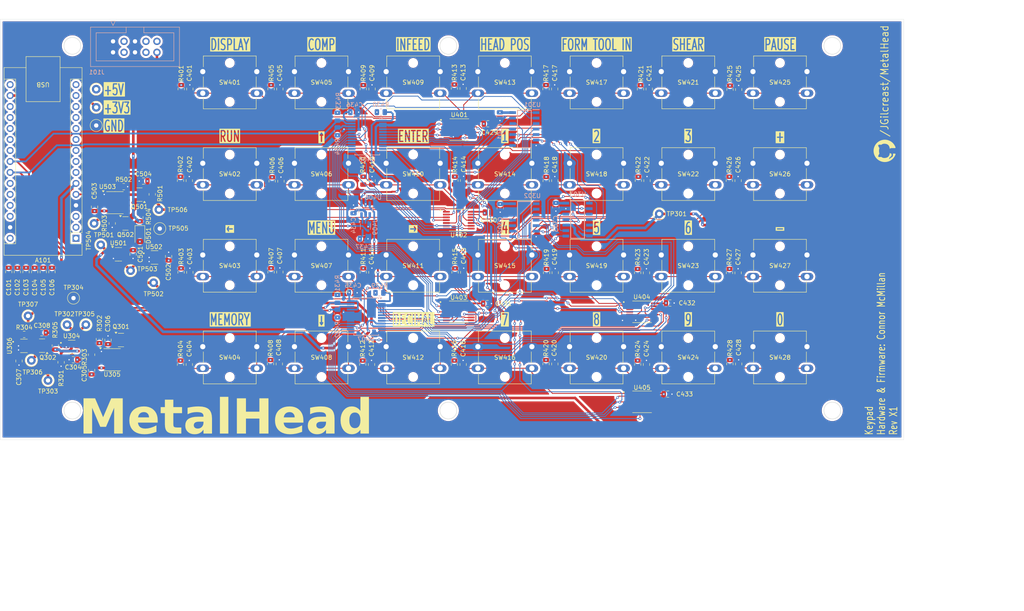
<source format=kicad_pcb>
(kicad_pcb (version 20241229) (generator "pcbnew") (generator_version "9.0")
  (title_block (title "MEP MAXI 85V-1 REV 2 Keypad") (date "2025-05-31") (rev "X1") (company "McMillan Enterprises") (comment 1 "Hardware: Connor McMillan (connor@mcmillan.website)") (comment 2 "Firmware &"))
  (layers (0 "F.Cu" signal) (4 "In1.Cu" signal) (6 "In2.Cu" signal) (2 "B.Cu" signal) (13 "F.Paste" user) (15 "B.Paste" user) (5 "F.SilkS" user "F.Silkscreen") (7 "B.SilkS" user "B.Silkscreen") (1 "F.Mask" user) (3 "B.Mask" user) (25 "Edge.Cuts" user))
  (net 0 "")
  (net 4 "/REPEAT_INT")
  (net 6 "+3V3")
  (net 8 "GND")
  (net 11 "+5V")
  (net 14 "/USB3-D-")
  (net 15 "/PWRSW")
  (net 16 "/USB3-D+")
  (net 17 "Net-(Q501-D)")
  (net 18 "/Repeater/GOSC_VCC")
  (net 19 "/Pi Zero 2W Power Reset/DELAY")
  (net 20 "/Repeater/DELAY")
  (net 21 "Net-(Q501-G)")
  (net 22 "Net-(U503-THR)")
  (net 30 "/INT")
  (net 34 "SCL")
  (net 36 "SDA")
  (net 41 "Net-(U305-THR)")
  (net 42 "Net-(U306-1A)")
  (net 43 "/Debounce Switches/DISPLAY")
  (net 44 "/Debounce Switches/RUN")
  (net 45 "/Debounce Switches/LEFT")
  (net 46 "/Debounce Switches/MEMORY")
  (net 47 "/Debounce Switches/COMP")
  (net 48 "/Debounce Switches/UP")
  (net 49 "/Debounce Switches/MENU")
  (net 50 "/Debounce Switches/DOWN")
  (net 51 "/Debounce Switches/INFEED")
  (net 52 "/Debounce Switches/ENTER")
  (net 53 "/Debounce Switches/RIGHT")
  (net 54 "/Debounce Switches/DECIMAL")
  (net 55 "/Debounce Switches/HEAD_POS")
  (net 56 "/Debounce Switches/1")
  (net 57 "/Debounce Switches/4")
  (net 58 "/Debounce Switches/7")
  (net 59 "/Debounce Switches/FTI")
  (net 60 "/Debounce Switches/2")
  (net 61 "/Debounce Switches/5")
  (net 62 "/Debounce Switches/8")
  (net 63 "/Debounce Switches/SHEAR")
  (net 64 "/Debounce Switches/3")
  (net 65 "/Debounce Switches/6")
  (net 66 "/Debounce Switches/9")
  (net 67 "/Debounce Switches/PAUSE")
  (net 68 "/Debounce Switches/PLUS")
  (net 69 "/Debounce Switches/MINUS")
  (net 70 "/Debounce Switches/0")
  (net 71 "Net-(D501-K)")
  (net 72 "/TWI2_SDA")
  (net 73 "/TWI2_SCL")
  (net 74 "Net-(Q301-G)")
  (net 75 "Net-(Q301-D)")
  (net 76 "Net-(Q302-D)")
  (net 77 "/Debounce Switches/~{INT2}")
  (net 78 "/Debounce Switches/~{INT1}")
  (net 79 "Net-(U303-3Y)")
  (net 80 "/Debounce Switches/~{MEMORY}")
  (net 81 "/Debounce Switches/~{DOWN}")
  (net 82 "Net-(U502-1A)")
  (net 83 "/Repeater/A1Y")
  (net 84 "/Debounce Switches/~{INFEED}")
  (net 85 "/Debounce Switches/~{COMP}")
  (net 86 "/Debounce Switches/~{DISPLAY}")
  (net 87 "/Debounce Switches/~{UP}")
  (net 88 "/Repeater/A3Y")
  (net 89 "/Debounce Switches/~{MENU}")
  (net 90 "/Debounce Switches/~{RUN}")
  (net 91 "/Debounce Switches/~{LEFT}")
  (net 92 "/Repeater/A2Y")
  (net 93 "/Debounce Switches/~{ENTER}")
  (net 94 "/Repeater/B3Y")
  (net 95 "/Repeater/B1Y")
  (net 96 "/Debounce Switches/~{RIGHT}")
  (net 97 "/Debounce Switches/~{HEAD_POS}")
  (net 98 "/Debounce Switches/~{FTI}")
  (net 99 "/Repeater/B2Y")
  (net 100 "/Debounce Switches/~{2}")
  (net 101 "/Debounce Switches/~{4}")
  (net 102 "/Debounce Switches/~{1}")
  (net 103 "/Debounce Switches/~{DECIMAL}")
  (net 104 "/Debounce Switches/~{7}")
  (net 106 "/Debounce Switches/~{PLUS}")
  (net 107 "/Debounce Switches/~{3}")
  (net 108 "/Debounce Switches/~{MINUS}")
  (net 109 "/Debounce Switches/~{SHEAR}")
  (net 110 "/Debounce Switches/~{5}")
  (net 111 "/Debounce Switches/~{6}")
  (net 112 "/Debounce Switches/~{8}")
  (net 113 "/Debounce Switches/~{PAUSE}")
  (net 114 "/Repeater/C1Y")
  (net 115 "/Debounce Switches/~{9}")
  (net 116 "/Repeater/C2Y")
  (net 119 "/Debounce Switches/~{0}")
  (net 122 "Net-(U406-2Y)")
  (net 123 "Net-(U406-1Y)")
  (footprint "Capacitor_SMD:C_0805_2012Metric" (layer "F.Cu") (at 214.63 123.571 90)
    (property "Reference" "C428")
    (property "Value" "1uF")
  )
  (footprint "Button_Switch_THT:SW_SPST_Omron_B3F-40xx" (layer "F.Cu") (at 217.94 55.91)
    (property "Reference" "SW425")
    (property "Value" "PAUSE")
  )
  (footprint "Resistor_SMD:R_0805_2012Metric" (layer "F.Cu") (at 148.844 123.698 -90)
    (property "Reference" "R416")
    (property "Value" "10K")
  )
  (footprint "Package_SO:SOIC-8_3.9x4.9mm_P1.27mm" (layer "F.Cu") (at 70.2945 86.253)
    (property "Reference" "U503")
    (property "Value" "LMC555xM")
  )
  (footprint "Package_TO_SOT_SMD:SOT-23" (layer "F.Cu") (at 75.961 84.388 180)
    (property "Reference" "Q501")
    (property "Value" "BSS83P")
  )
  (footprint "Button_Switch_THT:SW_SPST_Omron_B3F-40xx" (layer "F.Cu") (at 196.72 77.13)
    (property "Reference" "SW422")
    (property "Value" "3")
  )
  (footprint "Capacitor_SMD:C_0805_2012Metric" (layer "F.Cu") (at 214.503 81.153 90)
    (property "Reference" "C426")
    (property "Value" "1uF")
  )
  (footprint "Resistor_SMD:R_0805_2012Metric" (layer "F.Cu") (at 106.426 59.944 -90)
    (property "Reference" "R405")
    (property "Value" "10K")
  )
  (footprint "SN74LVC2G14DBVR:SOT95P280X145-6N" (layer "F.Cu") (at 79.467 98.927)
    (property "Reference" "U502")
    (property "Value" "SN74LVC2G14DBV")
  )
  (footprint "Button_Switch_THT:SW_SPST_Omron_B3F-40xx" (layer "F.Cu") (at 90.62 77.13)
    (property "Reference" "SW402")
    (property "Value" "RUN")
  )
  (footprint "Capacitor_SMD:C_0805_2012Metric" (layer "F.Cu") (at 49.721 102.257 -90)
    (property "Reference" "C103")
    (property "Value" "1uF")
  )
  (footprint "SN74LVC2G14DBVR:SOT95P280X145-6N" (layer "F.Cu") (at 60.297 119.6355)
    (property "Reference" "U304")
    (property "Value" "SN74LVC2G14DBV")
  )
  (footprint "Capacitor_SMD:C_0805_2012Metric" (layer "F.Cu") (at 198.247 130.556)
    (property "Reference" "C433")
    (property "Value" "1uF")
  )
  (footprint "SN74LVC2G14DBVR:SOT95P280X145-6N" (layer "F.Cu") (at 49.242 119.3855)
    (property "Reference" "U306")
    (property "Value" "SN74LVC2G14DBVR")
  )
  (footprint "Resistor_SMD:R_0805_2012Metric" (layer "F.Cu") (at 64.897 121.4355 90)
    (property "Reference" "R303")
    (property "Value" "47K")
  )
  (footprint "TestPoint:TestPoint_Keystone_5000-5004_Miniature" (layer "F.Cu") (at 59.213 114.4815)
    (property "Reference" "TP302")
    (property "Value" "White")
  )
  (footprint "Button_Switch_THT:SW_SPST_Omron_B3F-40xx" (layer "F.Cu") (at 133.06 77.13)
    (property "Reference" "SW410")
    (property "Value" "ENTER")
  )
  (footprint "Resistor_SMD:R_0805_2012Metric" (layer "F.Cu") (at 212.598 123.571 -90)
    (property "Reference" "R428")
    (property "Value" "10K")
  )
  (footprint "Package_TO_SOT_SMD:SOT-23" (layer "F.Cu") (at 71.697 118.0355)
    (property "Reference" "Q301")
    (property "Value" "BSS83P")
  )
  (footprint "Resistor_SMD:R_0805_2012Metric" (layer "F.Cu") (at 106.426 102.3385 -90)
    (property "Reference" "R407")
    (property "Value" "10K")
  )
  (footprint "Capacitor_SMD:C_0805_2012Metric" (layer "F.Cu") (at 129.667 123.698 90)
    (property "Reference" "C412")
    (property "Value" "1uF")
  )
  (footprint "Button_Switch_THT:SW_SPST_Omron_B3F-40xx" (layer "F.Cu") (at 111.84 77.13)
    (property "Reference" "SW406")
    (property "Value" "UP")
  )
  (footprint "Button_Switch_THT:SW_SPST_Omron_B3F-40xx" (layer "F.Cu") (at 175.5 119.57)
    (property "Reference" "SW420")
    (property "Value" "8")
  )
  (footprint "Button_Switch_THT:SW_SPST_Omron_B3F-40xx" (layer "F.Cu") (at 133.06 119.57)
    (property "Reference" "SW412")
    (property "Value" "DECIMAL")
  )
  (footprint "Capacitor_SMD:C_0805_2012Metric" (layer "F.Cu") (at 150.876 123.698 90)
    (property "Reference" "C416")
    (property "Value" "1uF")
  )
  (footprint "Resistor_SMD:R_0805_2012Metric" (layer "F.Cu") (at 212.471 81.153 -90)
    (property "Reference" "R426")
    (property "Value" "10K")
  )
  (footprint "Resistor_SMD:R_0805_2012Metric" (layer "F.Cu") (at 127.635 123.698 -90)
    (property "Reference" "R412")
    (property "Value" "10K")
  )
  (footprint "Capacitor_SMD:C_0805_2012Metric" (layer "F.Cu") (at 129.762 102.362 90)
    (property "Reference" "C411")
    (property "Value" "1uF")
  )
  (footprint "Resistor_SMD:R_0805_2012Metric" (layer "F.Cu") (at 85.63 59.944 -90)
    (property "Reference" "R401")
    (property "Value" "10K")
  )
  (footprint "Button_Switch_THT:SW_SPST_Omron_B3F-40xx" (layer "F.Cu") (at 154.28 55.92)
    (property "Reference" "SW413")
    (property "Value" "HEAD_POS")
  )
  (footprint "Button_Switch_THT:SW_SPST_Omron_B3F-40xx" (layer "F.Cu") (at 175.5 55.92)
    (property "Reference" "SW417")
    (property "Value" "FTI")
  )
  (footprint "Module:Arduino_Nano" (layer "F.Cu") (at 61.285 94.488 180)
    (property "Reference" "A101")
    (property "Value" "Arduino_Nano_v3.x" (hide yes))
  )
  (footprint "Capacitor_SMD:C_0805_2012Metric" (layer "F.Cu") (at 150.876 59.817 90)
    (property "Reference" "C413")
    (property "Value" "1uF")
  )
  (footprint "Capacitor_SMD:C_0805_2012Metric" (layer "F.Cu") (at 108.331 123.571 90)
    (property "Reference" "C408")
    (property "Value" "1uF")
  )
  (footprint "Button_Switch_THT:SW_SPST_Omron_B3F-40xx" (layer "F.Cu") (at 154.28 98.35)
    (property "Reference" "SW415")
    (property "Value" "4")
  )
  (footprint "TestPoint:TestPoint_Keystone_5000-5004_Miniature" (layer "F.Cu") (at 65.473 91.053)
    (property "Reference" "TP504")
    (property "Value" "White")
  )
  (footprint "Resistor_SMD:R_0805_2012Metric" (layer "F.Cu") (at 212.503 102.489 -90)
    (property "Reference" "R427")
    (property "Value" "10K")
  )
  (footprint "Resistor_SMD:R_0805_2012Metric" (layer "F.Cu") (at 85.471 123.698 -90)
    (property "Reference" "R404")
    (property "Value" "10K")
  )
  (footprint "Resistor_SMD:R_0805_2012Metric" (layer "F.Cu") (at 85.471 81.153 -90)
    (property "Reference" "R402")
    (property "Value" "10K")
  )
  (footprint "TestPoint:TestPoint_Keystone_5000-5004_Miniature" (layer "F.Cu") (at 80.673 92.253)
    (property "Reference" "TP505")
    (property "Value" "Black")
  )
  (footprint "Resistor_SMD:R_0805_2012Metric" (layer "F.Cu") (at 78.9305 84.322 -90)
    (property "Reference" "R501")
    (property "Value" "10K")
  )
  (footprint "Capacitor_SMD:C_0805_2012Metric" (layer "F.Cu") (at 193.929 59.944 90)
    (property "Reference" "C421")
    (property "Value" "1uF")
  )
  (footprint "TestPoint:TestPoint_Keystone_5000-5004_Miniature" (layer "F.Cu") (at 67.006 96.006)
    (property "Reference" "TP501")
    (property "Value" "White")
  )
  (footprint "Capacitor_SMD:C_0805_2012Metric" (layer "F.Cu") (at 53.721 102.257 -90)
    (property "Reference" "C105")
    (property "Value" "1uF")
  )
  (footprint "TestPoint:TestPoint_Keystone_5000-5004_Miniature" (layer "F.Cu") (at 65.964 68.386)
    (property "Reference" "TP103" (hide yes))
    (property "Value" "Black")
  )
  (footprint "Capacitor_SMD:C_0805_2012Metric" (layer "F.Cu") (at 214.63 60.071 90)
    (property "Reference" "C425")
    (property "Value" "1uF")
  )
  (footprint "Capacitor_SMD:C_0805_2012Metric" (layer "F.Cu") (at 193.294 123.698 90)
    (property "Reference" "C424")
    (property "Value" "1uF")
  )
  (footprint "Button_Switch_THT:SW_SPST_Omron_B3F-40xx" (layer "F.Cu") (at 111.84 119.57)
    (property "Reference" "SW408")
    (property "Value" "DOWN")
  )
  (footprint "Capacitor_SMD:C_0805_2012Metric" (layer "F.Cu") (at 172.085 123.571 90)
    (property "Reference" "C420")
    (property "Value" "1uF")
  )
  (footprint "Button_Switch_THT:SW_SPST_Omron_B3F-40xx" (layer "F.Cu") (at 133.06 98.35)
    (property "Reference" "SW411")
    (property "Value" "RIGHT")
  )
  (footprint "TestPoint:TestPoint_Keystone_5000-5004_Miniature" (layer "F.Cu") (at 50.196 112.4495)
    (property "Reference" "TP307")
    (property "Value" "Yellow")
  )
  (footprint "Resistor_SMD:R_0805_2012Metric" (layer "F.Cu") (at 148.844 59.817 -90)
    (property "Reference" "R413")
    (property "Value" "10K")
  )
  (footprint "Capacitor_SMD:C_0805_2012Metric" (layer "F.Cu") (at 47.721 102.257 -90)
    (property "Reference" "C102")
    (property "Value" "1uF")
  )
  (footprint "Capacitor_SMD:C_0805_2012Metric" (layer "F.Cu") (at 64.897 125.0355 90)
    (property "Reference" "C305")
    (property "Value" "1uF")
  )
  (footprint "Button_Switch_THT:SW_SPST_Omron_B3F-40xx" (layer "F.Cu") (at 90.62 98.35)
    (property "Reference" "SW403")
    (property "Value" "LEFT")
  )
  (footprint "Button_Switch_THT:SW_SPST_Omron_B3F-40xx" (layer "F.Cu") (at 111.84 98.35)
    (property "Reference" "SW407")
    (property "Value" "MENU")
  )
  (footprint "Package_TO_SOT_SMD:SOT-23" (layer "F.Cu") (at 72.7355 91.053)
    (property "Reference" "Q502")
    (property "Value" "BSS138 JI")
  )
  (footprint "TestPoint:TestPoint_Keystone_5000-5004_Miniature" (layer "F.Cu") (at 65.964 64.186)
    (property "Reference" "TP102" (hide yes))
    (property "Value" "Red")
  )
  (footprint "Capacitor_SMD:C_0805_2012Metric" (layer "F.Cu") (at 45.721 102.257 -90)
    (property "Reference" "C101")
    (property "Value" "1uF")
  )
  (footprint "Capacitor_SMD:C_0805_2012Metric" (layer "F.Cu") (at 108.458 102.301 90)
    (property "Reference" "C407")
    (property "Value" "1uF")
  )
  (footprint "Resistor_SMD:R_0805_2012Metric" (layer "F.Cu") (at 170.053 123.571 -90)
    (property "Reference" "R420")
    (property "Value" "10K")
  )
  (footprint "Button_Switch_THT:SW_SPST_Omron_B3F-40xx" (layer "F.Cu") (at 217.94 77.13)
    (property "Reference" "SW426")
    (property "Value" "PLUS")
  )
  (footprint "Resistor_SMD:R_0805_2012Metric" (layer "F.Cu") (at 66.697 117.8355 90)
    (property "Reference" "R302")
    (property "Value" "10K")
  )
  (footprint "TestPoint:TestPoint_Keystone_5000-5004_Miniature" (layer "F.Cu") (at 73.914 101.981)
    (property "Reference" "TP503")
    (property "Value" "Yellow")
  )
  (footprint "Resistor_SMD:R_0805_2012Metric" (layer "F.Cu") (at 57.842 123.1855 -90)
    (property "Reference" "R301")
    (property "Value" "10K")
  )
  (footprint "Capacitor_SMD:C_0805_2012Metric" (layer "F.Cu") (at 74.499 98.203 -90)
    (property "Reference" "C501")
    (property "Value" "1uF")
  )
  (footprint "Button_Switch_THT:SW_SPST_Omron_B3F-40xx" (layer "F.Cu") (at 217.94 119.57)
    (property "Reference" "SW428")
    (property "Value" "0")
  )
  (footprint "Capacitor_SMD:C_0805_2012Metric" (layer "F.Cu") (at 156.466 109.601)
    (property "Reference" "C431")
    (property "Value" "1uF")
  )
  (footprint "Resistor_SMD:R_0805_2012Metric" (layer "F.Cu") (at 170.18 102.489 -90)
    (property "Reference" "R419")
    (property "Value" "10K")
  )
  (footprint "Resistor_SMD:R_0805_2012Metric" (layer "F.Cu") (at 85.598 102.362 -90)
    (property "Reference" "R403")
    (property "Value" "10K")
  )
  (footprint "TestPoint:TestPoint_Keystone_5000-5004_Miniature" (layer "F.Cu") (at 79.248 104.775)
    (property "Reference" "TP502")
    (property "Value" "White")
  )
  (footprint "Capacitor_SMD:C_0805_2012Metric" (layer "F.Cu") (at 193.294 102.489 90)
    (property "Reference" "C423")
    (property "Value" "1uF")
  )
  (footprint "TestPoint:TestPoint_Keystone_5000-5004_Miniature" (layer "F.Cu") (at 196.25 88.85)
    (property "Reference" "TP301")
    (property "Value" "White")
  )
  (footprint "Capacitor_SMD:C_0805_2012Metric" (layer "F.Cu") (at 87.503 81.153 90)
    (property "Reference" "C402")
    (property "Value" "1uF")
  )
  (footprint "Capacitor_SMD:C_0805_2012Metric" (layer "F.Cu") (at 129.794 59.944 90)
    (property "Reference" "C409")
    (property "Value" "1uF")
  )
  (footprint "SN74HC14PWR:SOP65P640X120-14N" (layer "F.Cu") (at 192.278 111.506)
    (property "Reference" "U404")
    (property "Value" "SN74HC14PWR")
  )
  (footprint "Button_Switch_THT:SW_SPST_Omron_B3F-40xx" (layer "F.Cu") (at 175.5 77.13)
    (property "Reference" "SW418")
    (property "Value" "2")
  )
  (footprint "Capacitor_SMD:C_0805_2012Metric" (layer "F.Cu") (at 87.503 123.698 90)
    (property "Reference" "C404")
    (property "Value" "1uF")
  )
  (footprint "Resistor_SMD:R_0805_2012Metric" (layer "F.Cu") (at 106.68 81.28 -90)
    (property "Reference" "R406")
    (property "Value" "10K")
  )
  (footprint "TestPoint:TestPoint_Keystone_5000-5004_Miniature" (layer "F.Cu") (at 63.5705 114.4815)
    (property "Reference" "TP305")
    (property "Value" "Yellow")
  )
  (footprint "Button_Switch_THT:SW_SPST_Omron_B3F-40xx" (layer "F.Cu") (at 196.72 55.91)
    (property "Reference" "SW421")
    (property "Value" "SHEAR")
  )
  (footprint "Capacitor_SMD:C_0805_2012Metric" (layer "F.Cu") (at 76.873 81.253 180)
    (property "Reference" "C504")
    (property "Value" "1uF")
  )
  (footprint "Capacitor_SMD:C_0805_2012Metric" (layer "F.Cu") (at 172.18 102.4515 90)
    (property "Reference" "C419")
    (property "Value" "1uF")
  )
  (footprint "Package_TO_SOT_SMD:SOT-23" (layer "F.Cu") (at 53.4345 119.3355 180)
    (property "Reference" "Q302")
    (property "Value" "BSS83P")
  )
  (footprint "Package_TO_SOT_SMD:SC-74A-5_1.55x2.9mm_P0.95mm" (layer "F.Cu") (at 71.099 98.203)
    (property "Reference" "U501")
    (property "Value" "NL17SZ08")
  )
  (footprint "Capacitor_SMD:C_0805_2012Metric" (layer "F.Cu") (at 53.347 116.3355 180)
    (property "Reference" "C308")
    (property "Value" "1uF")
  )
  (footprint "Capacitor_SMD:C_0805_2012Metric" (layer "F.Cu") (at 129.794 81.153 90)
    (property "Reference" "C410")
    (property "Value" "1uF")
  )
  (footprint "SN74HC14PWR:SOP65P640X120-14N" (layer "F.Cu") (at 149.861 111.506)
    (property "Reference" "U403")
    (property "Value" "SN74HC14PWR")
  )
  (footprint "Button_Switch_THT:SW_SPST_Omron_B3F-40xx" (layer "F.Cu") (at 175.5 98.35)
    (property "Reference" "SW419")
    (property "Value" "5")
  )
  (footprint "TestPoint:TestPoint_Keystone_5000-5004_Miniature" (layer "F.Cu") (at 50.958 122.7365)
    (property "Reference" "TP306")
    (property "Value" "White")
  )
  (footprint "Resistor_SMD:R_0805_2012Metric" (layer "F.Cu") (at 127.762 81.153 -90)
    (property "Reference" "R410")
    (property "Value" "10K")
  )
  (footprint "Resistor_SMD:R_0805_2012Metric" (layer "F.Cu") (at 191.262 102.489 -90)
    (property "Reference" "R423")
    (property "Value" "10K")
  )
  (footprint "TestPoint:TestPoint_Keystone_5000-5004_Miniature" (layer "F.Cu") (at 60.706 108.331 90)
    (property "Reference" "TP304")
    (property "Value" "Black")
  )
  (footprint "Button_Switch_THT:SW_SPST_Omron_B3F-40xx" (layer "F.Cu") (at 90.62 119.57)
    (property "Reference" "SW404")
    (property "Value" "MEMORY")
  )
  (footprint "Capacitor_SMD:C_0805_2012Metric" (layer "F.Cu") (at 172.085 81.153 90)
    (property "Reference" "C418")
    (property "Value" "1uF")
  )
  (footprint "Capacitor_SMD:C_0805_2012Metric" (layer "F.Cu") (at 87.63 59.944 90)
    (property "Reference" "C401")
    (property "Value" "1uF")
  )
  (footprint "Capacitor_SMD:C_0805_2012Metric" (layer "F.Cu") (at 172.053 59.944 90)
    (property "Reference" "C417")
    (property "Value" "1uF")
  )
  (footprint "Resistor_SMD:R_0805_2012Metric" (layer "F.Cu") (at 56.497 119.3355 90)
    (property "Reference" "R305")
    (property "Value" "10K")
  )
  (footprint "SN74HC14PWR:SOP65P640X120-14N" (layer "F.Cu") (at 149.86 90.297)
    (property "Reference" "U402")
    (property "Value" "SN74HC14PWR")
  )
  (footprint "Button_Switch_THT:SW_SPST_Omron_B3F-40xx" (layer "F.Cu") (at 111.84 55.92)
    (property "Reference" "SW405")
    (property "Value" "COMP")
  )
  (footprint "Capacitor_SMD:C_0805_2012Metric" (layer "F.Cu") (at 51.721 102.257 -90)
    (property "Reference" "C104")
    (property "Value" "1uF")
  )
  (footprint "Resistor_SMD:R_0805_2012Metric" (layer "F.Cu") (at 127.762 102.362 -90)
    (property "Reference" "R411")
    (property "Value" "10K")
  )
  (footprint "Resistor_SMD:R_0805_2012Metric" (layer "F.Cu") (at 170.085 81.203 -90)
    (property "Reference" "R418")
    (property "Value" "10K")
  )
  (footprint "TestPoint:TestPoint_Keystone_5000-5004_Miniature" (layer "F.Cu") (at 65.964 59.986)
    (property "Reference" "TP101" (hide yes))
    (property "Value" "Red")
  )
  (footprint "Resistor_SMD:R_0805_2012Metric" (layer "F.Cu") (at 191.262 123.698 -90)
    (property "Reference" "R424")
    (property "Value" "10K")
  )
  (footprint "Resistor_SMD:R_0805_2012Metric" (layer "F.Cu") (at 170.053 59.944 -90)
    (property "Reference" "R417")
    (property "Value" "10K")
  )
  (footprint "Capacitor_SMD:C_0805_2012Metric" (layer "F.Cu") (at 48.097 122.8855 -90)
    (property "Reference" "C307")
    (property "Value" ".47uF")
  )
  (footprint "Capacitor_SMD:C_0805_2012Metric" (layer "F.Cu") (at 108.712 81.28 90)
    (property "Reference" "C406")
    (property "Value" "1uF")
  )
  (footprint "Button_Switch_THT:SW_SPST_Omron_B3F-40xx" (layer "F.Cu") (at 196.72 119.57)
    (property "Reference" "SW424")
    (property "Value" "9")
  )
  (footprint "Resistor_SMD:R_0805_2012Metric" (layer "F.Cu") (at 149.003 102.362 -90)
    (property "Reference" "R415")
    (property "Value" "10K")
  )
  (footprint "Resistor_SMD:R_0805_2012Metric" (layer "F.Cu") (at 76.073 89.653 90)
    (property "Reference" "R504")
    (property "Value" "150R")
  )
  (footprint "TestPoint:TestPoint_Keystone_5000-5004_Miniature" (layer "F.Cu") (at 54.8075 127.3825)
    (property "Reference" "TP303")
    (property "Value" "Yellow")
  )
  (footprint "Button_Switch_THT:SW_SPST_Omron_B3F-40xx" (layer "F.Cu") (at 133.06 55.92)
    (property "Reference" "SW409")
    (property "Value" "INFEED")
  )
  (footprint "Capacitor_SMD:C_0805_2012Metric" (layer "F.Cu") (at 193.421 81.153 90)
    (property "Reference" "C422")
    (property "Value" "1uF")
  )
  (footprint "Capacitor_SMD:C_0805_2012Metric" (layer "F.Cu") (at 156.847 88.519)
    (property "Reference" "C430")
    (property "Value" "1uF")
  )
  (footprint "Button_Switch_THT:SW_SPST_Omron_B3F-40xx" (layer "F.Cu") (at 196.72 98.35)
    (property "Reference" "SW423")
    (property "Value" "6")
  )
  (footprint "Package_SO:SOIC-8_3.9x4.9mm_P1.27mm" (layer "F.Cu") (at 69.645 122.5865)
    (property "Reference" "U305")
    (property "Value" "LMC555xM")
  )
  (footprint "Button_Switch_THT:SW_SPST_Omron_B3F-40xx" (layer "F.Cu") (at 217.94 98.35)
    (property "Reference" "SW427")
    (property "Value" "MINUS")
  )
  (footprint "Button_Switch_THT:SW_SPST_Omron_B3F-40xx" (layer "F.Cu") (at 154.28 77.13)
    (property "Reference" "SW414")
    (property "Value" "1")
  )
  (footprint "Resistor_SMD:R_0805_2012Metric" (layer "F.Cu") (at 148.971 81.1295 -90)
    (property "Reference" "R414")
    (property "Value" "10K")
  )
  (footprint "Resistor_SMD:R_0805_2012Metric" (layer "F.Cu") (at 212.63 60.071 -90)
    (property "Reference" "R425")
    (property "Value" "10K")
  )
  (footprint "SN74HC14PWR:SOP65P640X120-14N" (layer "F.Cu") (at 192.278 132.334)
    (property "Reference" "U405")
    (property "Value" "SN74HC14PWR")
  )
  (footprint "Button_Switch_THT:SW_SPST_Omron_B3F-40xx" (layer "F.Cu") (at 90.62 55.92)
    (property "Reference" "SW401")
    (property "Value" "DISPLAY")
  )
  (footprint "Capacitor_SMD:C_0805_2012Metric" (layer "F.Cu") (at 65.579 87.243 90)
    (property "Reference" "C503")
    (property "Value" "100uF")
  )
  (footprint "Button_Switch_THT:SW_SPST_Omron_B3F-40xx" (layer "F.Cu") (at 154.28 119.57)
    (property "Reference" "SW416")
    (property "Value" "7")
  )
  (footprint "Capacitor_SMD:C_0805_2012Metric" (layer "F.Cu") (at 198.755 109.474)
    (property "Reference" "C432")
    (property "Value" "1uF")
  )
  (footprint "Capacitor_SMD:C_0805_2012Metric" (layer "F.Cu") (at 68.697 118.0375 90)
    (property "Reference" "C306")
    (property "Value" "1uF")
  )
  (footprint "Resistor_SMD:R_0805_2012Metric" (layer "F.Cu") (at 106.299 123.571 -90)
    (property "Reference" "R408")
    (property "Value" "10K")
  )
  (footprint "Resistor_SMD:R_0805_2012Metric" (layer "F.Cu") (at 69.673 91.053 90)
    (property "Reference" "R503")
    (property "Value" "10K")
  )
  (footprint "Capacitor_SMD:C_0805_2012Metric" (layer "F.Cu") (at 151.003 102.362 90)
    (property "Reference" "C415")
    (property "Value" "1uF")
  )
  (footprint "SN74HC14PWR:SOP65P640X120-14N" (layer "F.Cu") (at 149.987 69.342)
    (property "Reference" "U401")
    (property "Value" "SN74HC14PWR")
  )
  (footprint "Resistor_SMD:R_0805_2012Metric" (layer "F.Cu") (at 127.762 59.944 -90)
    (property "Reference" "R409")
    (property "Value" "10K")
  )
  (footprint "Capacitor_SMD:C_0805_2012Metric" (layer "F.Cu") (at 214.503 102.489 90)
    (property "Reference" "C427")
    (property "Value" "1uF")
  )
  (footprint "Capacitor_SMD:C_0805_2012Metric" (layer "F.Cu") (at 60.642 122.5855 180)
    (property "Reference" "C304")
    (property "Value" "1uF")
  )
  (footprint "Resistor_SMD:R_0805_2012Metric" (layer "F.Cu") (at 49.297 116.7355 180)
    (property "Reference" "R304")
    (property "Value" "330K")
  )
  (footprint "Capacitor_SMD:C_0805_2012Metric" (layer "F.Cu") (at 108.458 59.944 90)
    (property "Reference" "C405")
    (property "Value" "1uF")
  )
  (footprint "Capacitor_SMD:C_0805_2012Metric" (layer "F.Cu") (at 156.606 67.99)
    (property "Reference" "C429")
    (property "Value" "1uF")
  )
  (footprint "Resistor_SMD:R_0805_2012Metric" (layer "F.Cu") (at 72.3265 82.544)
    (property "Reference" "R502")
    (property "Value" "47K")
  )
  (footprint "Resistor_SMD:R_0805_2012Metric" (layer "F.Cu") (at 191.92 59.9815 -90)
    (property "Reference" "R421")
    (property "Value" "10K")
  )
  (footprint "Capacitor_SMD:C_0805_2012Metric" (layer "F.Cu") (at 150.971 81.103 90)
    (property "Reference" "C414")
    (property "Value" "1uF")
  )
  (footprint "TestPoint:TestPoint_Keystone_5000-5004_Miniature" (layer "F.Cu") (at 80.473 87.853)
    (property "Reference" "TP506")
    (property "Value" "Yellow")
  )
  (footprint "Capacitor_SMD:C_0805_2012Metric" (layer "F.Cu") (at 55.721 102.257 -90)
    (property "Reference" "C106")
    (property "Value" "1uF")
  )
  (footprint "Resistor_SMD:R_0805_2012Metric" (layer "F.Cu") (at 191.421 81.153 -90)
    (property "Reference" "R422")
    (property "Value" "10K")
  )
  (footprint "Capacitor_SMD:C_0805_2012Metric" (layer "F.Cu") (at 82.722 98.679 90)
    (property "Reference" "C502")
    (property "Value" "1uF")
  )
  (footprint "LED_SMD:LED_1206_3216Metric" (layer "F.Cu") (at 76.073 93.853 -90)
    (property "Reference" "D501")
    (property "Value" "LED")
  )
  (footprint "Capacitor_SMD:C_0805_2012Metric" (layer "F.Cu") (at 87.63 102.362 90)
    (property "Reference" "C403")
    (property "Value" "1uF")
  )
  (footprint "Capacitor_SMD:C_0805_2012Metric" (layer "B.Cu") (at 127.905 94.605 180)
    (property "Reference" "C437")
    (property "Value" "1uF")
  )
  (footprint "Package_SO:SSOP-24_5.3x8.2mm_P0.65mm" (layer "B.Cu") (at 128.695 70.87 180)
    (property "Reference" "U408")
    (property "Value" "PCF8575DBR")
  )
  (footprint "SN74HCS4075DR:SOIC127P600X175-14N" (layer "B.Cu") (at 177.35 90.17 180)
    (property "Reference" "U303")
    (property "Value" "SN74HCS4075DR")
  )
  (footprint "Package_TO_SOT_SMD:SOT-353_SC-70-5" (layer "B.Cu") (at 128.255 91.755 -90)
    (property "Reference" "U409")
    (property "Value" "74LVC1G32GW,125")
  )
  (footprint "SN74LVC2G14DBVR:SOT95P280X145-6N" (layer "B.Cu") (at 128.305 87.805 -90)
    (property "Reference" "U406")
    (property "Value" "SN74LVC2G14DBV")
  )
  (footprint "Resistor_SMD:R_0805_2012Metric" (layer "B.Cu") (at 121.793 111.9105 -90)
    (property "Reference" "R432")
    (property "Value" "10K")
  )
  (footprint "Package_SO:SSOP-24_5.3x8.2mm_P0.65mm" (layer "B.Cu") (at 128.441 112.608 180)
    (property "Reference" "U407")
    (property "Value" "PCF8575DBR")
  )
  (footprint "Capacitor_SMD:C_0805_2012Metric" (layer "B.Cu") (at 125.73 65.301 180)
    (property "Reference" "C436")
    (property "Value" "1uF")
  )
  (footprint "Resistor_SMD:R_0805_2012Metric" (layer "B.Cu") (at 131.5 107.1)
    (property "Reference" "R429")
    (property "Value" "10K")
  )
  (footprint "SN74HCS4075DR:SOIC127P600X175-14N" (layer "B.Cu") (at 165.042 90.297 180)
    (property "Reference" "U302")
    (property "Value" "SN74HCS4075DR")
  )
  (footprint "Resistor_SMD:R_0805_2012Metric" (layer "B.Cu") (at 131.826 65.301)
    (property "Reference" "R430")
    (property "Value" "10K")
  )
  (footprint "Resistor_SMD:R_0805_2012Metric" (layer "B.Cu") (at 121.793 66.346 -90)
    (property "Reference" "R433")
    (property "Value" "10K")
  )
  (footprint "SN74HCS4075DR:SOIC127P600X175-14N" (layer "B.Cu") (at 165.042 69.215 180)
    (property "Reference" "U301")
    (property "Value" "SN74HCS4075DR")
  )
  (footprint "Capacitor_SMD:C_0805_2012Metric" (layer "B.Cu") (at 159.385 66.294 90)
    (property "Reference" "C301")
    (property "Value" "1uF")
  )
  (footprint "Capacitor_SMD:C_0805_2012Metric" (layer "B.Cu") (at 125.4 107.1 180)
    (property "Reference" "C435")
    (property "Value" "1uF")
  )
  (footprint "Capacitor_SMD:C_0805_2012Metric" (layer "B.Cu") (at 159.454 87.503 90)
    (property "Reference" "C302")
    (property "Value" "1uF")
  )
  (footprint "Capacitor_SMD:C_0805_2012Metric" (layer "B.Cu") (at 172.328 87.249 90)
    (property "Reference" "C303")
    (property "Value" "1uF")
  )
  (footprint "Resistor_SMD:R_0805_2012Metric" (layer "B.Cu") (at 121.793 69.746 -90)
    (property "Reference" "R434")
    (property "Value" "10K")
  )
  (footprint "Resistor_SMD:R_0805_2012Metric" (layer "B.Cu") (at 121.793 108.5105 -90)
    (property "Reference" "R431")
    (property "Value" "10K")
  )
  (footprint "Connector_IDC:IDC-Header_2x05_P2.54mm_Vertical" (layer "B.Cu") (at 69.86 48.92 -90)
    (property "Reference" "J101")
    (property "Value" "Conn_02x05_Odd_Even")
  )
  (footprint "Capacitor_SMD:C_0805_2012Metric" (layer "B.Cu") (at 125.505 87.755 -90)
    (property "Reference" "C434")
    (property "Value" "1uF")
  )
  (gr_poly (pts (xy 245.851591 74.126724) (xy 245.861633 73.995631) (xy 245.878171 73.866421) (xy 245.901043 73.739261) (xy 245.930085 73.614313) (xy 245.965136 73.491743) (xy 246.006032 73.371716) (xy 246.052612 73.254395) (xy 246.104711 73.139946) (xy 246.162169 73.028533) (xy 246.224821 72.92032) (xy 246.292506 72.815473) (xy 246.365061 72.714155) (xy 246.442324 72.616532) (xy 246.52413 72.522767) (xy 246.610319 72.433026) (xy 246.700728 72.347473) (xy 246.795193 72.266272) (xy 246.893552 72.189588) (xy 246.995643 72.117586) (xy 247.101303 72.050431) (xy 247.21037 71.988286) (xy 247.32268 71.931316) (xy 247.438071 71.879686) (xy 247.556381 71.833561) (xy 247.677446 71.793105) (xy 247.801105 71.758482) (xy 247.927194 71.729858) (xy 248.055552 71.707396) (xy 248.186015 71.691261) (xy 248.318421 71.681619) (xy 248.452607 71.678633) (xy 248.560005 71.680788) (xy 248.666285 71.687199) (xy 248.771363 71.697783) (xy 248.875156 71.712456) (xy 248.977582 71.731135) (xy 249.078558 71.753738) (xy 249.178 71.78018) (xy 249.275826 71.81038) (xy 249.371954 71.844254) (xy 249.466299 71.881719) (xy 249.55878 71.922692) (xy 249.649313 71.967089) (xy 249.737816 72.014829) (xy 249.824205 72.065827) (xy 249.908398 72.12) (xy 249.990312 72.177266) (xy 250.069864 72.237542) (xy 250.146971 72.300744) (xy 250.22155 72.366789) (xy 250.293519 72.435594) (xy 250.362794 72.507076) (xy 250.429292 72.581153) (xy 250.492931 72.65774) (xy 250.553628 72.736756) (xy 250.6113 72.818116) (xy 250.665864 72.901738) (xy 250.717237 72.987538) (xy 250.765336 73.075435) (xy 250.810079 73.165343) (xy 250.851382 73.257181) (xy 250.889163 73.350866) (xy 250.923339 73.446314) (xy 250.925452 73.458112) (xy 250.926956 73.46944) (xy 250.927872 73.480304) (xy 250.928223 73.490711) (xy 250.92803 73.500667) (xy 250.927316 73.510178) (xy 250.926103 73.51925) (xy 250.924413 73.52789) (xy 250.922267 73.536103) (xy 250.919689 73.543897) (xy 250.916701 73.551277) (xy 250.913323 73.558249) (xy 250.90958 73.56482) (xy 250.905492 73.570997) (xy 250.901081 73.576785) (xy 250.896371 73.58219) (xy 250.891383 73.58722) (xy 250.886139 73.591879) (xy 250.880661 73.596175) (xy 250.874971 73.600114) (xy 250.869092 73.603702) (xy 250.863046 73.606944) (xy 250.856854 73.609849) (xy 250.850539 73.612421) (xy 250.844124 73.614667) (xy 250.837629 73.616593) (xy 250.831078 73.618205) (xy 250.824492 73.619511) (xy 250.811304 73.621225) (xy 250.798244 73.621785) (xy 250.082493 73.617552) (xy 250.059714 73.617788) (xy 250.037463 73.618488) (xy 249.994531 73.621229) (xy 249.953672 73.625674) (xy 249.91486 73.631724) (xy 249.87807 73.639278) (xy 249.843277 73.648237) (xy 249.810454 73.658499) (xy 249.779578 73.669966) (xy 249.750622 73.682536) (xy 249.723561 73.696111) (xy 249.69837 73.710588) (xy 249.675024 73.725869) (xy 249.653496 73.741853) (xy 249.633763 73.758441) (xy 249.615797 73.775531) (xy 249.599575 73.793024) (xy 249.58547 73.68453) (xy 249.566812 73.576358) (xy 249.542686 73.469429) (xy 249.512175 73.364663) (xy 249.474364 73.262984) (xy 249.428336 73.165311) (xy 249.401954 73.118266) (xy 249.373175 73.072568) (xy 249.341883 73.028332) (xy 249.307965 72.985674) (xy 249.271305 72.944709) (xy 249.23179 72.905552) (xy 249.189305 72.868319) (xy 249.143735 72.833124) (xy 249.094965 72.800082) (xy 249.042882 72.76931) (xy 248.98737 72.740921) (xy 248.928316 72.715032) (xy 248.865604 72.691757) (xy 248.799121 72.671212) (xy 248.728751 72.653511) (xy 248.654381 72.638771) (xy 248.575895 72.627105) (xy 248.493179 72.61863) (xy 248.406119 72.613461) (xy 248.3146 72.611712) (xy 248.261847 72.612858) (xy 248.210306 72.616267) (xy 248.159979 72.621896) (xy 248.110864 72.6297) (xy 248.062963 72.639635) (xy 248.016274 72.651659) (xy 247.970798 72.665726) (xy 247.926536 72.681794) (xy 247.883486 72.699818) (xy 247.841649 72.719755) (xy 247.801025 72.74156) (xy 247.761614 72.765191) (xy 247.723416 72.790603) (xy 247.686431 72.817753) (xy 247.650659 72.846596) (xy 247.6161 72.877089) (xy 247.582568 72.865028) (xy 247.531345 72.850404) (xy 247.499511 72.843212) (xy 247.463748 72.836678) (xy 247.424219 72.831234) (xy 247.381091 72.827315) (xy 247.334526 72.825351) (xy 247.284689 72.825777) (xy 247.231746 72.829026) (xy 247.175859 72.835529) (xy 247.117194 72.845721) (xy 247.055915 72.860033) (xy 246.992186 72.8789) (xy 246.926173 72.902754) (xy 246.923864 72.913094) (xy 246.920646 72.944551) (xy 246.920433 72.968402) (xy 246.922076 72.997777) (xy 246.926271 73.032757) (xy 246.933713 73.073423) (xy 246.945097 73.119858) (xy 246.961116 73.172143) (xy 246.982467 73.230359) (xy 247.009844 73.294588) (xy 247.043941 73.364912) (xy 247.085455 73.441412) (xy 247.135078 73.524169) (xy 247.193508 73.613266) (xy 247.173712 73.691076) (xy 247.156389 73.770235) (xy 247.14159 73.850492) (xy 247.129366 73.9316) (xy 247.119769 74.013307) (xy 247.11285 74.095365) (xy 247.108661 74.177525) (xy 247.107253 74.259537) (xy 247.108691 74.341341) (xy 247.112816 74.422986) (xy 247.11962 74.504408) (xy 247.129093 74.58554) (xy 247.141227 74.666318) (xy 247.156014 74.746674) (xy 247.173443 74.826544) (xy 247.193508 74.905861) (xy 247.163149 74.951202) (xy 247.135078 74.994949) (xy 247.109209 75.03711) (xy 247.085455 75.077698) (xy 247.063728 75.116721) (xy 247.043941 75.154191) (xy 247.026009 75.190116) (xy 247.009844 75.224508) (xy 246.995359 75.257377) (xy 246.982467 75.288732) (xy 246.971082 75.318585) (xy 246.961116 75.346944) (xy 246.952483 75.373821) (xy 246.945097 75.399226) (xy 246.938869 75.423168) (xy 246.933713 75.445658) (xy 246.929543 75.466706) (xy 246.926271 75.486322) (xy 246.923811 75.504517) (xy 246.922076 75.5213) (xy 246.920979 75.536682) (xy 246.920433 75.550674) (xy 246.920646 75.574524) (xy 246.922022 75.592932) (xy 246.923864 75.60598) (xy 246.926173 75.616321) (xy 246.959455 75.628898) (xy 246.992186 75.640175) (xy 247.024347 75.650205) (xy 247.055915 75.659043) (xy 247.086871 75.666743) (xy 247.117194 75.673359) (xy 247.146864 75.678944) (xy 247.175859 75.683554) (xy 247.20416 75.687241) (xy 247.231746 75.690061) (xy 247.258596 75.692067) (xy 247.284689 75.693314) (xy 247.334526 75.693745) (xy 247.381091 75.691786) (xy 247.424219 75.687871) (xy 247.463748 75.682433) (xy 247.499511 75.675903) (xy 247.531345 75.668716) (xy 247.559085 75.661302) (xy 247.582568 75.654097) (xy 247.6161 75.642038) (xy 247.650659 75.671824) (xy 247.686431 75.700142) (xy 247.723416 75.726927) (xy 247.761614 75.75212) (xy 247.801025 75.775655) (xy 247.841649 75.797472) (xy 247.883486 75.817508) (xy 247.926536 75.8357) (xy 247.970798 75.851985) (xy 248.016274 75.866302) (xy 248.062963 75.878588) (xy 248.110864 75.88878) (xy 248.159979 75.896816) (xy 248.210306 75.902633) (xy 248.261847 75.90617) (xy 248.3146 75.907362) (xy 248.406131 75.905614) (xy 248.493227 75.900445) (xy 248.575999 75.891972) (xy 248.654559 75.880312) (xy 248.729019 75.865579) (xy 248.799493 75.847891) (xy 248.866091 75.827362) (xy 248.928926 75.804109) (xy 248.98811 75.778248) (xy 249.043756 75.749895) (xy 249.095975 75.719166) (xy 249.144879 75.686177) (xy 249.19058 75.651043) (xy 249.233192 75.613881) (xy 249.272825 75.574807) (xy 249.309592 75.533936) (xy 249.343605 75.491385) (xy 249.374977 75.447269) (xy 249.403818 75.401706) (xy 249.430243 75.354809) (xy 249.454361 75.306697) (xy 249.476287 75.257483) (xy 249.514006 75.156219) (xy 249.544297 75.051945) (xy 249.568058 74.945588) (xy 249.586185 74.838076) (xy 249.599575 74.730337) (xy 249.612306 74.743919) (xy 249.62625 74.75734) (xy 249.641407 74.770535) (xy 249.657777 74.783443) (xy 249.67536 74.796) (xy 249.694156 74.808143) (xy 249.714164 74.81981) (xy 249.735386 74.830938) (xy 249.757821 74.841464) (xy 249.781468 74.851324) (xy 249.806329 74.860457) (xy 249.832402 74.868799) (xy 249.859688 74.876288) (xy 249.888188 74.88286) (xy 249.9179 74.888452) (xy 249.948825 74.893003) (xy 249.962134 74.923611) (xy 249.975643 74.958903) (xy 249.988545 74.998345) (xy 250.000032 75.041404) (xy 250.009295 75.087548) (xy 250.015526 75.136244) (xy 250.017917 75.186958) (xy 250.01742 75.212905) (xy 250.015659 75.239157) (xy 250.012534 75.265647) (xy 250.007944 75.292309) (xy 250.001788 75.319076) (xy 249.993964 75.34588) (xy 249.984372 75.372657) (xy 249.97291 75.399338) (xy 249.959478 75.425858) (xy 249.943974 75.45215) (xy 249.926297 75.478147) (xy 249.906347 75.503782) (xy 249.884023 75.528989) (xy 249.859222 75.553702) (xy 249.831845 75.577853) (xy 249.80179 75.601376) (xy 249.768957 75.624204) (xy 249.733243 75.646271) (xy 249.722464 75.652668) (xy 249.693898 75.671757) (xy 249.674714 75.686014) (xy 249.653205 75.703388) (xy 249.63008 75.723859) (xy 249.606044 75.747408) (xy 249.581807 75.774018) (xy 249.558075 75.803668) (xy 249.535556 75.836339) (xy 249.524972 75.853802) (xy 249.514957 75.872014) (xy 249.505598 75.890971) (xy 249.496985 75.910673) (xy 249.489205 75.931115) (xy 249.482348 75.952296) (xy 249.476501 75.974214) (xy 249.471753 75.996866) (xy 249.468193 76.02025) (xy 249.465908 76.044364) (xy 249.46622 76.054754) (xy 249.468401 76.080142) (xy 249.470777 76.095748) (xy 249.474321 76.11185) (xy 249.479268 76.127362) (xy 249.48234 76.134559) (xy 249.485851 76.141201) (xy 249.489829 76.147154) (xy 249.494303 76.152282) (xy 249.499304 76.156449) (xy 249.504859 76.159519) (xy 249.510999 76.161358) (xy 249.517752 76.16183) (xy 249.525148 76.160798) (xy 249.533215 76.158128) (xy 249.541984 76.153683) (xy 249.551483 76.147329) (xy 249.561742 76.13893) (xy 249.57279 76.12835) (xy 249.584655 76.115453) (xy 249.597368 76.100104) (xy 249.610957 76.082168) (xy 249.625452 76.061509) (xy 249.629374 76.053925) (xy 249.642289 76.032947) (xy 249.652655 76.018266) (xy 249.665914 76.001233) (xy 249.68228 75.982181) (xy 249.701969 75.961443) (xy 249.725195 75.93935) (xy 249.752172 75.916236) (xy 249.783117 75.892432) (xy 249.818243 75.86827) (xy 249.857766 75.844084) (xy 249.901901 75.820205) (xy 249.950862 75.796967) (xy 250.004864 75.7747) (xy 250.024572 75.766861) (xy 250.04682 75.75614) (xy 250.075207 75.740065) (xy 250.108142 75.718021) (xy 250.144033 75.689394) (xy 250.181289 75.653569) (xy 250.218316 75.609931) (xy 250.236248 75.58499) (xy 250.253525 75.557866) (xy 250.269949 75.528481) (xy 250.285322 75.496759) (xy 250.299444 75.462622) (xy 250.312116 75.425994) (xy 250.32314 75.386799) (xy 250.332315 75.344959) (xy 250.339444 75.300397) (xy 250.344328 75.253037) (xy 250.346766 75.202802) (xy 250.346562 75.149615) (xy 250.343514 75.093399) (xy 250.337425 75.034077) (xy 250.328095 74.971572) (xy 250.315326 74.905809) (xy 250.47327 74.905147) (xy 250.615033 74.903692) (xy 250.798296 74.901575) (xy 250.811347 74.902135) (xy 250.824527 74.903847) (xy 250.837657 74.906763) (xy 250.85056 74.910932) (xy 250.856872 74.913503) (xy 250.863061 74.916405) (xy 250.869104 74.919646) (xy 250.874981 74.923232) (xy 250.880668 74.92717) (xy 250.886143 74.931464) (xy 250.891385 74.936122) (xy 250.896371 74.94115) (xy 250.901078 74.946555) (xy 250.905486 74.952341) (xy 250.909572 74.958517) (xy 250.913313 74.965088) (xy 250.916687 74.97206) (xy 250.919673 74.97944) (xy 250.922249 74.987234) (xy 250.924391 74.995449) (xy 250.926078 75.004089) (xy 250.927288 75.013163) (xy 250.927998 75.022676) (xy 250.928187 75.032634) (xy 250.927832 75.043044) (xy 250.926912 75.053912) (xy 250.925404 75.065244) (xy 250.923285 75.077047) (xy 250.851347 75.266179) (xy 250.765316 75.447926) (xy 250.665855 75.621623) (xy 250.553628 75.786605) (xy 250.429298 75.942208) (xy 250.293529 76.087767) (xy 250.146983 76.222617) (xy 249.990325 76.346094) (xy 249.824218 76.457534) (xy 249.649324 76.556271) (xy 249.466308 76.641642) (xy 249.275833 76.71298) (xy 249.078562 76.769623) (xy 248.875158 76.810905) (xy 248.666285 76.836161) (xy 248.560005 76.842573) (xy 248.452606 76.844728) (xy 248.318421 76.841369) (xy 248.186015 76.831401) (xy 248.055552 76.814983) (xy 247.927194 76.792279) (xy 247.801105 76.763449) (xy 247.677446 76.728656) (xy 247.55638 76.688059) (xy 247.438071 76.641822) (xy 247.32268 76.590104) (xy 247.21037 76.533068) (xy 247.101303 76.470876) (xy 246.995643 76.403688) (xy 246.893552 76.331666) (xy 246.795193 76.254972) (xy 246.700728 76.173766) (xy 246.610319 76.088211) (xy 246.52413 75.998468) (xy 246.442324 75.904699) (xy 246.365061 75.807064) (xy 246.292506 75.705725) (xy 246.224821 75.600844) (xy 246.162169 75.492582) (xy 246.104711 75.381101) (xy 246.052612 75.266562) (xy 246.006032 75.149126) (xy 245.965136 75.028956) (xy 245.930085 74.906211) (xy 245.901043 74.781055) (xy 245.878171 74.653648) (xy 245.861633 74.524152) (xy 245.851591 74.392728) (xy 245.848207 74.259537)) (stroke (width -0.000001)) (fill yes) (layer "F.SilkS"))
  (gr_circle (center 236.3 49.95) (end 238.25 49.95) (stroke (width 0.1)) (fill no) (layer "Edge.Cuts"))
  (gr_circle (center 60.45 134.35) (end 62.4 134.35) (stroke (width 0.1)) (fill no) (layer "Edge.Cuts"))
  (gr_line (start 43.8 43.8) (end 252.8 43.8) (stroke (width 0.05)) (layer "Edge.Cuts"))
  (gr_circle (center 147.45 49.95) (end 149.4 49.95) (stroke (width 0.1)) (fill no) (layer "Edge.Cuts"))
  (gr_line (start 43.8 43.8) (end 43.8 141.1) (stroke (width 0.05)) (layer "Edge.Cuts"))
  (gr_line (start 252.8 43.8) (end 252.8 141.1) (stroke (width 0.05)) (layer "Edge.Cuts"))
  (gr_circle (center 60.45 49.95) (end 62.4 49.95) (stroke (width 0.1)) (fill no) (layer "Edge.Cuts"))
  (gr_line (start 43.8 141.1) (end 252.8 141.1) (stroke (width 0.05)) (layer "Edge.Cuts"))
  (gr_circle (center 236.3 134.35) (end 238.25 134.35) (stroke (width 0.1)) (fill no) (layer "Edge.Cuts"))
  (gr_circle (center 147.45 134.35) (end 149.4 134.35) (stroke (width 0.1)) (fill no) (layer "Edge.Cuts"))
  (gr_text "←" (at 96.87 93.6 0) (layer "F.SilkS" knockout) (effects (font (size 2.5 1.5) (thickness 0.3) (bold yes)) (justify bottom)))
  (gr_text "8" (at 181.75 114.82 0) (layer "F.SilkS" knockout) (effects (font (size 2.5 1.5) (thickness 0.3) (bold yes)) (justify bottom)))
  (gr_text "INFEED" (at 139.31 51.17 0) (layer "F.SilkS" knockout) (effects (font (size 2.5 1.5) (thickness 0.3) (bold yes)) (justify bottom)))
  (gr_text "+" (at 224.19 72.38 0) (layer "F.SilkS" knockout) (effects (font (size 2.5 1.5) (thickness 0.3) (bold yes)) (justify bottom)))
  (gr_text "→" (at 139.31 93.6 0) (layer "F.SilkS" knockout) (effects (font (size 2.5 1.5) (thickness 0.3) (bold yes)) (justify bottom)))
  (gr_text "DISPLAY" (at 96.87 51.17 0) (layer "F.SilkS" knockout) (effects (font (size 2.5 1.5) (thickness 0.3) (bold yes)) (justify bottom)))
  (gr_text "↓" (at 118.09 114.82 0) (layer "F.SilkS" knockout) (effects (font (size 2.5 1.5) (thickness 0.3) (bold yes)) (justify bottom)))
  (gr_text "HEAD POS" (at 160.53 51.17 0) (layer "F.SilkS" knockout) (effects (font (size 2.5 1.5) (thickness 0.3) (bold yes)) (justify bottom)))
  (gr_text "↑" (at 118.09 72.38 0) (layer "F.SilkS" knockout) (effects (font (size 2.5 1.5) (thickness 0.3) (bold yes)) (justify bottom)))
  (gr_text "+3V3" (at 67.564 65.786 0) (layer "F.SilkS" knockout) (effects (font (size 2.5 1.5) (thickness 0.3) (bold yes)) (justify left bottom)))
  (gr_text "6" (at 202.97 93.6 0) (layer "F.SilkS" knockout) (effects (font (size 2.5 1.5) (thickness 0.3) (bold yes)) (justify bottom)))
  (gr_text "MENU" (at 118.09 93.6 0) (layer "F.SilkS" knockout) (effects (font (size 2.5 1.5) (thickness 0.3) (bold yes)) (justify bottom)))
  (gr_text "Keypad\nHardware & Firmware: Connor McMillan\nRev X1" (at 251.453985 140.131599 90) (layer "F.SilkS") (effects (font (size 1.75 1.25) (thickness 0.2)) (justify left bottom)))
  (gr_text "9" (at 202.97 114.82 0) (layer "F.SilkS" knockout) (effects (font (size 2.5 1.5) (thickness 0.3) (bold yes)) (justify bottom)))
  (gr_text "GND" (at 67.564 69.986 0) (layer "F.SilkS" knockout) (effects (font (size 2.5 1.5) (thickness 0.3) (bold yes)) (justify left bottom)))
  (gr_text "FORM TOOL IN" (at 181.75 51.17 0) (layer "F.SilkS" knockout) (effects (font (size 2.5 1.5) (thickness 0.3) (bold yes)) (justify bottom)))
  (gr_text "2" (at 181.75 72.38 0) (layer "F.SilkS" knockout) (effects (font (size 2.5 1.5) (thickness 0.3) (bold yes)) (justify bottom)))
  (gr_text "ENTER" (at 139.31 72.38 0) (layer "F.SilkS" knockout) (effects (font (size 2.5 1.5) (thickness 0.3) (bold yes)) (justify bottom)))
  (gr_text "COMP" (at 118.09 51.17 0) (layer "F.SilkS" knockout) (effects (font (size 2.5 1.5) (thickness 0.3) (bold yes)) (justify bottom)))
  (gr_text "-" (at 224.19 93.6 0) (layer "F.SilkS" knockout) (effects (font (size 2.5 1.5) (thickness 0.3) (bold yes)) (justify bottom)))
  (gr_text "MetalHead" (at 62 141.04 0) (layer "F.SilkS") (effects (font (size 8 8) (thickness 0.3) (bold yes)) (justify left bottom)))
  (gr_text "3" (at 202.97 72.38 0) (layer "F.SilkS" knockout) (effects (font (size 2.5 1.5) (thickness 0.3) (bold yes)) (justify bottom)))
  (gr_text "/JGilcreast/MetalHead" (at 249.428 71.12 90) (layer "F.SilkS") (effects (font (size 1.75 1.5) (thickness 0.2)) (justify left bottom)))
  (gr_text "7" (at 160.53 114.82 0) (layer "F.SilkS" knockout) (effects (font (size 2.5 1.5) (thickness 0.3) (bold yes)) (justify bottom)))
  (gr_text "0" (at 224.19 114.82 0) (layer "F.SilkS" knockout) (effects (font (size 2.5 1.5) (thickness 0.3) (bold yes)) (justify bottom)))
  (gr_text "+5V" (at 67.564 61.586 0) (layer "F.SilkS" knockout) (effects (font (size 2.5 1.5) (thickness 0.3) (bold yes)) (justify left bottom)))
  (gr_text "MEMORY" (at 96.87 114.82 0) (layer "F.SilkS" knockout) (effects (font (size 2.5 1.5) (thickness 0.3) (bold yes)) (justify bottom)))
  (gr_text "SHEAR" (at 202.97 51.16 0) (layer "F.SilkS" knockout) (effects (font (size 2.5 1.5) (thickness 0.3) (bold yes)) (justify bottom)))
  (gr_text "1" (at 160.53 72.38 0) (layer "F.SilkS" knockout) (effects (font (size 2.5 1.5) (thickness 0.3) (bold yes)) (justify bottom)))
  (gr_text "DECIMAL" (at 139.31 114.82 0) (layer "F.SilkS" knockout) (effects (font (size 2.5 1.5) (thickness 0.3) (bold yes)) (justify bottom)))
  (gr_text "4" (at 160.53 93.6 0) (layer "F.SilkS" knockout) (effects (font (size 2.5 1.5) (thickness 0.3) (bold yes)) (justify bottom)))
  (gr_text "5" (at 181.75 93.6 0) (layer "F.SilkS" knockout) (effects (font (size 2.5 1.5) (thickness 0.3) (bold yes)) (justify bottom)))
  (gr_text "RUN" (at 96.87 72.38 0) (layer "F.SilkS" knockout) (effects (font (size 2.5 1.5) (thickness 0.3) (bold yes)) (justify bottom)))
  (gr_text "PAUSE" (at 224.19 51.16 0) (layer "F.SilkS" knockout) (effects (font (size 2.5 1.5) (thickness 0.3) (bold yes)) (justify bottom)))
  (segment (start 57.912 105.156) (end 57.912 98.933) (width 0.6) (layer "F.Cu") (net 4))
  (segment (start 50.6185 112.4495) (end 57.912 105.156) (width 0.6) (layer "F.Cu") (net 4))
  (segment (start 51.002998 116.7355) (end 50.2095 116.7355) (width 0.6) (layer "F.Cu") (net 4))
  (segment (start 51.322 118.4355) (end 51.72 118.0375) (width 0.6) (layer "F.Cu") (net 4))
  (segment (start 50.196 112.4495) (end 50.6185 112.4495) (width 0.6) (layer "F.Cu") (net 4))
  (segment (start 51.72 117.452502) (end 51.002998 116.7355) (width 0.6) (layer "F.Cu") (net 4))
  (segment (start 51.72 118.0375) (end 51.72 117.452502) (width 0.6) (layer "F.Cu") (net 4))
  (segment (start 50.497 118.4355) (end 51.322 118.4355) (width 0.6) (layer "F.Cu") (net 4))
  (segment (start 50.2095 116.7355) (end 50.2095 112.463) (width 0.6) (layer "F.Cu") (net 4))
  (segment (start 50.2095 112.463) (end 50.196 112.4495) (width 0.6) (layer "F.Cu") (net 4))
  (via (at 57.912 98.933) (size 0.6) (drill 0.3) (layers "F.Cu" "B.Cu") (net 4))
  (segment (start 57.912 98.933) (end 57.912 85.161) (width 0.6) (layer "B.Cu") (net 4))
  (segment (start 57.912 85.161) (end 61.285 81.788) (width 0.6) (layer "B.Cu") (net 4))
  (segment (start 49.022 61.468) (end 46.045 61.468) (width 0.6) (layer "F.Cu") (net 6))
  (segment (start 63.754 61.976) (end 63.754 57.785) (width 0.6) (layer "F.Cu") (net 6))
  (segment (start 65.964 64.186) (end 63.754 61.976) (width 0.6) (layer "F.Cu") (net 6))
  (segment (start 51.054 57.023) (end 49.403 58.674) (width 0.6) (layer "F.Cu") (net 6))
  (segment (start 63.754 57.785) (end 62.992 57.023) (width 0.6) (layer "F.Cu") (net 6))
  (segment (start 49.403 61.087) (end 49.022 61.468) (width 0.6) (layer "F.Cu") (net 6))
  (segment (start 49.403 58.674) (end 49.403 61.087) (width 0.6) (layer "F.Cu") (net 6))
  (segment (start 62.992 57.023) (end 51.054 57.023) (width 0.6) (layer "F.Cu") (net 6))
  (segment (start 146.991 113.456) (end 147.944 113.456) (width 0.2) (layer "F.Cu") (net 8))
  (segment (start 148.308 71.292) (end 147.117 71.292) (width 0.2) (layer "F.Cu") (net 8))
  (segment (start 147.944 113.456) (end 148.75 112.65) (width 0.2) (layer "F.Cu") (net 8))
  (segment (start 148.6 71) (end 148.308 71.292) (width 0.2) (layer "F.Cu") (net 8))
  (via (at 150.876 58.867) (size 0.6) (drill 0.3) (layers "F.Cu" "B.Cu") (net 8))
  (via (at 128.855 94.605) (size 0.6) (drill 0.3) (layers "F.Cu" "B.Cu") (net 8))
  (via (at 108.712 80.33) (size 0.6) (drill 0.3) (layers "F.Cu" "B.Cu") (net 8))
  (via (at 199.705 109.474) (size 0.6) (drill 0.3) (layers "F.Cu" "B.Cu") (net 8))
  (via (at 172.053 58.994) (size 0.6) (drill 0.3) (layers "F.Cu" "B.Cu") (net 8))
  (via (at 193.929 58.994) (size 0.6) (drill 0.3) (layers "F.Cu" "B.Cu") (net 8))
  (via (at 157.416 109.601) (size 0.6) (drill 0.3) (layers "F.Cu" "B.Cu") (net 8))
  (via (at 172.328 88.199) (size 0.6) (drill 0.3) (layers "F.Cu" "B.Cu") (net 8))
  (via (at 78.212 99.877) (size 0.6) (drill 0.3) (layers "F.Cu" "B.Cu") (net 8))
  (via (at 151.002998 101.412) (size 0.6) (drill 0.3) (layers "F.Cu" "B.Cu") (net 8))
  (via (at 47.987 120.3355) (size 0.6) (drill 0.3) (layers "F.Cu" "B.Cu") (net 8))
  (via (at 108.458 58.994) (size 0.6) (drill 0.3) (layers "F.Cu" "B.Cu") (net 8))
  (via (at 126.68 65.301) (size 0.6) (drill 0.3) (layers "F.Cu" "B.Cu") (net 8))
  (via (at 187.75 113.5) (size 0.6) (drill 0.3) (layers "F.Cu" "B.Cu") (net 8))
  (via (at 174.638 87.63) (size 0.6) (drill 0.3) (layers "F.Cu" "B.Cu") (net 8))
  (via (at 193.294 101.539) (size 0.6) (drill 0.3) (layers "F.Cu" "B.Cu") (net 8))
  (via (at 78.212 98.927) (size 0.6) (drill 0.3) (layers "F.Cu" "B.Cu") (net 8))
  (via (at 214.63 122.621) (size 0.6) (drill 0.3) (layers "F.Cu" "B.Cu") (net 8))
  (via (at 87.503 80.203) (size 0.6) (drill 0.3) (layers "F.Cu" "B.Cu") (net 8))
  (via (at 73.239 82.544) (size 0.6) (drill 0.3) (layers "F.Cu" "B.Cu") (net 8))
  (via (at 69.673 91.9655) (size 0.6) (drill 0.3) (layers "F.Cu" "B.Cu") (net 8))
  (via (at 87.503 122.748) (size 0.6) (drill 0.3) (layers "F.Cu" "B.Cu") (net 8))
  (via (at 172.18 101.5015) (size 0.6) (drill 0.3) (layers "F.Cu" "B.Cu") (net 8))
  (via (at 128.305 86.55) (size 0.6) (drill 0.3) (layers "F.Cu" "B.Cu") (net 8))
  (via (at 193.421 80.203) (size 0.6) (drill 0.3) (layers "F.Cu" "B.Cu") (net 8))
  (via (at 87.63 58.994) (size 0.6) (drill 0.3) (layers "F.Cu" "B.Cu") (net 8))
  (via (at 47.987 119.3855) (size 0.6) (drill 0.3) (layers "F.Cu" "B.Cu") (net 8))
  (via (at 159.454 88.453) (size 0.6) (drill 0.3) (layers "F.Cu" "B.Cu") (net 8))
  (via (at 57.842 124.098) (size 0.6) (drill 0.3) (layers "F.Cu" "B.Cu") (net 8))
  (via (at 123.2 111.6) (size 0.6) (drill 0.3) (layers "F.Cu" "B.Cu") (net 8))
  (via (at 67.8195 84.348) (size 0.6) (drill 0.3) (layers "F.Cu" "B.Cu") (net 8))
  (via (at 129.762 101.412) (size 0.6) (drill 0.3) (layers "F.Cu" "B.Cu") (net 8))
  (via (at 150.876 122.748) (size 0.6) (drill 0.3) (layers "F.Cu" "B.Cu") (net 8))
  (via (at 126.35 107.1) (size 0.6) (drill 0.3) (layers "F.Cu" "B.Cu") (net 8))
  (via (at 129.794 58.994) (size 0.6) (drill 0.3) (layers "F.Cu" "B.Cu") (net 8))
  (via (at 193.294 122.748) (size 0.6) (drill 0.3) (layers "F.Cu" "B.Cu") (net 8))
  (via (at 108.458 101.351) (size 0.6) (drill 0.3) (layers "F.Cu" "B.Cu") (net 8))
  (via (at 125.505 86.805) (size 0.6) (drill 0.3) (layers "F.Cu" "B.Cu") (net 8))
  (via (at 167.767 94.107) (size 0.6) (drill 0.3) (layers "F.Cu" "B.Cu") (net 8))
  (via (at 214.503 101.539) (size 0.6) (drill 0.3) (layers "F.Cu" "B.Cu") (net 8))
  (via (at 167.767 73.025) (size 0.6) (drill 0.3) (layers "F.Cu" "B.Cu") (net 8))
  (via (at 69.949 99.153) (size 0.6) (drill 0.3) (layers "F.Cu" "B.Cu") (net 8))
  (via (at 75.923 81.253) (size 0.6) (drill 0.3) (layers "F.Cu" "B.Cu") (net 8))
  (via (at 68.697 117.0875) (size 0.6) (drill 0.3) (layers "F.Cu" "B.Cu") (net 8))
  (via (at 129.794 80.203) (size 0.6) (drill 0.3) (layers "F.Cu" "B.Cu") (net 8))
  (via (at 159.385 67.244) (size 0.6) (drill 0.3) (layers "F.Cu" "B.Cu") (net 8))
  (via (at 148.6 71) (size 0.6) (drill 0.3) (layers "F.Cu" "B.Cu") (net 8))
  (via (at 123.3 69.25) (size 0.6) (drill 0.3) (layers "F.Cu" "B.Cu") (net 8))
  (via (at 59.692 122.5855) (size 0.6) (drill 0.3) (layers "F.Cu" "B.Cu") (net 8))
  (via (at 172.085 80.203) (size 0.6) (drill 0.3) (layers "F.Cu" "B.Cu") (net 8))
  (via (at 150.971 80.153) (size 0.6) (drill 0.3) (layers "F.Cu" "B.Cu") (net 8))
  (via (at 199.197 130.556) (size 0.6) (drill 0.3) (layers "F.Cu" "B.Cu") (net 8))
  (via (at 190.8 113.45) (size 0.6) (drill 0.3) (layers "F.Cu" "B.Cu") (net 8))
  (via (at 82.722 97.729) (size 0.6) (drill 0.3) (layers "F.Cu" "B.Cu") (net 8))
  (via (at 214.503 80.203) (size 0.6) (drill 0.3) (layers "F.Cu" "B.Cu") (net 8))
  (via (at 128.9 91.8) (size 0.6) (drill 0.3) (layers "F.Cu" "B.Cu") (net 8))
  (via (at 74.499 99.153) (size 0.6) (drill 0.3) (layers "F.Cu" "B.Cu") (net 8))
  (via (at 172.085 122.621) (size 0.6) (drill 0.3) (layers "F.Cu" "B.Cu") (net 8))
  (via (at 108.331 122.621) (size 0.6) (drill 0.3) (layers "F.Cu" "B.Cu") (net 8))
  (via (at 67.17 120.6815) (size 0.6) (drill 0.3) (layers "F.Cu" "B.Cu") (net 8))
  (via (at 59.042 119.6355) (size 0.6) (drill 0.3) (layers "F.Cu" "B.Cu") (net 8))
  (via (at 214.63 59.121) (size 0.6) (drill 0.3) (layers "F.Cu" "B.Cu") (net 8))
  (via (at 129.667 122.748) (size 0.6) (drill 0.3) (layers "F.Cu" "B.Cu") (net 8))
  (via (at 148.75 112.65) (size 0.6) (drill 0.3) (layers "F.Cu" "B.Cu") (net 8))
  (via (at 48.097 123.8355) (size 0.6) (drill 0.3) (layers "F.Cu" "B.Cu") (net 8))
  (via (at 87.63 101.412) (size 0.6) (drill 0.3) (layers "F.Cu" "B.Cu") (net 8))
  (segment (start 128.905 91.795) (end 128.9 91.8) (width 0.4) (layer "B.Cu") (net 8))
  (segment (start 123.233 111.633) (end 123.2 111.6) (width 0.4) (layer "B.Cu") (net 8))
  (segment (start 125.095 69.245) (end 123.305 69.245) (width 0.2) (layer "B.Cu") (net 8))
  (segment (start 128.905 90.805) (end 128.905 91.795) (width 0.4) (layer "B.Cu") (net 8))
  (segment (start 123.305 69.245) (end 123.3 69.25) (width 0.2) (layer "B.Cu") (net 8))
  (segment (start 124.841 111.633) (end 123.233 111.633) (width 0.4) (layer "B.Cu") (net 8))
  (segment (start 76.927 83.4095) (end 76.8985 83.438) (width 0.6) (layer "F.Cu") (net 11))
  (segment (start 56.4595 118.3855) (end 56.497 118.423) (width 0.6) (layer "F.Cu") (net 11))
  (segment (start 155.543537 88.347) (end 155.85 88.653463) (width 0.4) (layer "F.Cu") (net 11))
  (segment (start 62.716 119.6355) (end 61.552 119.6355) (width 0.6) (layer "F.Cu") (net 11))
  (segment (start 196.819 131.034) (end 197.297 130.556) (width 0.4) (layer "F.Cu") (net 11))
  (segment (start 196.244 132.334) (end 197.297 131.281) (width 0.4) (layer "F.Cu") (net 11))
  (segment (start 74.499 97.253) (end 72.249 97.253) (width 0.6) (layer "F.Cu") (net 11))
  (segment (start 155.471 109.556) (end 155.516 109.601) (width 0.4) (layer "F.Cu") (net 11))
  (segment (start 78.9305 83.4095) (end 76.927 83.4095) (width 0.6) (layer "F.Cu") (net 11))
  (segment (start 70.7595 118.9855) (end 68.699 118.9855) (width 0.6) (layer "F.Cu") (net 11))
  (segment (start 82.02 98.927) (end 82.722 99.629) (width 0.6) (layer "F.Cu") (net 11))
  (segment (start 63.277 120.1965) (end 62.716 119.6355) (width 0.6) (layer "F.Cu") (net 11))
  (segment (start 152.731 109.556) (end 155.471 109.556) (width 0.4) (layer "F.Cu") (net 11))
  (segment (start 56.497 117.0995) (end 56.497 118.423) (width 0.6) (layer "F.Cu") (net 11))
  (segment (start 77.823 82.5135) (end 76.8985 83.438) (width 0.6) (layer "F.Cu") (net 11))
  (segment (start 152.73 88.347) (end 155.543537 88.347) (width 0.4) (layer "F.Cu") (net 11))
  (segment (start 63.277 121.8475) (end 63.277 120.1965) (width 0.6) (layer "F.Cu") (net 11))
  (segment (start 155.64 68.01) (end 154.992 67.362) (width 0.2) (layer "F.Cu") (net 11))
  (segment (start 54.297 116.3355) (end 55.733 116.3355) (width 0.6) (layer "F.Cu") (net 11))
  (segment (start 54.387 118.3855) (end 56.4595 118.3855) (width 0.6) (layer "F.Cu") (net 11))
  (segment (start 61.592 122.5855) (end 62.539 122.5855) (width 0.6) (layer "F.Cu") (net 11))
  (segment (start 55.733 116.3355) (end 56.497 117.0995) (width 0.6) (layer "F.Cu") (net 11))
  (segment (start 195.148 130.384) (end 197.125 130.384) (width 0.4) (layer "F.Cu") (net 11))
  (segment (start 195.148 132.334) (end 196.244 132.334) (width 0.4) (layer "F.Cu") (net 11))
  (segment (start 54.372 118.3855) (end 54.387 118.3855) (width 0.6) (layer "F.Cu") (net 11))
  (segment (start 152.857 67.392) (end 155.058 67.392) (width 0.4) (layer "F.Cu") (net 11))
  (segment (start 197.297 131.281) (end 197.297 130.556) (width 0.4) (layer "F.Cu") (net 11))
  (segment (start 197.723 109.556) (end 197.805 109.474) (width 0.4) (layer "F.Cu") (net 11))
  (segment (start 62.539 122.5855) (end 63.277 121.8475) (width 0.6) (layer "F.Cu") (net 11))
  (segment (start 197.125 130.384) (end 197.297 130.556) (width 0.4) (layer "F.Cu") (net 11))
  (segment (start 195.148 131.034) (end 196.819 131.034) (width 0.4) (layer "F.Cu") (net 11))
  (segment (start 77.823 81.253) (end 77.823 82.5135) (width 0.6) (layer "F.Cu") (net 11))
  (segment (start 80.722 98.927) (end 82.02 98.927) (width 0.6) (layer "F.Cu") (net 11))
  (segment (start 68.699 118.9855) (end 68.697 118.9875) (width 0.6) (layer "F.Cu") (net 11))
  (segment (start 195.148 109.556) (end 197.723 109.556) (width 0.4) (layer "F.Cu") (net 11))
  (via (at 127.635 122.7855) (size 0.6) (drill 0.3) (layers "F.Cu" "B.Cu") (net 11))
  (via (at 172.328 86.299) (size 0.6) (drill 0.3) (layers "F.Cu" "B.Cu") (net 11))
  (via (at 155.516 109.601) (size 0.6) (drill 0.3) (layers "F.Cu" "B.Cu") (net 11))
  (via (at 51.721 101.307002) (size 0.6) (drill 0.3) (layers "F.Cu" "B.Cu") (net 11))
  (via (at 155.64 68.01) (size 0.6) (drill 0.3) (layers "F.Cu" "B.Cu") (net 11))
  (via (at 55.721 101.307002) (size 0.6) (drill 0.3) (layers "F.Cu" "B.Cu") (net 11))
  (via (at 106.299 122.6585) (size 0.6) (drill 0.3) (layers "F.Cu" "B.Cu") (net 11))
  (via (at 68.697 118.987502) (size 0.6) (drill 0.3) (layers "F.Cu" "B.Cu") (net 11))
  (via (at 212.598 122.6585) (size 0.6) (drill 0.3) (layers "F.Cu" "B.Cu") (net 11))
  (via (at 49.721 101.307002) (size 0.6) (drill 0.3) (layers "F.Cu" "B.Cu") (net 11))
  (via (at 67.17 124.4915) (size 0.6) (drill 0.3) (layers "F.Cu" "B.Cu") (net 11))
  (via (at 170.053 122.6585) (size 0.6) (drill 0.3) (layers "F.Cu" "B.Cu") (net 11))
  (via (at 197.297 130.556) (size 0.6) (drill 0.3) (layers "F.Cu" "B.Cu") (net 11))
  (via (at 130.5875 107.1) (size 0.6) (drill 0.3) (layers "F.Cu" "B.Cu") (net 11))
  (via (at 61.592 122.5855) (size 0.6) (drill 0.3) (layers "F.Cu" "B.Cu") (net 11))
  (via (at 159.454 86.553) (size 0.6) (drill 0.3) (layers "F.Cu" "B.Cu") (net 11))
  (via (at 170.085 80.2905) (size 0.6) (drill 0.3) (layers "F.Cu" "B.Cu") (net 11))
  (via (at 155.85 88.653463) (size 0.6) (drill 0.3) (layers "F.Cu" "B.Cu") (net 11))
  (via (at 212.471 80.2405) (size 0.6) (drill 0.3) (layers "F.Cu" "B.Cu") (net 11))
  (via (at 191.92 59.069) (size 0.6) (drill 0.3) (layers "F.Cu" "B.Cu") (net 11))
  (via (at 106.426 101.426) (size 0.6) (drill 0.3) (layers "F.Cu" "B.Cu") (net 11))
  (via (at 65.579 88.193) (size 0.6) (drill 0.3) (layers "F.Cu" "B.Cu") (net 11))
  (via (at 170.18 101.5765) (size 0.6) (drill 0.3) (layers "F.Cu" "B.Cu") (net 11))
  (via (at 121.793 70.6585) (size 0.6) (drill 0.3) (layers "F.Cu" "B.Cu") (net 11))
  (via (at 66.697 118.748) (size 0.6) (drill 0.3) (layers "F.Cu" "B.Cu") (net 11))
  (via (at 148.971 80.217) (size 0.6) (drill 0.3) (layers "F.Cu" "B.Cu") (net 11))
  (via (at 149.003 101.4495) (size 0.6) (drill 0.3) (layers "F.Cu" "B.Cu") (net 11))
  (via (at 191.262 122.7855) (size 0.6) (drill 0.3) (layers "F.Cu" "B.Cu") (net 11))
  (via (at 74.499 97.253) (size 0.6) (drill 0.3) (layers "F.Cu" "B.Cu") (net 11))
  (via (at 124.5185 107.039) (size 0.6) (drill 0.3) (layers "F.Cu" "B.Cu") (net 11))
  (via (at 45.721 101.307002) (size 0.6) (drill 0.3) (layers "F.Cu" "B.Cu") (net 11))
  (via (at 121.793 65.4335) (size 0.6) (drill 0.3) (layers "F.Cu" "B.Cu") (net 11))
  (via (at 53.721 101.307002) (size 0.6) (drill 0.3) (layers "F.Cu" "B.Cu") (net 11))
  (via (at 64.897 125.9855) (size 0.6) (drill 0.3) (layers "F.Cu" "B.Cu") (net 11))
  (via (at 130.9135 65.301) (size 0.6) (drill 0.3) (layers "F.Cu" "B.Cu") (net 11))
  (via (at 170.053 59.0315) (size 0.6) (drill 0.3) (layers "F.Cu" "B.Cu") (net 11))
  (via (at 127.762 59.0315) (size 0.6) (drill 0.3) (layers "F.Cu" "B.Cu") (net 11))
  (via (at 212.503 101.5765) (size 0.6) (drill 0.3) (layers "F.Cu" "B.Cu") (net 11))
  (via (at 54.297 116.3355) (size 0.6) (drill 0.3) (layers "F.Cu" "B.Cu") (net 11))
  (via (at 191.421 80.2405) (size 0.6) (drill 0.3) (layers "F.Cu" "B.Cu") (net 11))
  (via (at 85.471 122.7855) (size 0.6) (drill 0.3) (layers "F.Cu" "B.Cu") (net 11))
  (via (at 212.63 59.1585) (size 0.6) (drill 0.3) (layers "F.Cu" "B.Cu") (net 11))
  (via (at 77.823 81.253) (size 0.6) (drill 0.3) (layers "F.Cu" "B.Cu") (net 11))
  (via (at 148.844 122.7855) (size 0.6) (drill 0.3) (layers "F.Cu" "B.Cu") (net 11))
  (via (at 106.426 59.0315) (size 0.6) (drill 0.3) (layers "F.Cu" "B.Cu") (net 11))
  (via (at 124.78 65.301) (size 0.6) (drill 0.3) (layers "F.Cu" "B.Cu") (net 11))
  (via (at 85.598 101.4495) (size 0.6) (drill 0.3) (layers "F.Cu" "B.Cu") (net 11))
  (via (at 125.505 88.705) (size 0.6) (drill 0.3) (layers "F.Cu" "B.Cu") (net 11))
  (via (at 127.762 101.4495) (size 0.6) (drill 0.3) (layers "F.Cu" "B.Cu") (net 11))
  (via (at 76.073 95.253) (size 0.6) (drill 0.3) (layers "F.Cu" "B.Cu") (net 11))
  (via (at 106.68 80.3675) (size 0.6) (drill 0.3) (layers "F.Cu" "B.Cu") (net 11))
  (via (at 126.955 94.605) (size 0.6) (drill 0.3) (layers "F.Cu" "B.Cu") (net 11))
  (via (at 159.385 65.344) (size 0.6) (drill 0.3) (layers "F.Cu" "B.Cu") (net 11))
  (via (at 197.805 109.474) (size 0.6) (drill 0.3) (layers "F.Cu" "B.Cu") (net 11))
  (via (at 82.722 99.629) (size 0.6) (drill 0.3) (layers "F.Cu" "B.Cu") (net 11))
  (via (at 67.8195 88.158) (size 0.6) (drill 0.3) (layers "F.Cu" "B.Cu") (net 11))
  (via (at 127.762 80.2405) (size 0.6) (drill 0.3) (layers "F.Cu" "B.Cu") (net 11))
  (via (at 191.262 101.5765) (size 0.6) (drill 0.3) (layers "F.Cu" "B.Cu") (net 11))
  (via (at 121.793 107.598) (size 0.6) (drill 0.3) (layers "F.Cu" "B.Cu") (net 11))
  (via (at 121.793 112.823) (size 0.6) (drill 0.3) (layers "F.Cu" "B.Cu") (net 11))
  (via (at 47.721 101.307002) (size 0.6) (drill 0.3) (layers "F.Cu" "B.Cu") (net 11))
  (via (at 148.844 58.9045) (size 0.6) (drill 0.3) (layers "F.Cu" "B.Cu") (net 11))
  (via (at 85.63 59.0315) (size 0.6) (drill 0.3) (layers "F.Cu" "B.Cu") (net 11))
  (via (at 85.471 80.2405) (size 0.6) (drill 0.3) (layers "F.Cu" "B.Cu") (net 11))
  (segment (start 159.52 86.487) (end 159.454 86.553) (width 0.6) (layer "B.Cu") (net 11))
  (segment (start 162.317 86.487) (end 159.52 86.487) (width 0.6) (layer "B.Cu") (net 11))
  (segment (start 126.256 87.954) (end 125.505 88.705) (width 0.6) (layer "B.Cu") (net 11))
  (segment (start 123.995 67.295) (end 123.25 66.55) (width 0.4) (layer "B.Cu") (net 11))
  (segment (start 162.317 65.405) (end 159.446 65.405) (width 0.6) (layer "B.Cu") (net 11))
  (segment (start 126.5 109.25) (end 126.5 110.75) (width 0.4) (layer "B.Cu") (net 11))
  (segment (start 124.841 109.033) (end 126.283 109.033) (width 0.4) (layer "B.Cu") (net 11))
  (segment (start 127.81206 87.954) (end 126.256 87.954) (width 0.6) (layer "B.Cu") (net 11))
  (segment (start 126.283 109.033) (end 126.5 109.25) (width 0.4) (layer "B.Cu") (net 11))
  (segment (start 128.305 88.44694) (end 127.81206 87.954) (width 0.6) (layer "B.Cu") (net 11))
  (segment (start 123.25 65.75) (end 123.699 65.301) (width 0.4) (layer "B.Cu") (net 11))
  (segment (start 126.5 110.75) (end 126.267 110.983) (width 0.4) (layer "B.Cu") (net 11))
  (segment (start 123.25 66.55) (end 123.25 65.75) (width 0.4) (layer "B.Cu") (net 11))
  (segment (start 124.833 109.033) (end 124.5185 108.7185) (width 0.4) (layer "B.Cu") (net 11))
  (segment (start 124.841 109.033) (end 124.833 109.033) (width 0.4) (layer "B.Cu") (net 11))
  (segment (start 123.699 65.301) (end 124.78 65.301) (width 0.4) (layer "B.Cu") (net 11))
  (segment (start 125.095 67.295) (end 123.995 67.295) (width 0.4) (layer "B.Cu") (net 11))
  (segment (start 159.446 65.405) (end 159.385 65.344) (width 0.6) (layer "B.Cu") (net 11))
  (segment (start 128.305 89.06) (end 128.305 88.44694) (width 0.6) (layer "B.Cu") (net 11))
  (segment (start 124.5185 108.7185) (end 124.5185 107.039) (width 0.4) (layer "B.Cu") (net 11))
  (segment (start 126.267 110.983) (end 124.841 110.983) (width 0.4) (layer "B.Cu") (net 11))
  (segment (start 127.605 93.955) (end 126.955 94.605) (width 0.4) (layer "B.Cu") (net 11))
  (segment (start 172.389 86.36) (end 172.328 86.299) (width 0.6) (layer "B.Cu") (net 11))
  (segment (start 127.605 92.705) (end 127.605 93.955) (width 0.4) (layer "B.Cu") (net 11))
  (segment (start 174.625 86.36) (end 172.389 86.36) (width 0.6) (layer "B.Cu") (net 11))
  (segment (start 75.1695 90.5655) (end 76.073 90.5655) (width 0.6) (layer "F.Cu") (net 15))
  (segment (start 73.673 91.053) (end 74.682 91.053) (width 0.6) (layer "F.Cu") (net 15))
  (segment (start 74.549 65.532) (end 80.02 60.061) (width 0.6) (layer "F.Cu") (net 15))
  (segment (start 80.02 60.061) (end 80.02 51.46) (width 0.6) (layer "F.Cu") (net 15))
  (segment (start 74.682 91.053) (end 75.1695 90.5655) (width 0.6) (layer "F.Cu") (net 15))
  (segment (start 74.549 75.438) (end 74.549 65.532) (width 0.6) (layer "F.Cu") (net 15))
  (via (at 74.549 75.438) (size 0.6) (drill 0.3) (layers "F.Cu" "B.Cu") (net 15))
  (via (at 76.073 90.5655) (size 0.6) (drill 0.3) (layers "F.Cu" "B.Cu") (net 15))
  (segment (start 74.549 89.281) (end 75.8335 90.5655) (width 0.6) (layer "B.Cu") (net 15))
  (segment (start 76.073 90.5655) (end 75.8335 90.5655) (width 0.6) (layer "B.Cu") (net 15))
  (segment (start 74.549 89.281) (end 74.549 75.438) (width 0.6) (layer "B.Cu") (net 15))
  (segment (start 72.8095 84.388) (end 72.7695 84.348) (width 0.6) (layer "F.Cu") (net 17))
  (segment (start 75.0235 84.388) (end 72.8095 84.388) (width 0.6) (layer "F.Cu") (net 17))
  (segment (start 53.117 120.4505) (end 53.282 120.2855) (width 0.6) (layer "F.Cu") (net 18))
  (segment (start 54.372 120.2855) (end 56.4595 120.2855) (width 0.6) (layer "F.Cu") (net 18))
  (segment (start 54.133 125.4035) (end 54.133 122.9905) (width 0.6) (layer "F.Cu") (net 18))
  (segment (start 54.8075 127.3825) (end 54.8075 126.078) (width 0.6) (layer "F.Cu") (net 18))
  (segment (start 53.282 120.2855) (end 54.372 120.2855) (width 0.6) (layer "F.Cu") (net 18))
  (segment (start 53.117 121.9745) (end 53.117 120.4505) (width 0.6) (layer "F.Cu") (net 18))
  (segment (start 56.4595 120.2855) (end 56.497 120.248) (width 0.6) (layer "F.Cu") (net 18))
  (segment (start 54.133 122.9905) (end 53.117 121.9745) (width 0.6) (layer "F.Cu") (net 18))
  (segment (start 54.8075 126.078) (end 54.133 125.4035) (width 0.6) (layer "F.Cu") (net 18))
  (via (at 56.497 120.248) (size 0.6) (drill 0.3) (layers "F.Cu" "B.Cu") (net 18))
  (via (at 61.552 120.5855) (size 0.6) (drill 0.3) (layers "F.Cu" "B.Cu") (net 18))
  (segment (start 57.3595 120.248) (end 57.697 120.5855) (width 0.6) (layer "B.Cu") (net 18))
  (segment (start 57.697 120.5855) (end 61.552 120.5855) (width 0.6) (layer "B.Cu") (net 18))
  (segment (start 56.497 120.248) (end 57.3595 120.248) (width 0.6) (layer "B.Cu") (net 18))
  (segment (start 69.977 87.884) (end 69.977 89.8365) (width 0.6) (layer "F.Cu") (net 19))
  (segment (start 66.3855 90.1405) (end 65.473 91.053) (width 0.6) (layer "F.Cu") (net 19))
  (segment (start 69.977 89.8365) (end 69.673 90.1405) (width 0.6) (layer "F.Cu") (net 19))
  (segment (start 68.981 86.888) (end 69.977 87.884) (width 0.6) (layer "F.Cu") (net 19))
  (segment (start 71.7957 90.1053) (end 71.798 90.103) (width 0.6) (layer "F.Cu") (net 19))
  (segment (start 69.673 90.1405) (end 69.7082 90.1053) (width 0.6) (layer "F.Cu") (net 19))
  (segment (start 69.673 90.1405) (end 66.3855 90.1405) (width 0.6) (layer "F.Cu") (net 19))
  (segment (start 69.7082 90.1053) (end 71.7957 90.1053) (width 0.6) (layer "F.Cu") (net 19))
  (segment (start 67.8195 86.888) (end 68.981 86.888) (width 0.6) (layer "F.Cu") (net 19))
  (segment (start 69.627 123.7525) (end 69.627 126.8005) (width 0.6) (layer "F.Cu") (net 20))
  (segment (start 67.976 128.4515) (end 63.277 128.4515) (width 0.6) (layer "F.Cu") (net 20))
  (segment (start 69.627 126.8005) (end 67.976 128.4515) (width 0.6) (layer "F.Cu") (net 20))
  (segment (start 58.316 120.5855) (end 57.842 121.0595) (width 0.6) (layer "F.Cu") (net 20))
  (segment (start 59.042 120.5855) (end 58.316 120.5855) (width 0.6) (layer "F.Cu") (net 20))
  (segment (start 55.657 124.8955) (end 55.657 122.8635) (width 0.6) (layer "F.Cu") (net 20))
  (segment (start 55.657 122.8635) (end 56.2475 122.273) (width 0.6) (layer "F.Cu") (net 20))
  (segment (start 60.61 125.7845) (end 56.546 125.7845) (width 0.6) (layer "F.Cu") (net 20))
  (segment (start 56.2475 122.273) (end 57.842 122.273) (width 0.6) (layer "F.Cu") (net 20))
  (segment (start 63.277 128.4515) (end 60.61 125.7845) (width 0.6) (layer "F.Cu") (net 20))
  (segment (start 60.229 115.4975) (end 59.213 114.4815) (width 0.6) (layer "F.Cu") (net 20))
  (segment (start 67.17 123.2215) (end 69.096 123.2215) (width 0.6) (layer "F.Cu") (net 20))
  (segment (start 60.229 120.01156) (end 60.229 115.4975) (width 0.6) (layer "F.Cu") (net 20))
  (segment (start 57.842 121.0595) (end 57.842 122.273) (width 0.6) (layer "F.Cu") (net 20))
  (segment (start 59.65506 120.5855) (end 60.229 120.01156) (width 0.6) (layer "F.Cu") (net 20))
  (segment (start 59.042 120.5855) (end 59.65506 120.5855) (width 0.6) (layer "F.Cu") (net 20))
  (segment (start 69.096 123.2215) (end 69.627 123.7525) (width 0.6) (layer "F.Cu") (net 20))
  (segment (start 56.546 125.7845) (end 55.657 124.8955) (width 0.6) (layer "F.Cu") (net 20))
  (segment (start 80.473 86.777) (end 78.9305 85.2345) (width 0.6) (layer "F.Cu") (net 21))
  (segment (start 80.722 96.951) (end 83.693 93.98) (width 0.6) (layer "F.Cu") (net 21))
  (segment (start 76.8985 85.338) (end 78.827 85.338) (width 0.6) (layer "F.Cu") (net 21))
  (segment (start 83.693 89.281) (end 82.265 87.853) (width 0.6) (layer "F.Cu") (net 21))
  (segment (start 83.693 93.98) (end 83.693 89.281) (width 0.6) (layer "F.Cu") (net 21))
  (segment (start 82.265 87.853) (end 80.473 87.853) (width 0.6) (layer "F.Cu") (net 21))
  (segment (start 80.722 97.977) (end 80.722 96.951) (width 0.6) (layer "F.Cu") (net 21))
  (segment (start 80.473 87.853) (end 80.473 86.777) (width 0.6) (layer "F.Cu") (net 21))
  (segment (start 78.827 85.338) (end 78.9305 85.2345) (width 0.6) (layer "F.Cu") (net 21))
  (segment (start 66.254 85.618) (end 65.579 86.293) (width 0.6) (layer "F.Cu") (net 22))
  (segment (start 67.8195 85.618) (end 66.254 85.618) (width 0.6) (layer "F.Cu") (net 22))
  (segment (start 70.338 86.888) (end 69.068 85.618) (width 0.6) (layer "F.Cu") (net 22))
  (segment (start 71.414 82.544) (end 71.414 83.272) (width 0.6) (layer "F.Cu") (net 22))
  (segment (start 72.7695 86.888) (end 70.338 86.888) (width 0.6) (layer "F.Cu") (net 22))
  (segment (start 69.068 85.618) (end 67.8195 85.618) (width 0.6) (layer "F.Cu") (net 22))
  (segment (start 71.414 83.272) (end 69.068 85.618) (width 0.6) (layer "F.Cu") (net 22))
  (segment (start 88.124 86.6) (end 80.645 79.121) (width 0.4) (layer "F.Cu") (net 30))
  (segment (start 62.992 84.328) (end 61.285 84.328) (width 0.4) (layer "F.Cu") (net 30))
  (segment (start 110.25 91.65) (end 105.2 86.6) (width 0.4) (layer "F.Cu") (net 30))
  (segment (start 124.2 91.65) (end 110.25 91.65) (width 0.4) (layer "F.Cu") (net 30))
  (segment (start 80.645 79.121) (end 68.199 79.121) (width 0.4) (layer "F.Cu") (net 30))
  (segment (start 68.199 79.121) (end 62.992 84.328) (width 0.4) (layer "F.Cu") (net 30))
  (segment (start 105.2 86.6) (end 88.124 86.6) (width 0.4) (layer "F.Cu") (net 30))
  (via (at 124.2 91.65) (size 0.6) (drill 0.3) (layers "F.Cu" "B.Cu") (net 30))
  (segment (start 124.2 91.65) (end 127.586292 91.65) (width 0.4) (layer "B.Cu") (net 30))
  (segment (start 128.3 92.363708) (end 127.586292 91.65) (width 0.4) (layer "B.Cu") (net 30))
  (segment (start 128.905 92.705) (end 128.605 92.705) (width 0.4) (layer "B.Cu") (net 30))
  (segment (start 128.605 92.705) (end 128.3 92.4) (width 0.4) (layer "B.Cu") (net 30))
  (segment (start 128.3 92.4) (end 128.3 92.363708) (width 0.4) (layer "B.Cu") (net 30))
  (segment (start 49.53 80.518) (end 48.26 79.248) (width 0.4) (layer "F.Cu") (net 34))
  (segment (start 49.53 88.773) (end 49.53 80.518) (width 0.4) (layer "F.Cu") (net 34))
  (segment (start 48.26 79.248) (end 46.045 79.248) (width 0.4) (layer "F.Cu") (net 34))
  (segment (start 119.95 111.2) (end 71.957 111.2) (width 0.4) (layer "F.Cu") (net 34))
  (segment (start 71.957 111.2) (end 49.53 88.773) (width 0.4) (layer "F.Cu") (net 34))
  (via (at 119.95 111.2) (size 0.6) (drill 0.3) (layers "F.Cu" "B.Cu") (net 34))
  (segment (start 121.793 110.998) (end 120.152 110.998) (width 0.4) (layer "B.Cu") (net 34))
  (segment (start 117.8765 72.75) (end 63.098 72.75) (width 0.4) (layer "B.Cu") (net 34))
  (segment (start 124.841 110.333) (end 122.458 110.333) (width 0.4) (layer "B.Cu") (net 34))
  (segment (start 121.793 68.8335) (end 117.8765 72.75) (width 0.4) (layer "B.Cu") (net 34))
  (segment (start 62.881 72.967) (end 56.827 72.967) (width 0.4) (layer "B.Cu") (net 34))
  (segment (start 122.458 110.333) (end 121.793 110.998) (width 0.4) (layer "B.Cu") (net 34))
  (segment (start 122.655839 68.8335) (end 121.793 68.8335) (width 0.4) (layer "B.Cu") (net 34))
  (segment (start 125.095 68.595) (end 123.705661 68.595) (width 0.4) (layer "B.Cu") (net 34))
  (segment (start 123.705661 68.595) (end 123.610661 68.5) (width 0.4) (layer "B.Cu") (net 34))
  (segment (start 50.546 79.248) (end 46.045 79.248) (width 0.4) (layer "B.Cu") (net 34))
  (segment (start 56.827 72.967) (end 50.546 79.248) (width 0.4) (layer "B.Cu") (net 34))
  (segment (start 122.989339 68.5) (end 122.655839 68.8335) (width 0.4) (layer "B.Cu") (net 34))
  (segment (start 123.610661 68.5) (end 122.989339 68.5) (width 0.4) (layer "B.Cu") (net 34))
  (segment (start 120.152 110.998) (end 119.95 111.2) (width 0.4) (layer "B.Cu") (net 34))
  (segment (start 63.098 72.75) (end 62.881 72.967) (width 0.4) (layer "B.Cu") (net 34))
  (segment (start 72.373 110.6) (end 50.419 88.646) (width 0.4) (layer "F.Cu") (net 36))
  (segment (start 118.881478 110.6) (end 72.373 110.6) (width 0.4) (layer "F.Cu") (net 36))
  (segment (start 50.419 88.646) (end 50.419 79.502) (width 0.4) (layer "F.Cu") (net 36))
  (segment (start 50.419 79.502) (end 47.625 76.708) (width 0.4) (layer "F.Cu") (net 36))
  (segment (start 47.625 76.708) (end 46.045 76.708) (width 0.4) (layer "F.Cu") (net 36))
  (segment (start 119.031478 110.45) (end 118.881478 110.6) (width 0.4) (layer "F.Cu") (net 36))
  (via (at 119.031478 110.45) (size 0.6) (drill 0.3) (layers "F.Cu" "B.Cu") (net 36))
  (segment (start 120.692 68.29442) (end 120.692 68.3595) (width 0.4) (layer "B.Cu") (net 36))
  (segment (start 120.692 68.3595) (end 118.8015 70.25) (width 0.4) (layer "B.Cu") (net 36))
  (segment (start 56.076 70.289) (end 49.657 76.708) (width 0.4) (layer "B.Cu") (net 36))
  (segment (start 125.095 67.945) (end 123.904189 67.945) (width 0.4) (layer "B.Cu") (net 36))
  (segment (start 121.1315 67.92) (end 121.06642 67.92) (width 0.4) (layer "B.Cu") (net 36))
  (segment (start 124.841 109.683) (end 122.053 109.683) (width 0.4) (layer "B.Cu") (net 36))
  (segment (start 49.657 76.708) (end 46.045 76.708) (width 0.4) (layer "B.Cu") (net 36))
  (segment (start 118.8015 70.25) (end 63.5 70.25) (width 0.4) (layer "B.Cu") (net 36))
  (segment (start 123.733 67.9) (end 123.0915 67.2585) (width 0.4) (layer "B.Cu") (net 36))
  (segment (start 122.053 109.683) (end 121.793 109.423) (width 0.4) (layer "B.Cu") (net 36))
  (segment (start 123.859189 67.9) (end 123.733 67.9) (width 0.4) (layer "B.Cu") (net 36))
  (segment (start 121.793 109.423) (end 120.158478 109.423) (width 0.4) (layer "B.Cu") (net 36))
  (segment (start 63.5 70.25) (end 63.461 70.289) (width 0.4) (layer "B.Cu") (net 36))
  (segment (start 63.461 70.289) (end 56.076 70.289) (width 0.4) (layer "B.Cu") (net 36))
  (segment (start 121.793 67.2585) (end 121.1315 67.92) (width 0.4) (layer "B.Cu") (net 36))
  (segment (start 123.904189 67.945) (end 123.859189 67.9) (width 0.4) (layer "B.Cu") (net 36))
  (segment (start 120.158478 109.423) (end 119.131478 110.45) (width 0.4) (layer "B.Cu") (net 36))
  (segment (start 121.06642 67.92) (end 120.692 68.29442) (width 0.4) (layer "B.Cu") (net 36))
  (segment (start 119.131478 110.45) (end 119.031478 110.45) (width 0.4) (layer "B.Cu") (net 36))
  (segment (start 123.0915 67.2585) (end 121.793 67.2585) (width 0.4) (layer "B.Cu") (net 36))
  (segment (start 64.897 122.348) (end 64.897 124.0855) (width 0.6) (layer "F.Cu") (net 41))
  (segment (start 69.604 121.9515) (end 67.17 121.9515) (width 0.6) (layer "F.Cu") (net 41))
  (segment (start 70.874 123.2215) (end 69.604 121.9515) (width 0.6) (layer "F.Cu") (net 41))
  (segment (start 65.2935 121.9515) (end 64.897 122.348) (width 0.6) (layer "F.Cu") (net 41))
  (segment (start 67.17 121.9515) (end 65.2935 121.9515) (width 0.6) (layer "F.Cu") (net 41))
  (segment (start 72.12 123.2215) (end 70.874 123.2215) (width 0.6) (layer "F.Cu") (net 41))
  (segment (start 47.053 116.7355) (end 48.3845 116.7355) (width 0.6) (layer "F.Cu") (net 42))
  (segment (start 47.987 118.4355) (end 48.943 118.4355) (width 0.6) (layer "F.Cu") (net 42))
  (segment (start 46.784 118.4355) (end 46.64 118.2915) (width 0.6) (layer "F.Cu") (net 42))
  (segment (start 46.64 117.1485) (end 47.053 116.7355) (width 0.6) (layer "F.Cu") (net 42))
  (segment (start 46.64 118.2915) (end 46.64 117.1485) (width 0.6) (layer "F.Cu") (net 42))
  (segment (start 47.987 118.4355) (end 46.784 118.4355) (width 0.6) (layer "F.Cu") (net 42))
  (segment (start 49.18 118.6725) (end 49.18 120.8525) (width 0.6) (layer "F.Cu") (net 42))
  (segment (start 49.18 120.8525) (end 48.097 121.9355) (width 0.6) (layer "F.Cu") (net 42))
  (segment (start 48.943 118.4355) (end 49.18 118.6725) (width 0.6) (layer "F.Cu") (net 42))
  (segment (start 90.62 60.92) (end 103.12 60.92) (width 0.2) (layer "F.Cu") (net 43))
  (segment (start 103.12 60.92) (end 103.72 60.92) (width 0.2) (layer "F.Cu") (net 43))
  (segment (start 109.2 66.4) (end 129.854314 66.4) (width 0.2) (layer "F.Cu") (net 43))
  (segment (start 146.475 66.75) (end 147.117 67.392) (width 0.2) (layer "F.Cu") (net 43))
  (segment (start 90.5565 60.8565) (end 90.62 60.92) (width 0.2) (layer "F.Cu") (net 43))
  (segment (start 129.854314 66.4) (end 130.204315 66.75) (width 0.2) (layer "F.Cu") (net 43))
  (segment (start 85.63 60.8565) (end 90.5565 60.8565) (width 0.2) (layer "F.Cu") (net 43))
  (segment (start 103.72 60.92) (end 109.2 66.4) (width 0.2) (layer "F.Cu") (net 43))
  (segment (start 130.204315 66.75) (end 146.475 66.75) (width 0.2) (layer "F.Cu") (net 43))
  (segment (start 85.471 82.0655) (end 90.5555 82.0655) (width 0.2) (layer "F.Cu") (net 44))
  (segment (start 110.637 89.647) (end 146.99 89.647) (width 0.2) (layer "F.Cu") (net 44))
  (segment (start 103.12 82.13) (end 110.637 89.647) (width 0.2) (layer "F.Cu") (net 44))
  (segment (start 90.62 82.13) (end 103.12 82.13) (width 0.2) (layer "F.Cu") (net 44))
  (segment (start 90.5555 82.0655) (end 90.62 82.13) (width 0.2) (layer "F.Cu") (net 44))
  (segment (start 126.238 104.521) (end 133.873 112.156) (width 0.2) (layer "F.Cu") (net 45))
  (segment (start 124.079 100.33) (end 126.238 102.489) (width 0.2) (layer "F.Cu") (net 45))
  (segment (start 133.873 112.156) (end 146.991 112.156) (width 0.2) (layer "F.Cu") (net 45))
  (segment (start 103.12 101.477) (end 104.267 100.33) (width 0.2) (layer "F.Cu") (net 45))
  (segment (start 104.267 100.33) (end 124.079 100.33) (width 0.2) (layer "F.Cu") (net 45))
  (segment (start 85.598 103.2745) (end 90.5445 103.2745) (width 0.2) (layer "F.Cu") (net 45))
  (segment (start 126.238 102.489) (end 126.238 104.521) (width 0.2) (layer "F.Cu") (net 45))
  (segment (start 103.12 103.35) (end 103.12 101.477) (width 0.2) (layer "F.Cu") (net 45))
  (segment (start 90.5445 103.2745) (end 90.62 103.35) (width 0.2) (layer "F.Cu") (net 45))
  (segment (start 90.62 103.35) (end 103.12 103.35) (width 0.2) (layer "F.Cu") (net 45))
  (segment (start 126.865685 115.9) (end 127.468685 115.297) (width 0.2) (layer "F.Cu") (net 46))
  (segment (start 151.638 114.554) (end 161.681809 114.554) (width 0.2) (layer "F.Cu") (net 46))
  (segment (start 103.12 124.57) (end 103.12 122.813) (width 0.2) (layer "F.Cu") (net 46))
  (segment (start 85.471 124.6105) (end 90.5795 124.6105) (width 0.2) (layer "F.Cu") (net 46))
  (segment (start 90.5795 124.6105) (end 90.62 124.57) (width 0.2) (layer "F.Cu") (net 46))
  (segment (start 103.12 122.813) (end 110.033 115.9) (width 0.2) (layer "F.Cu") (net 46))
  (segment (start 190.482448 114.9) (end 192.576448 112.806) (width 0.2) (layer "F.Cu") (net 46))
  (segment (start 192.576448 112.806) (end 195.148 112.806) (width 0.2) (layer "F.Cu") (net 46))
  (segment (start 127.468685 115.297) (end 140.911628 115.297) (width 0.2) (layer "F.Cu") (net 46))
  (segment (start 140.911628 115.297) (end 141.408629 114.8) (width 0.2) (layer "F.Cu") (net 46))
  (segment (start 162.027809 114.9) (end 190.482448 114.9) (width 0.2) (layer "F.Cu") (net 46))
  (segment (start 151.392 114.8) (end 151.638 114.554) (width 0.2) (layer "F.Cu") (net 46))
  (segment (start 110.033 115.9) (end 126.865685 115.9) (width 0.2) (layer "F.Cu") (net 46))
  (segment (start 161.681809 114.554) (end 162.027809 114.9) (width 0.2) (layer "F.Cu") (net 46))
  (segment (start 90.62 124.57) (end 103.12 124.57) (width 0.2) (layer "F.Cu") (net 46))
  (segment (start 141.408629 114.8) (end 151.392 114.8) (width 0.2) (layer "F.Cu") (net 46))
  (segment (start 148.908 66.708) (end 148.908 68.4) (width 0.2) (layer "F.Cu") (net 47))
  (segment (start 148.908 68.4) (end 148.616 68.692) (width 0.2) (layer "F.Cu") (net 47))
  (segment (start 111.814 60.894) (end 111.84 60.92) (width 0.2) (layer "F.Cu") (net 47))
  (segment (start 124.94 60.92) (end 130.37 66.35) (width 0.2) (layer "F.Cu") (net 47))
  (segment (start 148.616 68.692) (end 147.117 68.692) (width 0.2) (layer "F.Cu") (net 47))
  (segment (start 148.55 66.35) (end 148.908 66.708) (width 0.2) (layer "F.Cu") (net 47))
  (segment (start 106.426 60.894) (end 111.814 60.894) (width 0.2) (layer "F.Cu") (net 47))
  (segment (start 111.84 60.92) (end 124.34 60.92) (width 0.2) (layer "F.Cu") (net 47))
  (segment (start 124.34 60.92) (end 124.94 60.92) (width 0.2) (layer "F.Cu") (net 47))
  (segment (start 130.37 66.35) (end 148.55 66.35) (width 0.2) (layer "F.Cu") (net 47))
  (segment (start 124.34 82.13) (end 124.34 84.04) (width 0.2) (layer "F.Cu") (net 48))
  (segment (start 149.352 87.503) (end 149.352 90.678) (width 0.2) (layer "F.Cu") (net 48))
  (segment (start 149.352 90.678) (end 149.083 90.947) (width 0.2) (layer "F.Cu") (net 48))
  (segment (start 106.553 82.103) (end 111.813 82.103) (width 0.2) (layer "F.Cu") (net 48))
  (segment (start 149.083 90.947) (end 146.99 90.947) (width 0.2) (layer "F.Cu") (net 48))
  (segment (start 111.813 82.103) (end 111.84 82.13) (width 0.2) (layer "F.Cu") (net 48))
  (segment (start 127.75 87.45) (end 146.658686 87.45) (width 0.2) (layer "F.Cu") (net 48))
  (segment (start 146.858685 87.65) (end 149.205 87.65) (width 0.2) (layer "F.Cu") (net 48))
  (segment (start 146.658686 87.45) (end 146.858685 87.65) (width 0.2) (layer "F.Cu") (net 48))
  (segment (start 111.84 82.13) (end 124.34 82.13) (width 0.2) (layer "F.Cu") (net 48))
  (segment (start 124.34 84.04) (end 127.75 87.45) (width 0.2) (layer "F.Cu") (net 48))
  (segment (start 149.205 87.65) (end 149.352 87.503) (width 0.2) (layer "F.Cu") (net 48))
  (segment (start 134.262317 113.2) (end 144.216552 113.2) (width 0.2) (layer "F.Cu") (net 49))
  (segment (start 111.741 103.251) (end 111.84 103.35) (width 0.2) (layer "F.Cu") (net 49))
  (segment (start 151.146306 112.700099) (end 151.252207 112.806) (width 0.2) (layer "F.Cu") (net 49))
  (segment (start 151.252207 112.806) (end 152.731 112.806) (width 0.2) (layer "F.Cu") (net 49))
  (segment (start 149.699662 112.700099) (end 151.146306 112.700099) (width 0.2) (layer "F.Cu") (net 49))
  (segment (start 106.426 103.251) (end 111.741 103.251) (width 0.2) (layer "F.Cu") (net 49))
  (segment (start 148.400761 113.999) (end 149.699662 112.700099) (width 0.2) (layer "F.Cu") (net 49))
  (segment (start 124.34 103.35) (end 124.412317 103.35) (width 0.2) (layer "F.Cu") (net 49))
  (segment (start 124.412317 103.35) (end 134.262317 113.2) (width 0.2) (layer "F.Cu") (net 49))
  (segment (start 144.216552 113.2) (end 144.416551 113.4) (width 0.2) (layer "F.Cu") (net 49))
  (segment (start 144.416551 113.4) (end 144.982237 113.4) (width 0.2) (layer "F.Cu") (net 49))
  (segment (start 145.581237 113.999) (end 148.400761 113.999) (width 0.2) (layer "F.Cu") (net 49))
  (segment (start 111.84 103.35) (end 124.34 103.35) (width 0.2) (layer "F.Cu") (net 49))
  (segment (start 144.982237 113.4) (end 145.581237 113.999) (width 0.2) (layer "F.Cu") (net 49))
  (segment (start 124.34 124.57) (end 124.34 123.056) (width 0.2) (layer "F.Cu") (net 50))
  (segment (start 140.974314 115.8) (end 141.574314 115.2) (width 0.2) (layer "F.Cu") (net 50))
  (segment (start 161.832867 115.3) (end 191.216648 115.3) (width 0.2) (layer "F.Cu") (net 50))
  (segment (start 106.299 124.4835) (end 111.7535 124.4835) (width 0.2) (layer "F.Cu") (net 50))
  (segment (start 151.557686 115.2) (end 151.757686 115) (width 0.2) (layer "F.Cu") (net 50))
  (segment (start 124.34 123.056) (end 131.596 115.8) (width 0.2) (layer "F.Cu") (net 50))
  (segment (start 111.84 124.57) (end 124.34 124.57) (width 0.2) (layer "F.Cu") (net 50))
  (segment (start 141.574314 115.2) (end 151.557686 115.2) (width 0.2) (layer "F.Cu") (net 50))
  (segment (start 151.757686 115) (end 161.532867 115) (width 0.2) (layer "F.Cu") (net 50))
  (segment (start 191.216648 115.3) (end 191.708648 114.808) (width 0.2) (layer "F.Cu") (net 50))
  (segment (start 191.708648 114.808) (end 196.088 114.808) (width 0.2) (layer "F.Cu") (net 50))
  (segment (start 131.596 115.8) (end 140.974314 115.8) (width 0.2) (layer "F.Cu") (net 50))
  (segment (start 161.532867 115) (end 161.832867 115.3) (width 0.2) (layer "F.Cu") (net 50))
  (segment (start 111.7535 124.4835) (end 111.84 124.57) (width 0.2) (layer "F.Cu") (net 50))
  (segment (start 197.104 111.506) (end 195.148 111.506) (width 0.2) (layer "F.Cu") (net 50))
  (segment (start 196.088 114.808) (end 197.2 113.696) (width 0.2) (layer "F.Cu") (net 50))
  (segment (start 197.2 111.602) (end 197.104 111.506) (width 0.2) (layer "F.Cu") (net 50))
  (segment (start 197.2 113.696) (end 197.2 111.602) (width 0.2) (layer "F.Cu") (net 50))
  (segment (start 150.038001 68.430628) (end 148.476629 69.992) (width 0.2) (layer "F.Cu") (net 51))
  (segment (start 133.034 60.894) (end 133.06 60.92) (width 0.2) (layer "F.Cu") (net 51))
  (segment (start 150.45 66.10826) (end 150.038001 66.520259) (width 0.2) (layer "F.Cu") (net 51))
  (segment (start 146.16 60.92) (end 150.45 65.21) (width 0.2) (layer "F.Cu") (net 51))
  (segment (start 148.476629 69.992) (end 147.117 69.992) (width 0.2) (layer "F.Cu") (net 51))
  (segment (start 145.56 60.92) (end 146.16 60.92) (width 0.2) (layer "F.Cu") (net 51))
  (segment (start 150.45 65.21) (end 150.45 66.10826) (width 0.2) (layer "F.Cu") (net 51))
  (segment (start 127.635 60.894) (end 133.034 60.894) (width 0.2) (layer "F.Cu") (net 51))
  (segment (start 150.038001 66.520259) (end 150.038001 68.430628) (width 0.2) (layer "F.Cu") (net 51))
  (segment (start 133.06 60.92) (end 145.56 60.92) (width 0.2) (layer "F.Cu") (net 51))
  (segment (start 133.033 82.103) (end 133.06 82.13) (width 0.2) (layer "F.Cu") (net 52))
  (segment (start 151.287 91.597) (end 152.73 91.597) (width 0.2) (layer "F.Cu") (net 52))
  (segment (start 150.114 90.424) (end 151.287 91.597) (width 0.2) (layer "F.Cu") (net 52))
  (segment (start 150.114 86.684) (end 150.114 90.424) (width 0.2) (layer "F.Cu") (net 52))
  (segment (start 145.56 82.13) (end 150.114 86.684) (width 0.2) (layer "F.Cu") (net 52))
  (segment (start 127.762 82.103) (end 133.033 82.103) (width 0.2) (layer "F.Cu") (net 52))
  (segment (start 133.06 82.13) (end 145.56 82.13) (width 0.2) (layer "F.Cu") (net 52))
  (segment (start 128.995217 108.5) (end 134.095217 113.6) (width 0.2) (layer "F.Cu") (net 53))
  (segment (start 88.793158 108.5) (end 128.995217 108.5) (width 0.2) (layer "F.Cu") (net 53))
  (segment (start 83.82 103.526842) (end 88.793158 108.5) (width 0.2) (layer "F.Cu") (net 53))
  (segment (start 144.050866 113.6) (end 144.849866 114.399) (width 0.2) (layer "F.Cu") (net 53))
  (segment (start 153.817 111.807001) (end 153.515999 111.506) (width 0.2) (layer "F.Cu") (net 53))
  (segment (start 153.515999 111.506) (end 152.731 111.506) (width 0.2) (layer "F.Cu") (net 53))
  (segment (start 151.4719 114.153) (end 153.421078 114.153) (width 0.2) (layer "F.Cu") (net 53))
  (segment (start 83.82 100.584) (end 83.82 103.526842) (width 0.2) (layer "F.Cu") (net 53))
  (segment (start 153.817 113.757078) (end 153.817 111.807001) (width 0.2) (layer "F.Cu") (net 53))
  (segment (start 134.095217 113.6) (end 144.050866 113.6) (width 0.2) (layer "F.Cu") (net 53))
  (segment (start 153.421078 114.153) (end 153.817 113.757078) (width 0.2) (layer "F.Cu") (net 53))
  (segment (start 144.849866 114.399) (end 151.2259 114.399) (width 0.2) (layer "F.Cu") (net 53))
  (segment (start 124.1825 99.695) (end 84.709 99.695) (width 0.2) (layer "F.Cu") (net 53))
  (segment (start 84.709 99.695) (end 83.82 100.584) (width 0.2) (layer "F.Cu") (net 53))
  (segment (start 127.762 103.2745) (end 124.1825 99.695) (width 0.2) (layer "F.Cu") (net 53))
  (segment (start 133.06 103.35) (end 145.56 103.35) (width 0.2) (layer "F.Cu") (net 53))
  (segment (start 127.762 103.2745) (end 132.9845 103.2745) (width 0.2) (layer "F.Cu") (net 53))
  (segment (start 151.2259 114.399) (end 151.4719 114.153) (width 0.2) (layer "F.Cu") (net 53))
  (segment (start 132.9845 103.2745) (end 133.06 103.35) (width 0.2) (layer "F.Cu") (net 53))
  (segment (start 145.56 123.045) (end 145.56 124.57) (width 0.2) (layer "F.Cu") (net 54))
  (segment (start 195.148 110.206) (end 197.021686 110.206) (width 0.2) (layer "F.Cu") (net 54))
  (segment (start 145.56 124.57) (end 133.06 124.57) (width 0.2) (layer "F.Cu") (net 54))
  (segment (start 133.0195 124.6105) (end 133.06 124.57) (width 0.2) (layer "F.Cu") (net 54))
  (segment (start 198.247 113.372239) (end 198.247 114.3) (width 0.2) (layer "F.Cu") (net 54))
  (segment (start 127.635 124.6105) (end 133.0195 124.6105) (width 0.2) (layer "F.Cu") (net 54))
  (segment (start 197.021686 110.206) (end 198.5 111.684314) (width 0.2) (layer "F.Cu") (net 54))
  (segment (start 161.667181 115.7) (end 161.367181 115.4) (width 0.2) (layer "F.Cu") (net 54))
  (segment (start 153.205 115.4) (end 145.56 123.045) (width 0.2) (layer "F.Cu") (net 54))
  (segment (start 161.367181 115.4) (end 153.205 115.4) (width 0.2) (layer "F.Cu") (net 54))
  (segment (start 198.5 111.684314) (end 198.5 113.119239) (width 0.2) (layer "F.Cu") (net 54))
  (segment (start 198.5 113.119239) (end 198.247 113.372239) (width 0.2) (layer "F.Cu") (net 54))
  (segment (start 198.247 114.3) (end 196.847 115.7) (width 0.2) (layer "F.Cu") (net 54))
  (segment (start 196.847 115.7) (end 161.667181 115.7) (width 0.2) (layer "F.Cu") (net 54))
  (segment (start 154.28 60.92) (end 153.68 60.92) (width 0.2) (layer "F.Cu") (net 55))
  (segment (start 151.47679 70.642) (end 152.857 70.642) (width 0.2) (layer "F.Cu") (net 55))
  (segment (start 154.254 60.894) (end 148.844 60.894) (width 0.2) (layer "F.Cu") (net 55))
  (segment (start 151 66.123944) (end 150.8 66.323944) (width 0.2) (layer "F.Cu") (net 55))
  (segment (start 151 63.6) (end 151 66.123944) (width 0.2) (layer "F.Cu") (net 55))
  (segment (start 153.68 60.92) (end 151 63.6) (width 0.2) (layer "F.Cu") (net 55))
  (segment (start 150.8 66.323944) (end 150.8 69.96521) (width 0.2) (layer "F.Cu") (net 55))
  (segment (start 154.28 60.92) (end 166.78 60.92) (width 0.2) (layer "F.Cu") (net 55))
  (segment (start 154.28 60.92) (end 154.254 60.894) (width 0.2) (layer "F.Cu") (net 55))
  (segment (start 150.8 69.96521) (end 151.47679 70.642) (width 0.2) (layer "F.Cu") (net 55))
  (segment (start 154.28 82.13) (end 166.78 82.13) (width 0.2) (layer "F.Cu") (net 56))
  (segment (start 154.192 82.042) (end 154.28 82.13) (width 0.2) (layer "F.Cu") (net 56))
  (segment (start 148.971 82.042) (end 154.192 82.042) (width 0.2) (layer "F.Cu") (net 56))
  (segment (start 150.876 85.979) (end 150.876 89.535) (width 0.2) (layer "F.Cu") (net 56))
  (segment (start 151.638 90.297) (end 152.73 90.297) (width 0.2) (layer "F.Cu") (net 56))
  (segment (start 148.971 84.074) (end 150.876 85.979) (width 0.2) (layer "F.Cu") (net 56))
  (segment (start 150.876 89.535) (end 151.638 90.297) (width 0.2) (layer "F.Cu") (net 56))
  (segment (start 148.971 82.042) (end 148.971 84.074) (width 0.2) (layer "F.Cu") (net 56))
  (segment (start 149.003 104.722239) (end 151.257 106.976239) (width 0.2) (layer "F.Cu") (net 57))
  (segment (start 149.003 103.2745) (end 154.2045 103.2745) (width 0.2) (layer "F.Cu") (net 57))
  (segment (start 151.257 106.976239) (end 151.257 109.516999) (width 0.2) (layer "F.Cu") (net 57))
  (segment (start 151.946001 110.206) (end 152.731 110.206) (width 0.2) (layer "F.Cu") (net 57))
  (segment (start 154.2045 103.2745) (end 154.28 103.35) (width 0.2) (layer "F.Cu") (net 57))
  (segment (start 151.257 109.516999) (end 151.946001 110.206) (width 0.2) (layer "F.Cu") (net 57))
  (segment (start 154.28 103.35) (end 166.78 103.35) (width 0.2) (layer "F.Cu") (net 57))
  (segment (start 149.003 103.2745) (end 149.003 104.722239) (width 0.2) (layer "F.Cu") (net 57))
  (segment (start 171.544 130.384) (end 189.408 130.384) (width 0.2) (layer "F.Cu") (net 58))
  (segment (start 166.78 125.62) (end 171.544 130.384) (width 0.2) (layer "F.Cu") (net 58))
  (segment (start 154.2395 124.6105) (end 154.28 124.57) (width 0.2) (layer "F.Cu") (net 58))
  (segment (start 166.78 124.57) (end 166.78 125.62) (width 0.2) (layer "F.Cu") (net 58))
  (segment (start 148.844 124.6105) (end 154.2395 124.6105) (width 0.2) (layer "F.Cu") (net 58))
  (segment (start 154.28 124.57) (end 166.78 124.57) (width 0.2) (layer "F.Cu") (net 58))
  (segment (start 152.049315 66.206) (end 151.365 66.890315) (width 0.2) (layer "F.Cu") (net 59))
  (segment (start 169.353 60.8565) (end 164.0035 66.206) (width 0.2) (layer "F.Cu") (net 59))
  (segment (start 175.5 60.92) (end 188 60.92) (width 0.2) (layer "F.Cu") (net 59))
  (segment (start 175.5 60.92) (end 170.1165 60.92) (width 0.2) (layer "F.Cu") (net 59))
  (segment (start 151.365 68.745686) (end 151.961314 69.342) (width 0.2) (layer "F.Cu") (net 59))
  (segment (start 170.053 60.8565) (end 169.353 60.8565) (width 0.2) (layer "F.Cu") (net 59))
  (segment (start 164.0035 66.206) (end 152.049315 66.206) (width 0.2) (layer "F.Cu") (net 59))
  (segment (start 151.365 66.890315) (end 151.365 68.745686) (width 0.2) (layer "F.Cu") (net 59))
  (segment (start 151.961314 69.342) (end 152.857 69.342) (width 0.2) (layer "F.Cu") (net 59))
  (segment (start 170.1165 60.92) (end 170.053 60.8565) (width 0.2) (layer "F.Cu") (net 59))
  (segment (start 170.085 82.1155) (end 175.4855 82.1155) (width 0.2) (layer "F.Cu") (net 60))
  (segment (start 175.4855 82.1155) (end 175.5 82.13) (width 0.2) (layer "F.Cu") (net 60))
  (segment (start 175.5 82.13) (end 188 82.13) (width 0.2) (layer "F.Cu") (net 60))
  (segment (start 155.448 90.043) (end 154.402 88.997) (width 0.2) (layer "F.Cu") (net 60))
  (segment (start 154.402 88.997) (end 152.73 88.997) (width 0.2) (layer "F.Cu") (net 60))
  (segment (start 170.085 82.1155) (end 162.1575 90.043) (width 0.2) (layer "F.Cu") (net 60))
  (segment (start 162.1575 90.043) (end 155.448 90.043) (width 0.2) (layer "F.Cu") (net 60))
  (segment (start 170.18 103.4015) (end 175.4485 103.4015) (width 0.2) (layer "F.Cu") (net 61))
  (segment (start 176.1 103.35) (end 182.306 109.556) (width 0.2) (layer "F.Cu") (net 61))
  (segment (start 188 103.35) (end 175.5 103.35) (width 0.2) (layer "F.Cu") (net 61))
  (segment (start 182.306 109.556) (end 189.408 109.556) (width 0.2) (layer "F.Cu") (net 61))
  (segment (start 175.4485 103.4015) (end 175.5 103.35) (width 0.2) (layer "F.Cu") (net 61))
  (segment (start 175.5 103.35) (end 176.1 103.35) (width 0.2) (layer "F.Cu") (net 61))
  (segment (start 170.053 124.4835) (end 175.4135 124.4835) (width 0.2) (layer "F.Cu") (net 62))
  (segment (start 175.4135 124.4835) (end 175.5 124.57) (width 0.2) (layer "F.Cu") (net 62))
  (segment (start 191.15 131.684) (end 189.408 131.684) (width 0.2) (layer "F.Cu") (net 62))
  (segment (start 191.643 128.213) (end 191.643 131.191) (width 0.2) (layer "F.Cu") (net 62))
  (segment (start 191.643 131.191) (end 191.15 131.684) (width 0.2) (layer "F.Cu") (net 62))
  (segment (start 175.5 124.57) (end 188 124.57) (width 0.2) (layer "F.Cu") (net 62))
  (segment (start 188 124.57) (end 191.643 128.213) (width 0.2) (layer "F.Cu") (net 62))
  (segment (start 196.72 60.91) (end 196.646 60.91) (width 0.2) (layer "F.Cu") (net 63))
  (segment (start 196.646 60.91) (end 196.63 60.894) (width 0.2) (layer "F.Cu") (net 63))
  (segment (start 209.22 60.91) (end 196.72 60.91) (width 0.2) (layer "F.Cu") (net 63))
  (segment (start 183.798 69.016) (end 155.17084 69.016) (width 0.2) (layer "F.Cu") (net 63))
  (segment (start 193.929 60.894) (end 191.92 60.894) (width 0.2) (layer "F.Cu") (net 63))
  (segment (start 154.19684 68.042) (end 152.857 68.042) (width 0.2) (layer "F.Cu") (net 63))
  (segment (start 196.63 60.894) (end 193.929 60.894) (width 0.2) (layer "F.Cu") (net 63))
  (segment (start 191.92 60.894) (end 183.798 69.016) (width 0.2) (layer "F.Cu") (net 63))
  (segment (start 155.17084 69.016) (end 154.19684 68.042) (width 0.2) (layer "F.Cu") (net 63))
  (segment (start 191.421 82.0655) (end 183.9865 89.5) (width 0.2) (layer "F.Cu") (net 64))
  (segment (start 183.9865 89.5) (end 166.532 89.5) (width 0.2) (layer "F.Cu") (net 64))
  (segment (start 149.651 109.556) (end 146.991 109.556) (width 0.2) (layer "F.Cu") (net 64))
  (segment (start 196.6555 82.0655) (end 196.72 82.13) (width 0.2) (layer "F.Cu") (net 64))
  (segment (start 147.574 104.648) (end 150.349 107.423) (width 0.2) (layer "F.Cu") (net 64))
  (segment (start 150.349 107.423) (end 150.349 108.858) (width 0.2) (layer "F.Cu") (net 64))
  (segment (start 196.72 82.13) (end 209.22 82.13) (width 0.2) (layer "F.Cu") (net 64))
  (segment (start 150.349 108.858) (end 149.651 109.556) (width 0.2) (layer "F.Cu") (net 64))
  (segment (start 153.797 93.98) (end 147.574 100.203) (width 0.2) (layer "F.Cu") (net 64))
  (segment (start 147.574 100.203) (end 147.574 104.648) (width 0.2) (layer "F.Cu") (net 64))
  (segment (start 162.052 93.98) (end 153.797 93.98) (width 0.2) (layer "F.Cu") (net 64))
  (segment (start 166.532 89.5) (end 162.052 93.98) (width 0.2) (layer "F.Cu") (net 64))
  (segment (start 191.421 82.0655) (end 196.6555 82.0655) (width 0.2) (layer "F.Cu") (net 64))
  (segment (start 196.631 103.439) (end 196.72 103.35) (width 0.2) (layer "F.Cu") (net 65))
  (segment (start 196.72 103.35) (end 209.22 103.35) (width 0.2) (layer "F.Cu") (net 65))
  (segment (start 190.192999 110.856) (end 189.408 110.856) (width 0.2) (layer "F.Cu") (net 65))
  (segment (start 191.262 109.786999) (end 190.192999 110.856) (width 0.2) (layer "F.Cu") (net 65))
  (segment (start 191.262 103.4015) (end 196.6685 103.4015) (width 0.2) (layer "F.Cu") (net 65))
  (segment (start 191.262 103.4015) (end 191.262 109.786999) (width 0.2) (layer "F.Cu") (net 65))
  (segment (start 196.6685 103.4015) (end 196.72 103.35) (width 0.2) (layer "F.Cu") (net 65))
  (segment (start 193.402 127.288) (end 193.402 130.956) (width 0.2) (layer "F.Cu") (net 66))
  (segment (start 196.6795 124.6105) (end 196.72 124.57) (width 0.2) (layer "F.Cu") (net 66))
  (segment (start 191.374 132.984) (end 189.408 132.984) (width 0.2) (layer "F.Cu") (net 66))
  (segment (start 191.262 124.6105) (end 196.6795 124.6105) (width 0.2) (layer "F.Cu") (net 66))
  (segment (start 196.72 124.57) (end 196.12 124.57) (width 0.2) (layer "F.Cu") (net 66))
  (segment (start 196.72 124.57) (end 209.22 124.57) (width 0.2) (layer "F.Cu") (net 66))
  (segment (start 196.12 124.57) (end 193.402 127.288) (width 0.2) (layer "F.Cu") (net 66))
  (segment (start 193.402 130.956) (end 191.374 132.984) (width 0.2) (layer "F.Cu") (net 66))
  (segment (start 211.93 60.9835) (end 198.7135 74.2) (width 0.2) (layer "F.Cu") (net 67))
  (segment (start 181.231819 73.879) (end 180.910819 74.2) (width 0.2) (layer "F.Cu") (net 67))
  (segment (start 180.910819 74.2) (end 162.315686 74.2) (width 0.2) (layer "F.Cu") (net 67))
  (segment (start 217.8665 60.9835) (end 217.94 60.91) (width 0.2) (layer "F.Cu") (net 67))
  (segment (start 110.202 87.85) (end 146.493 87.85) (width 0.2) (layer "F.Cu") (net 67))
  (segment (start 217.94 60.91) (end 230.44 60.91) (width 0.2) (layer "F.Cu") (net 67))
  (segment (start 198.7135 74.2) (end 182.589181 74.2) (width 0.2) (layer "F.Cu") (net 67))
  (segment (start 212.63 60.9835) (end 217.8665 60.9835) (width 0.2) (layer "F.Cu") (net 67))
  (segment (start 104.902 82.55) (end 110.202 87.85) (width 0.2) (layer "F.Cu") (net 67))
  (segment (start 161.775686 73.66) (end 108.966 73.66) (width 0.2) (layer "F.Cu") (net 67))
  (segment (start 212.63 60.9835) (end 211.93 60.9835) (width 0.2) (layer "F.Cu") (net 67))
  (segment (start 162.315686 74.2) (end 161.775686 73.66) (width 0.2) (layer "F.Cu") (net 67))
  (segment (start 108.966 73.66) (end 104.902 77.724) (width 0.2) (layer "F.Cu") (net 67))
  (segment (start 182.268181 73.879) (end 181.231819 73.879) (width 0.2) (layer "F.Cu") (net 67))
  (segment (start 146.493 87.85) (end 146.99 88.347) (width 0.2) (layer "F.Cu") (net 67))
  (segment (start 104.902 77.724) (end 104.902 82.55) (width 0.2) (layer "F.Cu") (net 67))
  (segment (start 182.589181 74.2) (end 182.268181 73.879) (width 0.2) (layer "F.Cu") (net 67))
  (segment (start 217.94 82.13) (end 230.44 82.13) (width 0.2) (layer "F.Cu") (net 68))
  (segment (start 212.471 82.0655) (end 217.8755 82.0655) (width 0.2) (layer "F.Cu") (net 68))
  (segment (start 163.373263 93.25747) (end 162.992502 93.638231) (width 0.2) (layer "F.Cu") (net 68))
  (segment (start 150.749 107.188) (end 150.749 109.728) (width 0.2) (layer "F.Cu") (net 68))
  (segment (start 162.992502 93.638231) (end 162.992502 93.801498) (width 0.2) (layer "F.Cu") (net 68))
  (segment (start 148.336 100.203) (end 148.209 100.203) (width 0.2) (layer "F.Cu") (net 68))
  (segment (start 212.471 82.0655) (end 212.471 82.578) (width 0.2) (layer "F.Cu") (net 68))
  (segment (start 150.749 109.728) (end 149.621 110.856) (width 0.2) (layer "F.Cu") (net 68))
  (segment (start 161.925 94.869) (end 153.67 94.869) (width 0.2) (layer "F.Cu") (net 68))
  (segment (start 148.002 100.41) (end 148.002 104.441) (width 0.2) (layer "F.Cu") (net 68))
  (segment (start 195.711108 90.151) (end 195.460108 89.9) (width 0.2) (layer "F.Cu") (net 68))
  (segment (start 212.471 82.578) (end 204.898 90.151) (width 0.2) (layer "F.Cu") (net 68))
  (segment (start 148.209 100.203) (end 148.002 100.41) (width 0.2) (layer "F.Cu") (net 68))
  (segment (start 153.67 94.869) (end 148.336 100.203) (width 0.2) (layer "F.Cu") (net 68))
  (segment (start 195.460108 89.9) (end 166.894 89.9) (width 0.2) (layer "F.Cu") (net 68))
  (segment (start 217.8755 82.0655) (end 217.94 82.13) (width 0.2) (layer "F.Cu") (net 68))
  (segment (start 148.002 104.441) (end 150.749 107.188) (width 0.2) (layer "F.Cu") (net 68))
  (segment (start 166.894 89.9) (end 163.53653 93.25747) (width 0.2) (layer "F.Cu") (net 68))
  (segment (start 163.53653 93.25747) (end 163.373263 93.25747) (width 0.2) (layer "F.Cu") (net 68))
  (segment (start 149.621 110.856) (end 146.991 110.856) (width 0.2) (layer "F.Cu") (net 68))
  (segment (start 204.898 90.151) (end 195.711108 90.151) (width 0.2) (layer "F.Cu") (net 68))
  (segment (start 162.992502 93.801498) (end 161.925 94.869) (width 0.2) (layer "F.Cu") (net 68))
  (segment (start 212.503 103.4015) (end 217.8885 103.4015) (width 0.2) (layer "F.Cu") (net 69))
  (segment (start 191.143257 112.156) (end 189.408 112.156) (width 0.2) (layer "F.Cu") (net 69))
  (segment (start 217.94 103.35) (end 230.44 103.35) (width 0.2) (layer "F.Cu") (net 69))
  (segment (start 193.294 107.315) (end 192.151 108.458) (width 0.2) (layer "F.Cu") (net 69))
  (segment (start 208.5895 107.315) (end 193.294 107.315) (width 0.2) (layer "F.Cu") (net 69))
  (segment (start 191.547 111.856) (end 191.443257 111.856) (width 0.2) (layer "F.Cu") (net 69))
  (segment (start 217.8885 103.4015) (end 217.94 103.35) (width 0.2) (layer "F.Cu") (net 69))
  (segment (start 191.443257 111.856) (end 191.143257 112.156) (width 0.2) (layer "F.Cu") (net 69))
  (segment (start 192.151 111.252) (end 191.547 111.856) (width 0.2) (layer "F.Cu") (net 69))
  (segment (start 192.151 108.458) (end 192.151 111.252) (width 0.2) (layer "F.Cu") (net 69))
  (segment (start 212.503 103.4015) (end 208.5895 107.315) (width 0.2) (layer "F.Cu") (net 69))
  (segment (start 193.802 129.921) (end 193.802 133.072999) (width 0.2) (layer "F.Cu") (net 70))
  (segment (start 194.363001 133.634) (end 195.148 133.634) (width 0.2) (layer "F.Cu") (net 70))
  (segment (start 205.994 126.746) (end 204.216 128.524) (width 0.2) (layer "F.Cu") (net 70))
  (segment (start 217.94 124.57) (end 230.44 124.57) (width 0.2) (layer "F.Cu") (net 70))
  (segment (start 193.802 133.072999) (end 194.363001 133.634) (width 0.2) (layer "F.Cu") (net 70))
  (segment (start 204.216 128.524) (end 195.199 128.524) (width 0.2) (layer "F.Cu") (net 70))
  (segment (start 217.8535 124.4835) (end 217.94 124.57) (width 0.2) (layer "F.Cu") (net 70))
  (segment (start 212.598 124.4835) (end 217.8535 124.4835) (width 0.2) (layer "F.Cu") (net 70))
  (segment (start 212.598 124.4835) (end 210.3355 126.746) (width 0.2) (layer "F.Cu") (net 70))
  (segment (start 210.3355 126.746) (end 205.994 126.746) (width 0.2) (layer "F.Cu") (net 70))
  (segment (start 195.199 128.524) (end 193.802 129.921) (width 0.2) (layer "F.Cu") (net 70))
  (segment (start 76.073 92.453) (end 77.092 92.453) (width 0.6) (layer "F.Cu") (net 71))
  (segment (start 77.978 91.567) (end 77.978 89.154) (width 0.6) (layer "F.Cu") (net 71))
  (segment (start 77.5645 88.7405) (end 76.073 88.7405) (width 0.6) (layer "F.Cu") (net 71))
  (segment (start 77.092 92.453) (end 77.978 91.567) (width 0.6) (layer "F.Cu") (net 71))
  (segment (start 77.978 89.154) (end 77.5645 88.7405) (width 0.6) (layer "F.Cu") (net 71))
  (segment (start 67.214 115.4975) (end 66.697 116.0145) (width 0.6) (layer "F.Cu") (net 74))
  (segment (start 61.552 118.6855) (end 61.552 116.5) (width 0.6) (layer "F.Cu") (net 74))
  (segment (start 66.697 116.923) (end 65.1535 116.923) (width 0.6) (layer "F.Cu") (net 74))
  (segment (start 63.391 118.6855) (end 61.552 118.6855) (width 0.6) (layer "F.Cu") (net 74))
  (segment (start 65.1535 116.923) (end 63.391 118.6855) (width 0.6) (layer "F.Cu") (net 74))
  (segment (start 70.7595 117.0855) (end 69.1715 115.4975) (width 0.6) (layer "F.Cu") (net 74))
  (segment (start 66.697 116.0145) (end 66.697 116.923) (width 0.6) (layer "F.Cu") (net 74))
  (segment (start 69.1715 115.4975) (end 67.214 115.4975) (width 0.6) (layer "F.Cu") (net 74))
  (segment (start 61.552 116.5) (end 63.5705 114.4815) (width 0.6) (layer "F.Cu") (net 74))
  (segment (start 72.12 120.6815) (end 74.095 120.6815) (width 0.4) (layer "F.Cu") (net 75))
  (segment (start 74.58 118.5455) (end 74.07 118.0355) (width 0.4) (layer "F.Cu") (net 75))
  (segment (start 74.58 120.1965) (end 74.58 118.5455) (width 0.4) (layer "F.Cu") (net 75))
  (segment (start 74.095 120.6815) (end 74.58 120.1965) (width 0.4) (layer "F.Cu") (net 75))
  (segment (start 74.07 118.0355) (end 72.6345 118.0355) (width 0.4) (layer "F.Cu") (net 75))
  (segment (start 52.496038 119.334538) (end 52.497 119.3355) (width 0.6) (layer "F.Cu") (net 76))
  (segment (start 51.11006 119.3855) (end 51.847 120.12244) (width 0.6) (layer "F.Cu") (net 76))
  (segment (start 50.497 119.3855) (end 51.453946 119.3855) (width 0.6) (layer "F.Cu") (net 76))
  (segment (start 50.497 119.3855) (end 51.11006 119.3855) (width 0.6) (layer "F.Cu") (net 76))
  (segment (start 51.847 121.8475) (end 50.958 122.7365) (width 0.6) (layer "F.Cu") (net 76))
  (segment (start 51.504908 119.334538) (end 52.496038 119.334538) (width 0.6) (layer "F.Cu") (net 76))
  (segment (start 51.453946 119.3855) (end 51.504908 119.334538) (width 0.6) (layer "F.Cu") (net 76))
  (segment (start 51.847 120.12244) (end 51.847 121.8475) (width 0.6) (layer "F.Cu") (net 76))
  (segment (start 131.15 100.3) (end 131.15 102.4) (width 0.4) (layer "F.Cu") (net 77))
  (segment (start 130.3 99.45) (end 131.15 100.3) (width 0.4) (layer "F.Cu") (net 77))
  (segment (start 130.3 95.25) (end 130.3 99.45) (width 0.4) (layer "F.Cu") (net 77))
  (via (at 131.15 102.4) (size 0.6) (drill 0.3) (layers "F.Cu" "B.Cu") (net 77))
  (via (at 130.3 95.25) (size 0.6) (drill 0.3) (layers "F.Cu" "B.Cu") (net 77))
  (segment (start 133.95 107.4) (end 133.95 108.95) (width 0.4) (layer "B.Cu") (net 77))
  (segment (start 129.255 87.405) (end 130.3 88.45) (width 0.4) (layer "B.Cu") (net 77))
  (segment (start 130.3 88.45) (end 130.3 95.25) (width 0.4) (layer "B.Cu") (net 77))
  (segment (start 131.15 104.35) (end 132.4125 105.6125) (width 0.4) (layer "B.Cu") (net 77))
  (segment (start 132.4125 105.6125) (end 132.4125 107.1) (width 0.4) (layer "B.Cu") (net 77))
  (segment (start 133.65 107.1) (end 133.95 107.4) (width 0.4) (layer "B.Cu") (net 77))
  (segment (start 131.15 102.4) (end 131.15 104.35) (width 0.4) (layer "B.Cu") (net 77))
  (segment (start 129.255 86.55) (end 129.255 87.405) (width 0.4) (layer "B.Cu") (net 77))
  (segment (start 132.4125 107.1) (end 133.65 107.1) (width 0.4) (layer "B.Cu") (net 77))
  (segment (start 133.867 109.033) (end 132.041 109.033) (width 0.4) (layer "B.Cu") (net 77))
  (segment (start 133.95 108.95) (end 133.867 109.033) (width 0.4) (layer "B.Cu") (net 77))
  (segment (start 134.424867 83.7) (end 134.343866 83.781) (width 0.4) (layer "F.Cu") (net 78))
  (segment (start 135.5 83.7) (end 134.424867 83.7) (width 0.4) (layer "F.Cu") (net 78))
  (segment (start 134.343866 83.781) (end 128.419 83.781) (width 0.4) (layer "F.Cu") (net 78))
  (segment (start 128.419 83.781) (end 127.8 84.4) (width 0.4) (layer "F.Cu") (net 78))
  (via (at 127.8 84.4) (size 0.6) (drill 0.3) (layers "F.Cu" "B.Cu") (net 78))
  (via (at 135.5 83.7) (size 0.6) (drill 0.3) (layers "F.Cu" "B.Cu") (net 78))
  (segment (start 130.755 67.295) (end 129.7 68.35) (width 0.4) (layer "B.Cu") (net 78))
  (segment (start 127.355 86.55) (end 127.355 84.845) (width 0.4) (layer "B.Cu") (net 78))
  (segment (start 134.201 65.301) (end 132.7385 65.301) (width 0.4) (layer "B.Cu") (net 78))
  (segment (start 134.6 66.929339) (end 134.6 65.7) (width 0.4) (layer "B.Cu") (net 78))
  (segment (start 134.6 65.7) (end 134.201 65.301) (width 0.4) (layer "B.Cu") (net 78))
  (segment (start 135.8 83.4) (end 135.5 83.7) (width 0.4) (layer "B.Cu") (net 78))
  (segment (start 129.7 68.35) (end 129.7 77.3) (width 0.4) (layer "B.Cu") (net 78))
  (segment (start 127.355 84.845) (end 127.8 84.4) (width 0.4) (layer "B.Cu") (net 78))
  (segment (start 132.295 67.295) (end 130.755 67.295) (width 0.4) (layer "B.Cu") (net 78))
  (segment (start 135.8 81.65) (end 135.8 83.4) (width 0.4) (layer "B.Cu") (net 78))
  (segment (start 132.295 67.295) (end 134.234339 67.295) (width 0.4) (layer "B.Cu") (net 78))
  (segment (start 134.234339 67.295) (end 134.6 66.929339) (width 0.4) (layer "B.Cu") (net 78))
  (segment (start 134.4 80.25) (end 135.8 81.65) (width 0.4) (layer "B.Cu") (net 78))
  (segment (start 129.7 77.3) (end 132.65 80.25) (width 0.4) (layer "B.Cu") (net 78))
  (segment (start 132.65 80.25) (end 134.4 80.25) (width 0.4) (layer "B.Cu") (net 78))
  (segment (start 56.419 113.3385) (end 57.8705 111.887) (width 0.6) (layer "F.Cu") (net 79))
  (segment (start 59.042 118.6855) (end 59.042 117.9935) (width 0.6) (layer "F.Cu") (net 79))
  (segment (start 206.375 91.44) (end 206.248 91.313) (width 0.6) (layer "F.Cu") (net 79))
  (segment (start 71.247 111.887) (end 76.073 116.713) (width 0.6) (layer "F.Cu") (net 79))
  (segment (start 225.552 138.43) (end 233.68 130.302) (width 0.6) (layer "F.Cu") (net 79))
  (segment (start 57.8705 111.887) (end 71.247 111.887) (width 0.6) (layer "F.Cu") (net 79))
  (segment (start 183.769 138.43) (end 225.552 138.43) (width 0.6) (layer "F.Cu") (net 79))
  (segment (start 233.68 92.583) (end 232.537 91.44) (width 0.6) (layer "F.Cu") (net 79))
  (segment (start 176.784 131.445) (end 183.769 138.43) (width 0.6) (layer "F.Cu") (net 79))
  (segment (start 85.471 133.35) (end 141.351 133.35) (width 0.6) (layer "F.Cu") (net 79))
  (segment (start 196.25 88.85) (end 204.139 88.85) (width 0.6) (layer "F.Cu") (net 79))
  (segment (start 76.073 116.713) (end 76.073 123.952) (width 0.6) (layer "F.Cu") (net 79))
  (segment (start 76.073 123.952) (end 85.471 133.35) (width 0.6) (layer "F.Cu") (net 79))
  (segment (start 232.537 91.44) (end 206.375 91.44) (width 0.6) (layer "F.Cu") (net 79))
  (segment (start 59.042 117.9935) (end 56.419 115.3705) (width 0.6) (layer "F.Cu") (net 79))
  (segment (start 141.351 133.35) (end 143.256 131.445) (width 0.6) (layer "F.Cu") (net 79))
  (segment (start 143.256 131.445) (end 176.784 131.445) (width 0.6) (layer "F.Cu") (net 79))
  (segment (start 233.68 130.302) (end 233.68 92.583) (width 0.6) (layer "F.Cu") (net 79))
  (segment (start 204.139 88.85) (end 204.1525 88.8365) (width 0.6) (layer "F.Cu") (net 79))
  (segment (start 56.419 115.3705) (end 56.419 113.3385) (width 0.6) (layer "F.Cu") (net 79))
  (via (at 206.248 91.313) (size 0.6) (drill 0.3) (layers "F.Cu" "B.Cu") (net 79))
  (via (at 204.1525 88.8365) (size 0.6) (drill 0.3) (layers "F.Cu" "B.Cu") (net 79))
  (segment (start 196.25 88.85) (end 193 92.1) (width 0.6) (layer "B.Cu") (net 79))
  (segment (start 178.206 94.806) (end 176.7 93.3) (width 0.6) (layer "B.Cu") (net 79))
  (segment (start 186.6 92.1) (end 183.894 94.806) (width 0.6) (layer "B.Cu") (net 79))
  (segment (start 176.7 93.3) (end 176.7 92.1395) (width 0.6) (layer "B.Cu") (net 79))
  (segment (start 193 92.1) (end 186.6 92.1) (width 0.6) (layer "B.Cu") (net 79))
  (segment (start 204.7875 88.8365) (end 204.1525 88.8365) (width 0.6) (layer "B.Cu") (net 79))
  (segment (start 176.0005 91.44) (end 174.638 91.44) (width 0.6) (layer "B.Cu") (net 79))
  (segment (start 206.248 90.297) (end 204.7875 88.8365) (width 0.6) (layer "B.Cu") (net 79))
  (segment (start 206.248 91.313) (end 206.248 90.297) (width 0.6) (layer "B.Cu") (net 79))
  (segment (start 176.7 92.1395) (end 176.0005 91.44) (width 0.6) (layer "B.Cu") (net 79))
  (segment (start 183.894 94.806) (end 178.206 94.806) (width 0.6) (layer "B.Cu") (net 79))
  (segment (start 122.936 117.729) (end 127.508 117.729) (width 0.6) (layer "F.Cu") (net 80))
  (segment (start 120.777 119.888) (end 122.936 117.729) (width 0.6) (layer "F.Cu") (net 80))
  (segment (start 68.253 97.253) (end 69.949 97.253) (width 0.6) (layer "F.Cu") (net 80))
  (segment (start 195.103 113.411) (end 195.148 113.456) (width 0.2) (layer "F.Cu") (net 80))
  (segment (start 69.949 97.253) (end 68.101 97.253) (width 0.6) (layer "F.Cu") (net 80))
  (segment (start 118.491 119.888) (end 120.777 119.888) (width 0.6) (layer "F.Cu") (net 80))
  (segment (start 193.421 113.411) (end 195.103 113.411) (width 0.2) (layer "F.Cu") (net 80))
  (segment (start 67.006 96.006) (end 68.253 97.253) (width 0.6) (layer "F.Cu") (net 80))
  (segment (start 127.508 117.729) (end 129.032 116.205) (width 0.6) (layer "F.Cu") (net 80))
  (segment (start 68.101 97.253) (end 67.056 98.298) (width 0.6) (layer "F.Cu") (net 80))
  (segment (start 129.032 116.205) (end 129.032 115.951) (width 0.6) (layer "F.Cu") (net 80))
  (via (at 118.491 119.888) (size 0.6) (drill 0.3) (layers "F.Cu" "B.Cu") (net 80))
  (via (at 67.056 98.298) (size 0.6) (drill 0.3) (layers "F.Cu" "B.Cu") (net 80))
  (via (at 129.032 115.951) (size 0.6) (drill 0.3) (layers "F.Cu" "B.Cu") (net 80))
  (via (at 193.421 113.411) (size 0.6) (drill 0.3) (layers "F.Cu" "B.Cu") (net 80))
  (segment (start 143.486844 116.251) (end 141.468842 114.233) (width 0.2) (layer "B.Cu") (net 80))
  (segment (start 171.768628 117.5) (end 164.45 117.5) (width 0.2) (layer "B.Cu") (net 80))
  (segment (start 66.04 99.314) (end 66.04 100.711) (width 0.6) (layer "B.Cu") (net 80))
  (segment (start 162.95 119) (end 159.55 119) (width 0.2) (layer "B.Cu") (net 80))
  (segment (start 149.319 118.419) (end 147.151 116.251) (width 0.2) (layer "B.Cu") (net 80))
  (segment (start 113.833 116.119) (end 117.602 119.888) (width 0.6) (layer "B.Cu") (net 80))
  (segment (start 173.818628 115.45) (end 171.768628 117.5) (width 0.2) (layer "B.Cu") (net 80))
  (segment (start 164.45 117.5) (end 162.95 119) (width 0.2) (layer "B.Cu") (net 80))
  (segment (start 147.151 116.251) (end 143.486844 116.251) (width 0.2) (layer "B.Cu") (net 80))
  (segment (start 67.056 98.298) (end 66.04 99.314) (width 0.6) (layer "B.Cu") (net 80))
  (segment (start 81.448 116.119) (end 113.833 116.119) (width 0.6) (layer "B.Cu") (net 80))
  (segment (start 159.55 119) (end 158.969 118.419) (width 0.2) (layer "B.Cu") (net 80))
  (segment (start 130.094 113.538) (end 130.789 114.233) (width 0.4) (layer "B.Cu") (net 80))
  (segment (start 117.602 119.888) (end 118.491 119.888) (width 0.6) (layer "B.Cu") (net 80))
  (segment (start 129.159 113.538) (end 130.094 113.538) (width 0.4) (layer "B.Cu") (net 80))
  (segment (start 193.421 113.411) (end 191.382 115.45) (width 0.2) (layer "B.Cu") (net 80))
  (segment (start 141.468842 114.233) (end 132.041 114.233) (width 0.2) (layer "B.Cu") (net 80))
  (segment (start 130.789 114.233) (end 132.041 114.233) (width 0.4) (layer "B.Cu") (net 80))
  (segment (start 129.032 115.951) (end 128.739 115.658) (width 0.4) (layer "B.Cu") (net 80))
  (segment (start 128.739 115.658) (end 128.739 113.958) (width 0.4) (layer "B.Cu") (net 80))
  (segment (start 128.739 113.958) (end 129.159 113.538) (width 0.4) (layer "B.Cu") (net 80))
  (segment (start 191.382 115.45) (end 173.818628 115.45) (width 0.2) (layer "B.Cu") (net 80))
  (segment (start 158.969 118.419) (end 149.319 118.419) (width 0.2) (layer "B.Cu") (net 80))
  (segment (start 66.04 100.711) (end 81.448 116.119) (width 0.6) (layer "B.Cu") (net 80))
  (segment (start 195.148 112.156) (end 196.55 112.156) (width 0.2) (layer "F.Cu") (net 81))
  (segment (start 193 110.6) (end 193 111.8) (width 0.2) (layer "F.Cu") (net 81))
  (segment (start 83.947 109.474) (end 126.474 109.474) (width 0.6) (layer "F.Cu") (net 81))
  (segment (start 129.655 112.655) (end 129.655 114.3) (width 0.6) (layer "F.Cu") (net 81))
  (segment (start 69.949 98.203) (end 68.548 98.203) (width 0.6) (layer "F.Cu") (net 81))
  (segment (start 67.945 99.314) (end 73.406 104.775) (width 0.6) (layer "F.Cu") (net 81))
  (segment (start 68.548 98.203) (end 67.945 98.806) (width 0.6) (layer "F.Cu") (net 81))
  (segment (start 126.474 109.474) (end 129.655 112.655) (width 0.6) (layer "F.Cu") (net 81))
  (segment (start 79.248 104.775) (end 83.947 109.474) (width 0.6) (layer "F.Cu") (net 81))
  (segment (start 73.406 104.775) (end 79.248 104.775) (width 0.6) (layer "F.Cu") (net 81))
  (segment (start 193.356 112.156) (end 195.148 112.156) (width 0.2) (layer "F.Cu") (net 81))
  (segment (start 193 111.8) (end 193.356 112.156) (width 0.2) (layer "F.Cu") (net 81))
  (segment (start 67.945 98.806) (end 67.945 99.314) (width 0.6) (layer "F.Cu") (net 81))
  (via (at 129.655 114.3) (size 0.6) (drill 0.3) (layers "F.Cu" "B.Cu") (net 81))
  (via (at 193 110.6) (size 0.6) (drill 0.3) (layers "F.Cu" "B.Cu") (net 81))
  (via (at 196.55 112.156) (size 0.6) (drill 0.3) (layers "F.Cu" "B.Cu") (net 81))
  (segment (start 170.2 91.8) (end 170.2 94) (width 0.2) (layer "B.Cu") (net 81))
  (segment (start 193.8 110.6) (end 193 110.6) (width 0.2) (layer "B.Cu") (net 81))
  (segment (start 151.021 120.721) (end 161.794685 120.721) (width 0.2) (layer "B.Cu") (net 81))
  (segment (start 186.6 95.4) (end 199 95.4) (width 0.2) (layer "B.Cu") (net 81))
  (segment (start 199 95.4) (end 199 105.4) (width 0.2) (layer "B.Cu") (net 81))
  (segment (start 146.951 116.651) (end 151.021 120.721) (width 0.2) (layer "B.Cu") (net 81))
  (segment (start 191.715685 115.85) (end 191.915686 115.65) (width 0.2) (layer "B.Cu") (net 81))
  (segment (start 130.123 114.883) (end 129.655 114.415) (width 0.4) (layer "B.Cu") (net 81))
  (segment (start 194.9 115.65) (end 196.723 113.827) (width 0.2) (layer "B.Cu") (net 81))
  (segment (start 177.2 96.6) (end 178.8 98.2) (width 0.2) (layer "B.Cu") (net 81))
  (segment (start 191.915686 115.65) (end 194.9 115.65) (width 0.2) (layer "B.Cu") (net 81))
  (segment (start 141.553159 114.883) (end 143.321159 116.651) (width 0.2) (layer "B.Cu") (net 81))
  (segment (start 170 91.6) (end 170.2 91.8) (width 0.2) (layer "B.Cu") (net 81))
  (segment (start 172.8 96.6) (end 177.2 96.6) (width 0.2) (layer "B.Cu") (net 81))
  (segment (start 132.041 114.883) (end 130.123 114.883) (width 0.4) (layer "B.Cu") (net 81))
  (segment (start 178.8 98.2) (end 183.8 98.2) (width 0.2) (layer "B.Cu") (net 81))
  (segment (start 129.655 114.415) (end 129.655 114.3) (width 0.4) (layer "B.Cu") (net 81))
  (segment (start 132.041 114.883) (end 141.553159 114.883) (width 0.2) (layer "B.Cu") (net 81))
  (segment (start 183.8 98.2) (end 186.6 95.4) (width 0.2) (layer "B.Cu") (net 81))
  (segment (start 167.754 91.567) (end 169.967 91.567) (width 0.2) (layer "B.Cu") (net 81))
  (segment (start 199 105.4) (end 193.8 110.6) (width 0.2) (layer "B.Cu") (net 81))
  (segment (start 196.723 113.827) (end 196.723 112.329) (width 0.2) (layer "B.Cu") (net 81))
  (segment (start 143.321159 116.651) (end 146.951 116.651) (width 0.2) (layer "B.Cu") (net 81))
  (segment (start 161.794685 120.721) (end 164.565686 117.95) (width 0.2) (layer "B.Cu") (net 81))
  (segment (start 164.565686 117.95) (end 171.884314 117.95) (width 0.2) (layer "B.Cu") (net 81))
  (segment (start 171.884314 117.95) (end 173.984314 115.85) (width 0.2) (layer "B.Cu") (net 81))
  (segment (start 196.723 112.329) (end 196.55 112.156) (width 0.2) (layer "B.Cu") (net 81))
  (segment (start 170.2 94) (end 172.8 96.6) (width 0.2) (layer "B.Cu") (net 81))
  (segment (start 173.984314 115.85) (end 191.715685 115.85) (width 0.2) (layer "B.Cu") (net 81))
  (segment (start 72.249 99.153) (end 72.249 100.316) (width 0.6) (layer "F.Cu") (net 82))
  (segment (start 78.212 97.977) (end 77.59894 97.977) (width 0.6) (layer "F.Cu") (net 82))
  (segment (start 73.914 101.66194) (end 73.914 101.981) (width 0.6) (layer "F.Cu") (net 82))
  (segment (start 77.59894 97.977) (end 73.914 101.66194) (width 0.6) (layer "F.Cu") (net 82))
  (segment (start 72.249 100.316) (end 73.914 101.981) (width 0.6) (layer "F.Cu") (net 82))
  (segment (start 169.15 72) (end 171.1 72) (width 0.2) (layer "F.Cu") (net 83))
  (segment (start 171.1 72) (end 171.85 72.75) (width 0.2) (layer "F.Cu") (net 83))
  (via (at 169.15 72) (size 0.6) (drill 0.3) (layers "F.Cu" "B.Cu") (net 83))
  (via (at 171.85 72.75) (size 0.6) (drill 0.3) (layers "F.Cu" "B.Cu") (net 83))
  (segment (start 177.55 88.45) (end 178 88.9) (width 0.2) (layer "B.Cu") (net 83))
  (segment (start 173.6 82.75) (end 177.55 86.7) (width 0.2) (layer "B.Cu") (net 83))
  (segment (start 167.767 71.755) (end 168.905 71.755) (width 0.2) (layer "B.Cu") (net 83))
  (segment (start 171.85 72.75) (end 173.6 74.5) (width 0.2) (layer "B.Cu") (net 83))
  (segment (start 178 88.9) (end 180.075 88.9) (width 0.2) (layer "B.Cu") (net 83))
  (segment (start 177.55 86.7) (end 177.55 88.45) (width 0.2) (layer "B.Cu") (net 83))
  (segment (start 168.905 71.755) (end 169.15 72) (width 0.2) (layer "B.Cu") (net 83))
  (segment (start 173.6 74.5) (end 173.6 82.75) (width 0.2) (layer "B.Cu") (net 83))
  (segment (start 144.907 70.612) (end 144.937 70.642) (width 0.2) (layer "F.Cu") (net 84))
  (segment (start 144.937 70.642) (end 147.117 70.642) (width 0.2) (layer "F.Cu") (net 84))
  (via (at 144.907 70.612) (size 0.6) (drill 0.3) (layers "F.Cu" "B.Cu") (net 84))
  (segment (start 144.84 70.545) (end 144.907 70.612) (width 0.2) (layer "B.Cu") (net 84))
  (segment (start 132.295 70.545) (end 144.84 70.545) (width 0.2) (layer "B.Cu") (net 84))
  (segment (start 145.034 69.215) (end 145.161 69.342) (width 0.2) (layer "F.Cu") (net 85))
  (segment (start 145.161 69.342) (end 147.117 69.342) (width 0.2) (layer "F.Cu") (net 85))
  (via (at 145.034 69.215) (size 0.6) (drill 0.3) (layers "F.Cu" "B.Cu") (net 85))
  (segment (start 132.295 69.895) (end 143.211 69.895) (width 0.2) (layer "B.Cu") (net 85))
  (segment (start 143.211 69.895) (end 143.891 69.215) (width 0.2) (layer "B.Cu") (net 85))
  (segment (start 143.891 69.215) (end 145.034 69.215) (width 0.2) (layer "B.Cu") (net 85))
  (segment (start 147.087 68.072) (end 147.117 68.042) (width 0.2) (layer "F.Cu") (net 86))
  (segment (start 145.288 68.072) (end 147.087 68.072) (width 0.2) (layer "F.Cu") (net 86))
  (via (at 145.288 68.072) (size 0.6) (drill 0.3) (layers "F.Cu" "B.Cu") (net 86))
  (segment (start 142.738076 69.245) (end 143.583076 68.4) (width 0.2) (layer "B.Cu") (net 86))
  (segment (start 143.583076 68.4) (end 144.452925 68.4) (width 0.2) (layer "B.Cu") (net 86))
  (segment (start 144.780925 68.072) (end 145.288 68.072) (width 0.2) (layer "B.Cu") (net 86))
  (segment (start 144.452925 68.4) (end 144.780925 68.072) (width 0.2) (layer "B.Cu") (net 86))
  (segment (start 132.295 69.245) (end 142.738076 69.245) (width 0.2) (layer "B.Cu") (net 86))
  (segment (start 144.81 91.597) (end 146.99 91.597) (width 0.2) (layer "F.Cu") (net 87))
  (segment (start 144.78 91.567) (end 144.81 91.597) (width 0.2) (layer "F.Cu") (net 87))
  (via (at 144.78 91.567) (size 0.6) (drill 0.3) (layers "F.Cu" "B.Cu") (net 87))
  (segment (start 167.754 67.945) (end 167.3165 67.945) (width 0.2) (layer "B.Cu") (net 87))
  (segment (start 150.117239 91.802) (end 148.268 91.802) (width 0.2) (layer "B.Cu") (net 87))
  (segment (start 128.5 77.2) (end 128.5 80.7) (width 0.2) (layer "B.Cu") (net 87))
  (segment (start 148.268 91.802) (end 148.033 91.567) (width 0.2) (layer "B.Cu") (net 87))
  (segment (start 165 74.765686) (end 150.45 89.315686) (width 0.2) (layer "B.Cu") (net 87))
  (segment (start 132.244 84.444) (end 134.863 84.444) (width 0.2) (layer "B.Cu") (net 87))
  (segment (start 165 70.2615) (end 165 74.765686) (width 0.2) (layer "B.Cu") (net 87))
  (segment (start 150.45 89.315686) (end 150.45 91.469239) (width 0.2) (layer "B.Cu") (net 87))
  (segment (start 148.033 91.567) (end 144.78 91.567) (width 0.2) (layer "B.Cu") (net 87))
  (segment (start 128.5 80.7) (end 132.244 84.444) (width 0.2) (layer "B.Cu") (net 87))
  (segment (start 150.45 91.469239) (end 150.117239 91.802) (width 0.2) (layer "B.Cu") (net 87))
  (segment (start 134.863 84.444) (end 141.986 91.567) (width 0.2) (layer "B.Cu") (net 87))
  (segment (start 125.095 74.445) (end 125.745 74.445) (width 0.2) (layer "B.Cu") (net 87))
  (segment (start 125.745 74.445) (end 128.5 77.2) (width 0.2) (layer "B.Cu") (net 87))
  (segment (start 141.986 91.567) (end 144.78 91.567) (width 0.2) (layer "B.Cu") (net 87))
  (segment (start 167.3165 67.945) (end 165 70.2615) (width 0.2) (layer "B.Cu") (net 87))
  (segment (start 175.75 72.7) (end 173.55 70.5) (width 0.2) (layer "F.Cu") (net 88))
  (segment (start 173.55 70.5) (end 163.859044 70.5) (width 0.2) (layer "F.Cu") (net 88))
  (segment (start 163.859044 70.5) (end 163.750062 70.608982) (width 0.2) (layer "F.Cu") (net 88))
  (via (at 163.750062 70.608982) (size 0.6) (drill 0.3) (layers "F.Cu" "B.Cu") (net 88))
  (via (at 175.75 72.7) (size 0.6) (drill 0.3) (layers "F.Cu" "B.Cu") (net 88))
  (segment (start 183.3 83.45) (end 183.3 89.63) (width 0.2) (layer "B.Cu") (net 88))
  (segment (start 162.317 70.485) (end 163.735 70.485) (width 0.2) (layer "B.Cu") (net 88))
  (segment (start 163.750062 70.500062) (end 163.750062 70.608982) (width 0.2) (layer "B.Cu") (net 88))
  (segment (start 183.3 89.63) (end 181.49 91.44) (width 0.2) (layer "B.Cu") (net 88))
  (segment (start 175.75 72.7) (end 178.3 75.25) (width 0.2) (layer "B.Cu") (net 88))
  (segment (start 178.3 75.25) (end 178.3 81.2) (width 0.2) (layer "B.Cu") (net 88))
  (segment (start 178.3 81.2) (end 179.4 82.3) (width 0.2) (layer "B.Cu") (net 88))
  (segment (start 182.15 82.3) (end 183.3 83.45) (width 0.2) (layer "B.Cu") (net 88))
  (segment (start 181.49 91.44) (end 180.075 91.44) (width 0.2) (layer "B.Cu") (net 88))
  (segment (start 179.4 82.3) (end 182.15 82.3) (width 0.2) (layer "B.Cu") (net 88))
  (segment (start 163.735 70.485) (end 163.750062 70.500062) (width 0.2) (layer "B.Cu") (net 88))
  (segment (start 150.921 113.456) (end 150.877067 113.412067) (width 0.2) (layer "F.Cu") (net 89))
  (segment (start 150.877067 113.412067) (end 150.877067 113.350099) (width 0.2) (layer "F.Cu") (net 89))
  (segment (start 152.731 113.456) (end 150.921 113.456) (width 0.2) (layer "F.Cu") (net 89))
  (via (at 150.877067 113.350099) (size 0.6) (drill 0.3) (layers "F.Cu" "B.Cu") (net 89))
  (segment (start 142.494 111.662628) (end 144.242372 113.411) (width 0.2) (layer "B.Cu") (net 89))
  (segment (start 131.528 97.199) (end 134.537 97.199) (width 0.2) (layer "B.Cu") (net 89))
  (segment (start 131.191 97.536) (end 131.528 97.199) (width 0.2) (layer "B.Cu") (net 89))
  (segment (start 124.05516 69.895) (end 120.015 73.93516) (width 0.2) (layer "B.Cu") (net 89))
  (segment (start 134.537 97.199) (end 142.494 105.156) (width 0.2) (layer "B.Cu") (net 89))
  (segment (start 125.095 69.895) (end 124.05516 69.895) (width 0.2) (layer "B.Cu") (net 89))
  (segment (start 120.015 73.93516) (end 120.015 91.313) (width 0.2) (layer "B.Cu") (net 89))
  (segment (start 144.242372 113.411) (end 150.816166 113.411) (width 0.2) (layer "B.Cu") (net 89))
  (segment (start 150.816166 113.411) (end 150.877067 113.350099) (width 0.2) (layer "B.Cu") (net 89))
  (segment (start 120.015 91.313) (end 126.238 97.536) (width 0.2) (layer "B.Cu") (net 89))
  (segment (start 126.238 97.536) (end 131.191 97.536) (width 0.2) (layer "B.Cu") (net 89))
  (segment (start 142.494 105.156) (end 142.494 111.662628) (width 0.2) (layer "B.Cu") (net 89))
  (segment (start 144.018 90.297) (end 146.99 90.297) (width 0.2) (layer "F.Cu") (net 90))
  (via (at 144.018 90.297) (size 0.6) (drill 0.3) (layers "F.Cu" "B.Cu") (net 90))
  (segment (start 134.501 73.795) (end 144.018 83.312) (width 0.2) (layer "B.Cu") (net 90))
  (segment (start 144.018 83.312) (end 144.018 90.297) (width 0.2) (layer "B.Cu") (net 90))
  (segment (start 132.295 73.795) (end 134.501 73.795) (width 0.2) (layer "B.Cu") (net 90))
  (segment (start 126.8 70.4) (end 126.8 71.2) (width 0.2) (layer "F.Cu") (net 91))
  (segment (start 130.6 76.89776) (end 128.4 74.69776) (width 0.2) (layer "F.Cu") (net 91))
  (segment (start 153.6 79.2) (end 132.90224 79.2) (width 0.2) (layer "F.Cu") (net 91))
  (segment (start 126.8 71.2) (end 128.4 72.8) (width 0.2) (layer "F.Cu") (net 91))
  (segment (start 144.81 112.806) (end 146.991 112.806) (width 0.2) (layer "F.Cu") (net 91))
  (segment (start 128.4 74.69776) (end 128.4 74.4) (width 0.2) (layer "F.Cu") (net 91))
  (segment (start 144.78 112.776) (end 144.81 112.806) (width 0.2) (layer "F.Cu") (net 91))
  (segment (start 132.90224 79.2) (end 130.6 76.89776) (width 0.2) (layer "F.Cu") (net 91))
  (via (at 144.78 112.776) (size 0.6) (drill 0.3) (layers "F.Cu" "B.Cu") (net 91))
  (via (at 126.8 70.4) (size 0.6) (drill 0.3) (layers "F.Cu" "B.Cu") (net 91))
  (via (at 128.4 74.4) (size 0.6) (drill 0.3) (layers "F.Cu" "B.Cu") (net 91))
  (via (at 153.6 79.2) (size 0.6) (drill 0.3) (layers "F.Cu" "B.Cu") (net 91))
  (via (at 128.4 72.8) (size 0.6) (drill 0.3) (layers "F.Cu" "B.Cu") (net 91))
  (segment (start 126.295686 97.028) (end 131.133314 97.028) (width 0.2) (layer "B.Cu") (net 91))
  (segment (start 131.362315 96.799) (end 134.702686 96.799) (width 0.2) (layer "B.Cu") (net 91))
  (segment (start 128.4 72.8) (end 128.4 74.4) (width 0.2) (layer "B.Cu") (net 91))
  (segment (start 154.690819 79.2) (end 153.6 79.2) (width 0.2) (layer "B.Cu") (net 91))
  (segment (start 120.589 85.537) (end 122.301 87.249) (width 0.2) (layer "B.Cu") (net 91))
  (segment (start 126.655 70.545) (end 126.8 70.4) (width 0.2) (layer "B.Cu") (net 91))
  (segment (start 162.33 73.025) (end 160.865819 73.025) (width 0.2) (layer "B.Cu") (net 91))
  (segment (start 160.865819 73.025) (end 154.690819 79.2) (width 0.2) (layer "B.Cu") (net 91))
  (segment (start 131.133314 97.028) (end 131.362315 96.799) (width 0.2) (layer "B.Cu") (net 91))
  (segment (start 125.095 70.545) (end 126.655 70.545) (width 0.2) (layer "B.Cu") (net 91))
  (segment (start 122.301 87.249) (end 122.301 93.033314) (width 0.2) (layer "B.Cu") (net 91))
  (segment (start 125.095 70.545) (end 123.970846 70.545) (width 0.2) (layer "B.Cu") (net 91))
  (segment (start 120.589 73.926846) (end 120.589 85.537) (width 0.2) (layer "B.Cu") (net 91))
  (segment (start 142.894 104.990315) (end 142.894 110.89) (width 0.2) (layer "B.Cu") (net 91))
  (segment (start 123.970846 70.545) (end 120.589 73.926846) (width 0.2) (layer "B.Cu") (net 91))
  (segment (start 134.702686 96.799) (end 142.894 104.990315) (width 0.2) (layer "B.Cu") (net 91))
  (segment (start 142.894 110.89) (end 144.78 112.776) (width 0.2) (layer "B.Cu") (net 91))
  (segment (start 122.301 93.033314) (end 126.295686 97.028) (width 0.2) (layer "B.Cu") (net 91))
  (segment (start 171.95 71.15) (end 164.2 71.15) (width 0.2) (layer "F.Cu") (net 92))
  (segment (start 173.4 72.6) (end 171.95 71.15) (width 0.2) (layer "F.Cu") (net 92))
  (segment (start 164.2 71.15) (end 163.45 71.9) (width 0.2) (layer "F.Cu") (net 92))
  (via (at 173.4 72.6) (size 0.6) (drill 0.3) (layers "F.Cu" "B.Cu") (net 92))
  (via (at 163.45 71.9) (size 0.6) (drill 0.3) (layers "F.Cu" "B.Cu") (net 92))
  (segment (start 173.4 72.6) (end 177.35 76.55) (width 0.2) (layer "B.Cu") (net 92))
  (segment (start 181.33 90.17) (end 180.075 90.17) (width 0.2) (layer "B.Cu") (net 92))
  (segment (start 177.35 81.933) (end 181.75 86.333) (width 0.2) (layer "B.Cu") (net 92))
  (segment (start 181.75 86.333) (end 181.75 89.75) (width 0.2) (layer "B.Cu") (net 92))
  (segment (start 177.35 76.55) (end 177.35 81.933) (width 0.2) (layer "B.Cu") (net 92))
  (segment (start 181.75 89.75) (end 181.33 90.17) (width 0.2) (layer "B.Cu") (net 92))
  (segment (start 162.317 71.755) (end 163.405 71.755) (width 0.2) (layer "B.Cu") (net 92))
  (segment (start 163.405 71.755) (end 163.45 71.8) (width 0.2) (layer "B.Cu") (net 92))
  (segment (start 163.45 71.8) (end 163.45 71.9) (width 0.2) (layer "B.Cu") (net 92))
  (segment (start 152.73 92.247) (end 150.667 92.247) (width 0.2) (layer "F.Cu") (net 93))
  (segment (start 150.667 92.247) (end 150.622 92.202) (width 0.2) (layer "F.Cu") (net 93))
  (via (at 150.622 92.202) (size 0.6) (drill 0.3) (layers "F.Cu" "B.Cu") (net 93))
  (segment (start 129.3 83.15) (end 130.384314 83.15) (width 0.2) (layer "B.Cu") (net 93))
  (segment (start 126.25 80.1) (end 129.3 83.15) (width 0.2) (layer "B.Cu") (net 93))
  (segment (start 125.095 73.795) (end 123.668158 73.795) (width 0.2) (layer "B.Cu") (net 93))
  (segment (start 132.078315 84.844) (end 134.628 84.844) (width 0.2) (layer "B.Cu") (net 93))
  (segment (start 122.59 78.24) (end 124.45 80.1) (width 0.2) (layer "B.Cu") (net 93))
  (segment (start 141.986 92.202) (end 150.622 92.202) (width 0.2) (layer "B.Cu") (net 93))
  (segment (start 130.384314 83.15) (end 132.078315 84.844) (width 0.2) (layer "B.Cu") (net 93))
  (segment (start 123.668158 73.795) (end 122.59 74.873158) (width 0.2) (layer "B.Cu") (net 93))
  (segment (start 134.628 84.844) (end 141.986 92.202) (width 0.2) (layer "B.Cu") (net 93))
  (segment (start 122.59 74.873158) (end 122.59 78.24) (width 0.2) (layer "B.Cu") (net 93))
  (segment (start 124.45 80.1) (end 126.25 80.1) (width 0.2) (layer "B.Cu") (net 93))
  (segment (start 172.244524 94.605476) (end 170.15 96.7) (width 0.2) (layer "F.Cu") (net 94))
  (segment (start 172.290402 94.605476) (end 172.244524 94.605476) (width 0.2) (layer "F.Cu") (net 94))
  (segment (start 163.235641 96.7) (end 163.15 96.785641) (width 0.2) (layer "F.Cu") (net 94))
  (segment (start 170.15 96.7) (end 163.235641 96.7) (width 0.2) (layer "F.Cu") (net 94))
  (via (at 172.290402 94.605476) (size 0.6) (drill 0.3) (layers "F.Cu" "B.Cu") (net 94))
  (via (at 163.15 96.785641) (size 0.6) (drill 0.3) (layers "F.Cu" "B.Cu") (net 94))
  (segment (start 162.317 91.567) (end 159.833 91.567) (width 0.2) (layer "B.Cu") (net 94))
  (segment (start 160.7 94.45) (end 163.035641 96.785641) (width 0.2) (layer "B.Cu") (net 94))
  (segment (start 159.35 94.15) (end 159.65 94.45) (width 0.2) (layer "B.Cu") (net 94))
  (segment (start 159.65 94.45) (end 160.7 94.45) (width 0.2) (layer "B.Cu") (net 94))
  (segment (start 172.290402 94.559598) (end 172.290402 94.605476) (width 0.2) (layer "B.Cu") (net 94))
  (segment (start 174.625 93.98) (end 172.87 93.98) (width 0.2) (layer "B.Cu") (net 94))
  (segment (start 159.35 92.05) (end 159.35 94.15) (width 0.2) (layer "B.Cu") (net 94))
  (segment (start 172.87 93.98) (end 172.290402 94.559598) (width 0.2) (layer "B.Cu") (net 94))
  (segment (start 159.833 91.567) (end 159.35 92.05) (width 0.2) (layer "B.Cu") (net 94))
  (segment (start 163.035641 96.785641) (end 163.15 96.785641) (width 0.2) (layer "B.Cu") (net 94))
  (segment (start 174.05 84.8) (end 179 84.8) (width 0.2) (layer "F.Cu") (net 95))
  (segment (start 169.380954 92.998198) (end 170.504194 92.998198) (width 0.2) (layer "F.Cu") (net 95))
  (segment (start 179 84.8) (end 179.25 85.05) (width 0.2) (layer "F.Cu") (net 95))
  (segment (start 170.504194 92.998198) (end 171.42961 92.072782) (width 0.2) (layer "F.Cu") (net 95))
  (via (at 179.25 85.05) (size 0.6) (drill 0.3) (layers "F.Cu" "B.Cu") (net 95))
  (via (at 169.380954 92.998198) (size 0.6) (drill 0.3) (layers "F.Cu" "B.Cu") (net 95))
  (via (at 174.05 84.8) (size 0.6) (drill 0.3) (layers "F.Cu" "B.Cu") (net 95))
  (via (at 171.42961 92.072782) (size 0.6) (drill 0.3) (layers "F.Cu" "B.Cu") (net 95))
  (segment (start 167.767 92.837) (end 169.332308 92.837) (width 0.2) (layer "B.Cu") (net 95))
  (segment (start 170.5 85.85) (end 170.5 90.1) (width 0.2) (layer "B.Cu") (net 95))
  (segment (start 179.25 85.05) (end 179.75 85.05) (width 0.2) (layer "B.Cu") (net 95))
  (segment (start 171 91.643172) (end 171.42961 92.072782) (width 0.2) (layer "B.Cu") (net 95))
  (segment (start 174.05 84.8) (end 173.7 85.15) (width 0.2) (layer "B.Cu") (net 95))
  (segment (start 179.75 85.05) (end 180.075 85.375) (width 0.2) (layer "B.Cu") (net 95))
  (segment (start 169.380954 92.885646) (end 169.380954 92.998198) (width 0.2) (layer "B.Cu") (net 95))
  (segment (start 173.7 85.15) (end 171.2 85.15) (width 0.2) (layer "B.Cu") (net 95))
  (segment (start 169.332308 92.837) (end 169.380954 92.885646) (width 0.2) (layer "B.Cu") (net 95))
  (segment (start 170.5 90.1) (end 171 90.6) (width 0.2) (layer "B.Cu") (net 95))
  (segment (start 171 90.6) (end 171 91.643172) (width 0.2) (layer "B.Cu") (net 95))
  (segment (start 171.2 85.15) (end 170.5 85.85) (width 0.2) (layer "B.Cu") (net 95))
  (segment (start 180.075 85.375) (end 180.075 86.36) (width 0.2) (layer "B.Cu") (net 95))
  (segment (start 153.2 84.6) (end 154.2 84.6) (width 0.2) (layer "F.Cu") (net 96))
  (segment (start 154.2 84.6) (end 155.8 86.2) (width 0.2) (layer "F.Cu") (net 96))
  (segment (start 151.256558 112.156) (end 151.150671 112.050113) (width 0.2) (layer "F.Cu") (net 96))
  (segment (start 156.2 111.8) (end 154.6 111.8) (width 0.2) (layer "F.Cu") (net 96))
  (segment (start 152.731 112.156) (end 151.256558 112.156) (width 0.2) (layer "F.Cu") (net 96))
  (via (at 154.6 111.8) (size 0.6) (drill 0.3) (layers "F.Cu" "B.Cu") (net 96))
  (via (at 156.2 111.8) (size 0.6) (drill 0.3) (layers "F.Cu" "B.Cu") (net 96))
  (via (at 151.150671 112.050113) (size 0.6) (drill 0.3) (layers "F.Cu" "B.Cu") (net 96))
  (via (at 153.2 84.6) (size 0.6) (drill 0.3) (layers "F.Cu" "B.Cu") (net 96))
  (via (at 155.8 86.2) (size 0.6) (drill 0.3) (layers "F.Cu" "B.Cu") (net 96))
  (segment (start 151.150671 112.050113) (end 154.050113 112.050113) (width 0.2) (layer "B.Cu") (net 96))
  (segment (start 156.848 111.752) (end 156.248 111.752) (width 0.2) (layer "B.Cu") (net 96))
  (segment (start 157.2 90.565685) (end 158.2 91.565685) (width 0.2) (layer "B.Cu") (net 96))
  (segment (start 154.349887 112.050113) (end 154.050113 112.050113) (width 0.2) (layer "B.Cu") (net 96))
  (segment (start 157 87.4) (end 157 87.834314) (width 0.2) (layer "B.Cu") (net 96))
  (segment (start 162.33 69.215) (end 160.985 69.215) (width 0.2) (layer "B.Cu") (net 96))
  (segment (start 152.4 83.8) (end 153.2 84.6) (width 0.2) (layer "B.Cu") (net 96))
  (segment (start 154.4 112.4) (end 154.4 113.4) (width 0.2) (layer "B.Cu") (net 96))
  (segment (start 157.2 88.034315) (end 157.2 90.565685) (width 0.2) (layer "B.Cu") (net 96))
  (segment (start 157 87.834314) (end 157.2 88.034315) (width 0.2) (layer "B.Cu") (net 96))
  (segment (start 158.2 110.4) (end 156.848 111.752) (width 0.2) (layer "B.Cu") (net 96))
  (segment (start 158.2 91.565685) (end 158.2 110.4) (width 0.2) (layer "B.Cu") (net 96))
  (segment (start 155.8 86.2) (end 157 87.4) (width 0.2) (layer "B.Cu") (net 96))
  (segment (start 160 70.2) (end 158.6 70.2) (width 0.2) (layer "B.Cu") (net 96))
  (segment (start 141.248686 110.983) (end 132.041 110.983) (width 0.2) (layer "B.Cu") (net 96))
  (segment (start 154.4 113.4) (end 153.8 114) (width 0.2) (layer "B.Cu") (net 96))
  (segment (start 156.248 111.752) (end 156.2 111.8) (width 0.2) (layer "B.Cu") (net 96))
  (segment (start 153.8 114) (end 144.265686 114) (width 0.2) (layer "B.Cu") (net 96))
  (segment (start 144.265686 114) (end 141.248686 110.983) (width 0.2) (layer "B.Cu") (net 96))
  (segment (start 158.6 70.2) (end 152.4 76.4) (width 0.2) (layer "B.Cu") (net 96))
  (segment (start 154.050113 112.050113) (end 154.4 112.4) (width 0.2) (layer "B.Cu") (net 96))
  (segment (start 154.6 111.8) (end 154.349887 112.050113) (width 0.2) (layer "B.Cu") (net 96))
  (segment (start 160.985 69.215) (end 160 70.2) (width 0.2) (layer "B.Cu") (net 96))
  (segment (start 152.4 76.4) (end 152.4 83.8) (width 0.2) (layer "B.Cu") (net 96))
  (segment (start 151.257 71.247) (end 152.812 71.247) (width 0.2) (layer "F.Cu") (net 97))
  (segment (start 152.812 71.247) (end 152.857 71.292) (width 0.2) (layer "F.Cu") (net 97))
  (via (at 151.257 71.247) (size 0.6) (drill 0.3) (layers "F.Cu" "B.Cu") (net 97))
  (segment (start 150.47639 71.247) (end 151.257 71.247) (width 0.2) (layer "B.Cu") (net 97))
  (segment (start 143.036391 71.194) (end 144.237611 71.194) (width 0.2) (layer "B.Cu") (net 97))
  (segment (start 132.295 71.195) (end 143.035391 71.195) (width 0.2) (layer "B.Cu") (net 97))
  (segment (start 150.02839 71.695) (end 150.47639 71.247) (width 0.2) (layer "B.Cu") (net 97))
  (segment (start 144.487611 71.444) (end 147.436058 71.444001) (width 0.2) (layer "B.Cu") (net 97))
  (segment (start 147.436058 71.444001) (end 147.687057 71.695) (width 0.2) (layer "B.Cu") (net 97))
  (segment (start 147.687057 71.695) (end 150.02839 71.695) (width 0.2) (layer "B.Cu") (net 97))
  (segment (start 143.035391 71.195) (end 143.036391 71.194) (width 0.2) (layer "B.Cu") (net 97))
  (segment (start 144.237611 71.194) (end 144.487611 71.444) (width 0.2) (layer "B.Cu") (net 97))
  (segment (start 154.686 70.104) (end 154.559 69.977) (width 0.2) (layer "F.Cu") (net 98))
  (segment (start 154.559 69.977) (end 152.872 69.977) (width 0.2) (layer "F.Cu") (net 98))
  (segment (start 152.872 69.977) (end 152.857 69.992) (width 0.2) (layer "F.Cu") (net 98))
  (via (at 154.686 70.104) (size 0.6) (drill 0.3) (layers "F.Cu" "B.Cu") (net 98))
  (segment (start 154.034314 72.095) (end 154.686 71.443314) (width 0.2) (layer "B.Cu") (net 98))
  (segment (start 150.194075 72.095) (end 150.314076 71.975) (width 0.2) (layer "B.Cu") (net 98))
  (segment (start 151.183925 71.975) (end 151.303924 72.095) (width 0.2) (layer "B.Cu") (net 98))
  (segment (start 143.202076 71.594) (end 144.071925 71.594) (width 0.2) (layer "B.Cu") (net 98))
  (segment (start 150.314076 71.975) (end 151.183925 71.975) (width 0.2) (layer "B.Cu") (net 98))
  (segment (start 147.521371 72.095) (end 150.194075 72.095) (width 0.2) (layer "B.Cu") (net 98))
  (segment (start 132.295 71.845) (end 142.951075 71.845) (width 0.2) (layer "B.Cu") (net 98))
  (segment (start 154.686 71.443314) (end 154.686 70.104) (width 0.2) (layer "B.Cu") (net 98))
  (segment (start 144.321925 71.844) (end 147.270372 71.844) (width 0.2) (layer "B.Cu") (net 98))
  (segment (start 151.303924 72.095) (end 154.034314 72.095) (width 0.2) (layer "B.Cu") (net 98))
  (segment (start 144.071925 71.594) (end 144.321925 71.844) (width 0.2) (layer "B.Cu") (net 98))
  (segment (start 142.951075 71.845) (end 143.202076 71.594) (width 0.2) (layer "B.Cu") (net 98))
  (segment (start 147.270372 71.844) (end 147.521371 72.095) (width 0.2) (layer "B.Cu") (net 98))
  (segment (start 165.8 94) (end 163.8 94) (width 0.2) (layer "F.Cu") (net 99))
  (segment (start 178.3 87.6) (end 176.814 87.6) (width 0.2) (layer "F.Cu") (net 99))
  (segment (start 176.276 88.138) (end 176.276 88.9) (width 0.2) (layer "F.Cu") (net 99))
  (segment (start 177.55 90.6) (end 169.2 90.6) (width 0.2) (layer "F.Cu") (net 99))
  (segment (start 176.814 87.6) (end 176.276 88.138) (width 0.2) (layer "F.Cu") (net 99))
  (segment (start 169.2 90.6) (end 165.8 94) (width 0.2) (layer "F.Cu") (net 99))
  (via (at 163.8 94) (size 0.6) (drill 0.3) (layers "F.Cu" "B.Cu") (net 99))
  (via (at 178.3 87.6) (size 0.6) (drill 0.3) (layers "F.Cu" "B.Cu") (net 99))
  (via (at 177.55 90.6) (size 0.6) (drill 0.3) (layers "F.Cu" "B.Cu") (net 99))
  (via (at 176.276 88.9) (size 0.6) (drill 0.3) (layers "F.Cu" "B.Cu") (net 99))
  (segment (start 163.187 92.837) (end 163.8 93.45) (width 0.2) (layer "B.Cu") (net 99))
  (segment (start 180.045 87.6) (end 180.075 87.63) (width 0.2) (layer "B.Cu") (net 99))
  (segment (start 177.55 90.174) (end 177.55 90.6) (width 0.2) (layer "B.Cu") (net 99))
  (segment (start 178.3 87.6) (end 180.045 87.6) (width 0.2) (layer "B.Cu") (net 99))
  (segment (start 163.8 93.45) (end 163.8 94) (width 0.2) (layer "B.Cu") (net 99))
  (segment (start 162.317 92.837) (end 163.187 92.837) (width 0.2) (layer "B.Cu") (net 99))
  (segment (start 176.276 88.9) (end 177.55 90.174) (width 0.2) (layer "B.Cu") (net 99))
  (segment (start 152.73 89.647) (end 153.60838 89.647) (width 0.2) (layer "F.Cu") (net 100))
  (segment (start 153.60838 89.647) (end 154.21138 90.25) (width 0.2) (layer "F.Cu") (net 100))
  (via (at 154.21138 90.25) (size 0.6) (drill 0.3) (layers "F.Cu" "B.Cu") (net 100))
  (segment (start 128.269239 83.95) (end 130.052942 83.95) (width 0.2) (layer "B.Cu") (net 100))
  (segment (start 155.194 93.345) (end 155.956 92.583) (width 0.2) (layer "B.Cu") (net 100))
  (segment (start 141.732 93.345) (end 155.194 93.345) (width 0.2) (layer "B.Cu") (net 100))
  (segment (start 121.79 74.541788) (end 121.79 82.93913) (width 0.2) (layer "B.Cu") (net 100))
  (segment (start 127.33076 83.95) (end 127.530761 83.75) (width 0.2) (layer "B.Cu") (net 100))
  (segment (start 165.8 75.3) (end 165.8 72.0015) (width 0.2) (layer "B.Cu") (net 100))
  (segment (start 131.746946 85.644001) (end 134.031 85.644) (width 0.2) (layer "B.Cu") (net 100))
  (segment (start 130.052942 83.95) (end 131.746946 85.644001) (width 0.2) (layer "B.Cu") (net 100))
  (segment (start 125.095 72.495) (end 123.836786 72.495) (width 0.2) (layer "B.Cu") (net 100))
  (segment (start 134.031 85.644) (end 141.732 93.345) (width 0.2) (layer "B.Cu") (net 100))
  (segment (start 122.80087 83.95) (end 127.33076 83.95) (width 0.2) (layer "B.Cu") (net 100))
  (segment (start 121.79 82.93913) (end 122.80087 83.95) (width 0.2) (layer "B.Cu") (net 100))
  (segment (start 155.956 91.567) (end 155.26138 90.87238) (width 0.2) (layer "B.Cu") (net 100))
  (segment (start 167.3165 70.485) (end 167.754 70.485) (width 0.2) (layer "B.Cu") (net 100))
  (segment (start 155.26138 90.87238) (end 154.83376 90.87238) (width 0.2) (layer "B.Cu") (net 100))
  (segment (start 123.836786 72.495) (end 121.79 74.541788) (width 0.2) (layer "B.Cu") (net 100))
  (segment (start 165.8 72.0015) (end 167.3165 70.485) (width 0.2) (layer "B.Cu") (net 100))
  (segment (start 155.956 92.583) (end 155.956 91.567) (width 0.2) (layer "B.Cu") (net 100))
  (segment (start 127.530761 83.75) (end 128.069239 83.75) (width 0.2) (layer "B.Cu") (net 100))
  (segment (start 154.83376 90.87238) (end 154.21138 90.25) (width 0.2) (layer "B.Cu") (net 100))
  (segment (start 154.60888 86.49112) (end 165.8 75.3) (width 0.2) (layer "B.Cu") (net 100))
  (segment (start 128.069239 83.75) (end 128.269239 83.95) (width 0.2) (layer "B.Cu") (net 100))
  (segment (start 154.21138 90.25) (end 154.60888 89.8525) (width 0.2) (layer "B.Cu") (net 100))
  (segment (start 154.60888 89.8525) (end 154.60888 86.49112) (width 0.2) (layer "B.Cu") (net 100))
  (segment (start 152.731 110.856) (end 155.256 110.856) (width 0.2) (layer "F.Cu") (net 101))
  (segment (start 155.256 110.856) (end 155.6 111.2) (width 0.2) (layer "F.Cu") (net 101))
  (segment (start 149.8 91.2) (end 149.8 96.6) (width 0.2) (layer "F.Cu") (net 101))
  (via (at 155.6 111.2) (size 0.6) (drill 0.3) (layers "F.Cu" "B.Cu") (net 101))
  (via (at 149.8 96.6) (size 0.6) (drill 0.3) (layers "F.Cu" "B.Cu") (net 101))
  (via (at 149.8 91.2) (size 0.6) (drill 0.3) (layers "F.Cu" "B.Cu") (net 101))
  (segment (start 162.33 67.945) (end 163.145 67.945) (width 0.2) (layer "B.Cu") (net 101))
  (segment (start 143.901416 114.4) (end 154.2 114.4) (width 0.2) (layer "B.Cu") (net 101))
  (segment (start 149.8 96.6) (end 152.4 99.2) (width 0.2) (layer "B.Cu") (net 101))
  (segment (start 164.6 74.6) (end 149.8 89.4) (width 0.2) (layer "B.Cu") (net 101))
  (segment (start 155.6 113) (end 155.6 111.2) (width 0.2) (layer "B.Cu") (net 101))
  (segment (start 163.145 67.945) (end 164.6 69.4) (width 0.2) (layer "B.Cu") (net 101))
  (segment (start 154.2 114.4) (end 155.6 113) (width 0.2) (layer "B.Cu") (net 101))
  (segment (start 149.8 89.4) (end 149.8 91.2) (width 0.2) (layer "B.Cu") (net 101))
  (segment (start 152.4 108) (end 155.6 111.2) (width 0.2) (layer "B.Cu") (net 101))
  (segment (start 164.6 69.4) (end 164.6 74.6) (width 0.2) (layer "B.Cu") (net 101))
  (segment (start 152.4 99.2) (end 152.4 108) (width 0.2) (layer "B.Cu") (net 101))
  (segment (start 132.041 111.633) (end 141.134414 111.633) (width 0.2) (layer "B.Cu") (net 101))
  (segment (start 141.134414 111.633) (end 143.901416 114.4) (width 0.2) (layer "B.Cu") (net 101))
  (segment (start 154.286 90.947) (end 154.86138 91.52238) (width 0.2) (layer "F.Cu") (net 102))
  (segment (start 152.73 90.947) (end 154.286 90.947) (width 0.2) (layer "F.Cu") (net 102))
  (via (at 154.86138 91.52238) (size 0.6) (drill 0.3) (layers "F.Cu" "B.Cu") (net 102))
  (segment (start 125.095 73.145) (end 123.752472 73.145) (width 0.2) (layer "B.Cu") (net 102))
  (segment (start 154.22238 91.52238) (end 154.86138 91.52238) (width 0.2) (layer "B.Cu") (net 102))
  (segment (start 130.218628 83.55) (end 131.912631 85.244001) (width 0.2) (layer "B.Cu") (net 102))
  (segment (start 128.434924 83.55) (end 130.218628 83.55) (width 0.2) (layer "B.Cu") (net 102))
  (segment (start 141.967 92.945) (end 154.832 92.945) (width 0.2) (layer "B.Cu") (net 102))
  (segment (start 128.234925 83.35) (end 128.434924 83.55) (width 0.2) (layer "B.Cu") (net 102))
  (segment (start 155.321 92.456) (end 155.321 91.85124) (width 0.2) (layer "B.Cu") (net 102))
  (segment (start 127.365076 83.35) (end 128.234925 83.35) (width 0.2) (layer "B.Cu") (net 102))
  (segment (start 134.266001 85.244001) (end 141.967 92.945) (width 0.2) (layer "B.Cu") (net 102))
  (segment (start 131.912631 85.244001) (end 134.266001 85.244001) (width 0.2) (layer "B.Cu") (net 102))
  (segment (start 123.752472 73.145) (end 122.19 74.707473) (width 0.2) (layer "B.Cu") (net 102))
  (segment (start 154.832 92.945) (end 155.321 92.456) (width 0.2) (layer "B.Cu") (net 102))
  (segment (start 122.967971 83.55) (end 127.165075 83.55) (width 0.2) (layer "B.Cu") (net 102))
  (segment (start 167.3165 69.215) (end 165.4 71.1315) (width 0.2) (layer "B.Cu") (net 102))
  (segment (start 122.19 82.772029) (end 122.967971 83.55) (width 0.2) (layer "B.Cu") (net 102))
  (segment (start 165.4 74.931372) (end 153.3 87.03137) (width 0.2) (layer "B.Cu") (net 102))
  (segment (start 153.3 90.6) (end 154.22238 91.52238) (width 0.2) (layer "B.Cu") (net 102))
  (segment (start 127.165075 83.55) (end 127.365076 83.35) (width 0.2) (layer "B.Cu") (net 102))
  (segment (start 167.754 69.215) (end 167.3165 69.215) (width 0.2) (layer "B.Cu") (net 102))
  (segment (start 165.4 71.1315) (end 165.4 74.931372) (width 0.2) (layer "B.Cu") (net 102))
  (segment (start 154.99214 91.52238) (end 154.86138 91.52238) (width 0.2) (layer "B.Cu") (net 102))
  (segment (start 153.3 87.03137) (end 153.3 90.6) (width 0.2) (layer "B.Cu") (net 102))
  (segment (start 155.321 91.85124) (end 154.99214 91.52238) (width 0.2) (layer "B.Cu") (net 102))
  (segment (start 122.19 74.707473) (end 122.19 82.772029) (width 0.2) (layer "B.Cu") (net 102))
  (segment (start 197.85 112.85) (end 197.85 111.6) (width 0.2) (layer "F.Cu") (net 103))
  (segment (start 197.85 111.6) (end 197.106 110.856) (width 0.2) (layer "F.Cu") (net 103))
  (segment (start 197.106 110.856) (end 195.148 110.856) (width 0.2) (layer "F.Cu") (net 103))
  (via (at 197.85 112.85) (size 0.6) (drill 0.3) (layers "F.Cu" "B.Cu") (net 103))
  (segment (start 146.55 117.15) (end 150.521 121.121) (width 0.2) (layer "B.Cu") (net 103))
  (segment (start 195.281 116.319) (end 197.85 113.75) (width 0.2) (layer "B.Cu") (net 103))
  (segment (start 132.041 115.533) (end 141.183 115.533) (width 0.2) (layer "B.Cu") (net 103))
  (segment (start 141.183 115.533) (end 142.8 117.15) (width 0.2) (layer "B.Cu") (net 103))
  (segment (start 197.85 113.75) (end 197.85 112.85) (width 0.2) (layer "B.Cu") (net 103))
  (segment (start 150.521 121.121) (end 162.179 121.121) (width 0.2) (layer "B.Cu") (net 103))
  (segment (start 162.179 121.121) (end 164.881 118.419) (width 0.2) (layer "B.Cu") (net 103))
  (segment (start 164.881 118.419) (end 171.981 118.419) (width 0.2) (layer "B.Cu") (net 103))
  (segment (start 174.081 116.319) (end 195.281 116.319) (width 0.2) (layer "B.Cu") (net 103))
  (segment (start 171.981 118.419) (end 174.081 116.319) (width 0.2) (layer "B.Cu") (net 103))
  (segment (start 142.8 117.15) (end 146.55 117.15) (width 0.2) (layer "B.Cu") (net 103))
  (segment (start 159.4 109.6) (end 160 110.2) (width 0.2) (layer "F.Cu") (net 104))
  (segment (start 186.65 131.3) (end 186.916 131.034) (width 0.2) (layer "F.Cu") (net 104))
  (segment (start 162.8 118) (end 162.8 123.6) (width 0.2) (layer "F.Cu") (net 104))
  (segment (start 162.8 113) (end 162.8 114.2) (width 0.2) (layer "F.Cu") (net 104))
  (segment (start 159.4 108.6) (end 159.4 109.6) (width 0.2) (layer "F.Cu") (net 104))
  (segment (start 160 110.2) (end 162.8 113) (width 0.2) (layer "F.Cu") (net 104))
  (segment (start 186.916 131.034) (end 189.408 131.034) (width 0.2) (layer "F.Cu") (net 104))
  (via (at 162.8 114.2) (size 0.6) (drill 0.3) (layers "F.Cu" "B.Cu") (net 104))
  (via (at 162.8 118) (size 0.6) (drill 0.3) (layers "F.Cu" "B.Cu") (net 104))
  (via (at 159.4 108.6) (size 0.6) (drill 0.3) (layers "F.Cu" "B.Cu") (net 104))
  (via (at 186.65 131.3) (size 0.6) (drill 0.3) (layers "F.Cu" "B.Cu") (net 104))
  (via (at 162.8 123.6) (size 0.6) (drill 0.3) (layers "F.Cu" "B.Cu") (net 104))
  (segment (start 163.6 102.634315) (end 163.6 104.2) (width 0.2) (layer "B.Cu") (net 104))
  (segment (start 167.3165 86.487) (end 164.6 89.2035) (width 0.2) (layer "B.Cu") (net 104))
  (segment (start 121.25 126.3) (end 124.75 129.8) (width 0.2) (layer "B.Cu") (net 104))
  (segment (start 124.75 129.8) (end 159.7 129.8) (width 0.2) (layer "B.Cu") (net 104))
  (segment (start 163.6 104.2) (end 159.4 108.4) (width 0.2) (layer "B.Cu") (net 104))
  (segment (start 164.6 89.2035) (end 164.6 101.626389) (width 0.2) (layer "B.Cu") (net 104))
  (segment (start 183.05 134.9) (end 186.65 131.3) (width 0.2) (layer "B.Cu") (net 104))
  (segment (start 159.4 108.4) (end 159.4 108.6) (width 0.2) (layer "B.Cu") (net 104))
  (segment (start 121.25 117.75) (end 121.25 126.3) (width 0.2) (layer "B.Cu") (net 104))
  (segment (start 164.2 102.02639) (end 164.2 102.034315) (width 0.2) (layer "B.Cu") (net 104))
  (segment (start 159.75 129.85) (end 164.8 134.9) (width 0.2) (layer "B.Cu") (net 104))
  (segment (start 122.817 116.183) (end 121.25 117.75) (width 0.2) (layer "B.Cu") (net 104))
  (segment (start 159.8 129.8) (end 159.7 129.8) (width 0.2) (layer "B.Cu") (net 104))
  (segment (start 159.7 129.8) (end 159.75 129.85) (width 0.2) (layer "B.Cu") (net 104))
  (segment (start 124.841 116.183) (end 122.817 116.183) (width 0.2) (layer "B.Cu") (net 104))
  (segment (start 164.2 102.034315) (end 163.6 102.634315) (width 0.2) (layer "B.Cu") (net 104))
  (segment (start 164.6 101.626389) (end 164.2 102.02639) (width 0.2) (layer "B.Cu") (net 104))
  (segment (start 162.8 123.6) (end 162.8 126.8) (width 0.2) (layer "B.Cu") (net 104))
  (segment (start 164.8 134.9) (end 183.05 134.9) (width 0.2) (layer "B.Cu") (net 104))
  (segment (start 162.8 126.8) (end 159.8 129.8) (width 0.2) (layer "B.Cu") (net 104))
  (segment (start 162.8 114.2) (end 162.8 118) (width 0.2) (layer "B.Cu") (net 104))
  (segment (start 167.754 86.487) (end 167.3165 86.487) (width 0.2) (layer "B.Cu") (net 104))
  (segment (start 145.161 111.506) (end 146.991 111.506) (width 0.2) (layer "F.Cu") (net 106))
  (via (at 145.161 111.506) (size 0.6) (drill 0.3) (layers "F.Cu" "B.Cu") (net 106))
  (segment (start 128.2 68.480761) (end 128.65 68.930761) (width 0.2) (layer "B.Cu") (net 106))
  (segment (start 120.989 74.21) (end 120.989 85.259819) (width 0.2) (layer "B.Cu") (net 106))
  (segment (start 134.868372 96.399) (end 143.383 104.913628) (width 0.2) (layer "B.Cu") (net 106))
  (segment (start 163.7 64.2) (end 135.2 64.2) (width 0.2) (layer "B.Cu") (net 106))
  (segment (start 129.6 63.9) (end 128.2 65.3) (width 0.2) (layer "B.Cu") (net 106))
  (segment (start 128.2 65.3) (end 128.2 68.480761) (width 0.2) (layer "B.Cu") (net 106))
  (segment (start 135.2 64.2) (end 134.9 63.9) (width 0.2) (layer "B.Cu") (net 106))
  (segment (start 128.65 69.65) (end 127.105 71.195) (width 0.2) (layer "B.Cu") (net 106))
  (segment (start 143.383 104.913628) (end 143.383 109.728) (width 0.2) (layer "B.Cu") (net 106))
  (segment (start 127.105 71.195) (end 125.095 71.195) (width 0.2) (layer "B.Cu") (net 106))
  (segment (start 120.989 85.259819) (end 122.701 86.971819) (width 0.2) (layer "B.Cu") (net 106))
  (segment (start 166.175 66.675) (end 163.7 64.2) (width 0.2) (layer "B.Cu") (net 106))
  (segment (start 134.9 63.9) (end 129.6 63.9) (width 0.2) (layer "B.Cu") (net 106))
  (segment (start 122.701 86.971819) (end 122.701 92.867628) (width 0.2) (layer "B.Cu") (net 106))
  (segment (start 128.65 68.930761) (end 128.65 69.65) (width 0.2) (layer "B.Cu") (net 106))
  (segment (start 125.095 71.195) (end 124.004 71.195) (width 0.2) (layer "B.Cu") (net 106))
  (segment (start 122.701 92.867628) (end 126.461372 96.628) (width 0.2) (layer "B.Cu") (net 106))
  (segment (start 130.967628 96.628) (end 131.19663 96.399) (width 0.2) (layer "B.Cu") (net 106))
  (segment (start 167.754 66.675) (end 166.175 66.675) (width 0.2) (layer "B.Cu") (net 106))
  (segment (start 126.461372 96.628) (end 130.967628 96.628) (width 0.2) (layer "B.Cu") (net 106))
  (segment (start 131.19663 96.399) (end 134.868372 96.399) (width 0.2) (layer "B.Cu") (net 106))
  (segment (start 143.383 109.728) (end 145.161 111.506) (width 0.2) (layer "B.Cu") (net 106))
  (segment (start 124.004 71.195) (end 120.989 74.21) (width 0.2) (layer "B.Cu") (net 106))
  (segment (start 128.2 69.4) (end 128 69.2) (width 0.2) (layer "F.Cu") (net 107))
  (segment (start 144.78 110.109) (end 144.877 110.206) (width 0.2) (layer "F.Cu") (net 107))
  (segment (start 144.877 110.206) (end 146.991 110.206) (width 0.2) (layer "F.Cu") (net 107))
  (segment (start 128.2 71.6) (end 128.2 69.4) (width 0.2) (layer "F.Cu") (net 107))
  (via (at 128.2 71.6) (size 0.6) (drill 0.3) (layers "F.Cu" "B.Cu") (net 107))
  (via (at 128 69.2) (size 0.6) (drill 0.3) (layers "F.Cu" "B.Cu") (net 107))
  (via (at 144.78 110.109) (size 0.6) (drill 0.3) (layers "F.Cu" "B.Cu") (net 107))
  (segment (start 135.034058 95.999) (end 143.784 104.748942) (width 0.2) (layer "B.Cu") (net 107))
  (segment (start 132.90776 63.3) (end 128.7 63.3) (width 0.2) (layer "B.Cu") (net 107))
  (segment (start 123.228 86.933134) (end 123.228 92.828942) (width 0.2) (layer "B.Cu") (net 107))
  (segment (start 121.39 74.3761) (end 121.39 85.093719) (width 0.2) (layer "B.Cu") (net 107))
  (segment (start 128.7 63.3) (end 127.481 64.519) (width 0.2) (layer "B.Cu") (net 107))
  (segment (start 123.9211 71.845) (end 121.39 74.3761) (width 0.2) (layer "B.Cu") (net 107))
  (segment (start 141.3 62.5) (end 140.4 61.6) (width 0.2) (layer "B.Cu") (net 107))
  (segment (start 123.228 92.828942) (end 126.627058 96.228) (width 0.2) (layer "B.Cu") (net 107))
  (segment (start 125.095 71.845) (end 123.9211 71.845) (width 0.2) (layer "B.Cu") (net 107))
  (segment (start 143.784 109.113) (end 144.78 110.109) (width 0.2) (layer "B.Cu") (net 107))
  (segment (start 123.102 86.807134) (end 123.228 86.933134) (width 0.2) (layer "B.Cu") (net 107))
  (segment (start 143.784 104.748942) (end 143.784 109.113) (width 0.2) (layer "B.Cu") (net 107))
  (segment (start 164.5 64.1) (end 162.8 62.4) (width 0.2) (layer "B.Cu") (net 107))
  (segment (start 134.60776 61.6) (end 132.90776 63.3) (width 0.2) (layer "B.Cu") (net 107))
  (segment (start 125.095 71.845) (end 127.955 71.845) (width 0.2) (layer "B.Cu") (net 107))
  (segment (start 154.92776 62.5) (end 141.3 62.5) (width 0.2) (layer "B.Cu") (net 107))
  (segment (start 162 61.7) (end 161.969 61.669) (width 0.2) (layer "B.Cu") (net 107))
  (segment (start 127.481 68.681) (end 128 69.2) (width 0.2) (layer "B.Cu") (net 107))
  (segment (start 167.754 65.405) (end 165.805 65.405) (width 0.2) (layer "B.Cu") (net 107))
  (segment (start 121.39 85.093719) (end 123.102 86.805719) (width 0.2) (layer "B.Cu") (net 107))
  (segment (start 161.969 61.669) (end 155.75876 61.669) (width 0.2) (layer "B.Cu") (net 107))
  (segment (start 127.481 64.519) (end 127.481 68.681) (width 0.2) (layer "B.Cu") (net 107))
  (segment (start 162.8 62.4) (end 162.1 61.7) (width 0.2) (layer "B.Cu") (net 107))
  (segment (start 126.627058 96.228) (end 130.801944 96.228) (width 0.2) (layer "B.Cu") (net 107))
  (segment (start 130.801944 96.228) (end 131.030946 95.999) (width 0.2) (layer "B.Cu") (net 107))
  (segment (start 123.102 86.805719) (end 123.102 86.807134) (width 0.2) (layer "B.Cu") (net 107))
  (segment (start 140.4 61.6) (end 134.60776 61.6) (width 0.2) (layer "B.Cu") (net 107))
  (segment (start 127.955 71.845) (end 128.2 71.6) (width 0.2) (layer "B.Cu") (net 107))
  (segment (start 155.75876 61.669) (end 154.92776 62.5) (width 0.2) (layer "B.Cu") (net 107))
  (segment (start 165.805 65.405) (end 164.5 64.1) (width 0.2) (layer "B.Cu") (net 107))
  (segment (start 131.030946 95.999) (end 135.034058 95.999) (width 0.2) (layer "B.Cu") (net 107))
  (segment (start 187.863 112.806) (end 187.579 112.522) (width 0.2) (layer "F.Cu") (net 108))
  (segment (start 187.579 112.522) (end 187.579 111.633) (width 0.2) (layer "F.Cu") (net 108))
  (segment (start 163.83 108.966) (end 170.307 108.966) (width 0.2) (layer "F.Cu") (net 108))
  (segment (start 187.579 111.633) (end 187.402504 111.456504) (width 0.2) (layer "F.Cu") (net 108))
  (segment (start 170.307 108.966) (end 172.085 110.744) (width 0.2) (layer "F.Cu") (net 108))
  (segment (start 172.085 110.744) (end 172.72 110.744) (width 0.2) (layer "F.Cu") (net 108))
  (segment (start 187.402504 111.456504) (end 187.143655 111.456504) (width 0.2) (layer "F.Cu") (net 108))
  (segment (start 189.408 112.806) (end 187.863 112.806) (width 0.2) (layer "F.Cu") (net 108))
  (via (at 163.83 108.966) (size 0.6) (drill 0.3) (layers "F.Cu" "B.Cu") (net 108))
  (via (at 187.143655 111.456504) (size 0.6) (drill 0.3) (layers "F.Cu" "B.Cu") (net 108))
  (via (at 172.72 110.744) (size 0.6) (drill 0.3) (layers "F.Cu" "B.Cu") (net 108))
  (segment (start 154.967248 115.7) (end 155.133 115.7) (width 0.2) (layer "B.Cu") (net 108))
  (segment (start 153.647473 115.851) (end 153.797472 115.701) (width 0.2) (layer "B.Cu") (net 108))
  (segment (start 141.384528 113.583) (end 143.65253 115.851) (width 0.2) (layer "B.Cu") (net 108))
  (segment (start 169.262686 90.297) (end 167.754 90.297) (width 0.2) (layer "B.Cu") (net 108))
  (segment (start 186.6 94.8) (end 183.8 97.6) (width 0.2) (layer "B.Cu") (net 108))
  (segment (start 159.800999 111.032001) (end 161.867 108.966) (width 0.2) (layer "B.Cu") (net 108))
  (segment (start 193.543496 111.456504) (end 199.6 105.4) (width 0.2) (layer "B.Cu") (net 108))
  (segment (start 186.996566 111.456504) (end 187.143655 111.456504) (width 0.2) (layer "B.Cu") (net 108))
  (segment (start 199.6 94.8) (end 186.6 94.8) (width 0.2) (layer "B.Cu") (net 108))
  (segment (start 172.965686 96.2) (end 170.6 93.834314) (width 0.2) (layer "B.Cu") (net 108))
  (segment (start 177.365685 96.2) (end 172.965686 96.2) (width 0.2) (layer "B.Cu") (net 108))
  (segment (start 161.867 108.966) (end 163.83 108.966) (width 0.2) (layer "B.Cu") (net 108))
  (segment (start 155.133 115.7) (end 158.093812 112.739188) (width 0.2) (layer "B.Cu") (net 108))
  (segment (start 178.765686 97.6) (end 177.365685 96.2) (width 0.2) (layer "B.Cu") (net 108))
  (segment (start 170.6 93.834314) (end 170.6 91.634314) (width 0.2) (layer "B.Cu") (net 108))
  (segment (start 172.72 110.744) (end 186.284062 110.744) (width 0.2) (layer "B.Cu") (net 108))
  (segment (start 158.093812 112.739188) (end 158.832077 112.739189) (width 0.2) (layer "B.Cu") (net 108))
  (segment (start 183.8 97.6) (end 178.765686 97.6) (width 0.2) (layer "B.Cu") (net 108))
  (segment (start 154.966248 115.701) (end 154.967248 115.7) (width 0.2) (layer "B.Cu") (net 108))
  (segment (start 132.041 113.583) (end 141.384528 113.583) (width 0.2) (layer "B.Cu") (net 108))
  (segment (start 159.801 111.770263) (end 159.800999 111.032001) (width 0.2) (layer "B.Cu") (net 108))
  (segment (start 143.65253 115.851) (end 153.647473 115.851) (width 0.2) (layer "B.Cu") (net 108))
  (segment (start 199.6 105.4) (end 199.6 94.8) (width 0.2) (layer "B.Cu") (net 108))
  (segment (start 170.6 91.634314) (end 169.262686 90.297) (width 0.2) (layer "B.Cu") (net 108))
  (segment (start 187.143655 111.456504) (end 193.543496 111.456504) (width 0.2) (layer "B.Cu") (net 108))
  (segment (start 186.284062 110.744) (end 186.996566 111.456504) (width 0.2) (layer "B.Cu") (net 108))
  (segment (start 158.832077 112.739189) (end 159.801 111.770263) (width 0.2) (layer "B.Cu") (net 108))
  (segment (start 153.797472 115.701) (end 154.966248 115.701) (width 0.2) (layer "B.Cu") (net 108))
  (segment (start 153.952403 68.692) (end 152.857 68.692) (width 0.2) (layer "F.Cu") (net 109))
  (segment (start 154.301732 69.041329) (end 153.952403 68.692) (width 0.2) (layer "F.Cu") (net 109))
  (via (at 154.301732 69.041329) (size 0.6) (drill 0.3) (layers "F.Cu" "B.Cu") (net 109))
  (segment (start 155.321 71.374) (end 155.321 69.85) (width 0.2) (layer "B.Cu") (net 109))
  (segment (start 151.138239 72.495) (end 154.2 72.495) (width 0.2) (layer "B.Cu") (net 109))
  (segment (start 155.321 69.85) (end 154.512329 69.041329) (width 0.2) (layer "B.Cu") (net 109))
  (segment (start 154.512329 69.041329) (end 154.301732 69.041329) (width 0.2) (layer "B.Cu") (net 109))
  (segment (start 154.2 72.495) (end 155.321 71.374) (width 0.2) (layer "B.Cu") (net 109))
  (segment (start 143.906239 71.994) (end 144.156239 72.244) (width 0.2) (layer "B.Cu") (net 109))
  (segment (start 150.479761 72.375) (end 151.018239 72.375) (width 0.2) (layer "B.Cu") (net 109))
  (segment (start 142.866761 72.495) (end 143.367761 71.994) (width 0.2) (layer "B.Cu") (net 109))
  (segment (start 147.104686 72.244) (end 147.355686 72.495) (width 0.2) (layer "B.Cu") (net 109))
  (segment (start 132.295 72.495) (end 142.866761 72.495) (width 0.2) (layer "B.Cu") (net 109))
  (segment (start 150.359761 72.495) (end 150.479761 72.375) (width 0.2) (layer "B.Cu") (net 109))
  (segment (start 144.156239 72.244) (end 147.104686 72.244) (width 0.2) (layer "B.Cu") (net 109))
  (segment (start 147.355686 72.495) (end 150.359761 72.495) (width 0.2) (layer "B.Cu") (net 109))
  (segment (start 151.018239 72.375) (end 151.138239 72.495) (width 0.2) (layer "B.Cu") (net 109))
  (segment (start 143.367761 71.994) (end 143.906239 71.994) (width 0.2) (layer "B.Cu") (net 109))
  (segment (start 189.408 110.206) (end 187.731629 110.206) (width 0.2) (layer "F.Cu") (net 110))
  (segment (start 175.865 110.206) (end 175.133 109.474) (width 0.2) (layer "F.Cu") (net 110))
  (segment (start 187.731629 110.206) (end 187.481629 109.956) (width 0.2) (layer "F.Cu") (net 110))
  (segment (start 153.6 85.2) (end 155.2 86.8) (width 0.2) (layer "F.Cu") (net 110))
  (segment (start 186.272835 110.206) (end 175.865 110.206) (width 0.2) (layer "F.Cu") (net 110))
  (segment (start 187.481629 109.956) (end 186.522835 109.956) (width 0.2) (layer "F.Cu") (net 110))
  (segment (start 158.2 107.6) (end 156.5 105.9) (width 0.2) (layer "F.Cu") (net 110))
  (segment (start 152.6 85.2) (end 153.6 85.2) (width 0.2) (layer "F.Cu") (net 110))
  (segment (start 155.2 86.8) (end 155.4 87) (width 0.2) (layer "F.Cu") (net 110))
  (segment (start 161.7 107.6) (end 158.2 107.6) (width 0.2) (layer "F.Cu") (net 110))
  (segment (start 186.522835 109.956) (end 186.272835 110.206) (width 0.2) (layer "F.Cu") (net 110))
  (via (at 161.7 107.6) (size 0.6) (drill 0.3) (layers "F.Cu" "B.Cu") (net 110))
  (via (at 175.133 109.474) (size 0.6) (drill 0.3) (layers "F.Cu" "B.Cu") (net 110))
  (via (at 156.5 105.9) (size 0.6) (drill 0.3) (layers "F.Cu" "B.Cu") (net 110))
  (via (at 152.6 85.2) (size 0.6) (drill 0.3) (layers "F.Cu" "B.Cu") (net 110))
  (via (at 155.4 87) (size 0.6) (drill 0.3) (layers "F.Cu" "B.Cu") (net 110))
  (segment (start 153.315686 115.05) (end 143.984315 115.05) (width 0.2) (layer "B.Cu") (net 110))
  (segment (start 157.596274 111.938188) (end 154.684462 114.85) (width 0.2) (layer "B.Cu") (net 110))
  (segment (start 159 111.438479) (end 158.500291 111.938188) (width 0.2) (layer "B.Cu") (net 110))
  (segment (start 155.4 87) (end 156 87) (width 0.2) (layer "B.Cu") (net 110))
  (segment (start 152 75.8) (end 152 84.6) (width 0.2) (layer "B.Cu") (net 110))
  (segment (start 156.5 87.5) (end 156.5 105.9) (width 0.2) (layer "B.Cu") (net 110))
  (segment (start 161.525 66.675) (end 158.4 69.8) (width 0.2) (layer "B.Cu") (net 110))
  (segment (start 172.4 109) (end 171 107.6) (width 0.2) (layer "B.Cu") (net 110))
  (segment (start 158.999999 110.731372) (end 159 110.731373) (width 0.2) (layer "B.Cu") (net 110))
  (segment (start 171 107.6) (end 161.7 107.6) (width 0.2) (layer "B.Cu") (net 110))
  (segment (start 159 110.534462) (end 158.999999 110.731372) (width 0.2) (layer "B.Cu") (net 110))
  (segment (start 161.7 107.6) (end 161.7 107.834462) (width 0.2) (layer "B.Cu") (net 110))
  (segment (start 158.4 69.8) (end 158 69.8) (width 0.2) (layer "B.Cu") (net 110))
  (segment (start 153.515686 114.85) (end 153.315686 115.05) (width 0.2) (layer "B.Cu") (net 110))
  (segment (start 162.33 66.675) (end 161.525 66.675) (width 0.2) (layer "B.Cu") (net 110))
  (segment (start 158.500291 111.938188) (end 157.596274 111.938188) (width 0.2) (layer "B.Cu") (net 110))
  (segment (start 175.133 109.474) (end 174.659 109) (width 0.2) (layer "B.Cu") (net 110))
  (segment (start 154.684462 114.85) (end 153.515686 114.85) (width 0.2) (layer "B.Cu") (net 110))
  (segment (start 152 84.6) (end 152.6 85.2) (width 0.2) (layer "B.Cu") (net 110))
  (segment (start 161.7 107.834462) (end 159 110.534462) (width 0.2) (layer "B.Cu") (net 110))
  (segment (start 159 110.731373) (end 159 111.438479) (width 0.2) (layer "B.Cu") (net 110))
  (segment (start 143.984315 115.05) (end 141.217314 112.283) (width 0.2) (layer "B.Cu") (net 110))
  (segment (start 174.659 109) (end 172.4 109) (width 0.2) (layer "B.Cu") (net 110))
  (segment (start 156 87) (end 156.5 87.5) (width 0.2) (layer "B.Cu") (net 110))
  (segment (start 158 69.8) (end 152 75.8) (width 0.2) (layer "B.Cu") (net 110))
  (segment (start 141.217314 112.283) (end 132.041 112.283) (width 0.2) (layer "B.Cu") (net 110))
  (segment (start 187.21239 110.606) (end 187.065301 110.606) (width 0.2) (layer "F.Cu") (net 111))
  (segment (start 172.63112 108.31188) (end 172.612 108.331) (width 0.2) (layer "F.Cu") (net 111))
  (segment (start 188.11239 111.506) (end 187.21239 110.606) (width 0.2) (layer "F.Cu") (net 111))
  (segment (start 189.408 111.506) (end 188.11239 111.506) (width 0.2) (layer "F.Cu") (net 111))
  (segment (start 172.612 108.331) (end 170.2 108.331) (width 0.2) (layer "F.Cu") (net 111))
  (via (at 187.065301 110.606) (size 0.6) (drill 0.3) (layers "F.Cu" "B.Cu") (net 111))
  (via (at 172.63112 108.31188) (size 0.6) (drill 0.3) (layers "F.Cu" "B.Cu") (net 111))
  (via (at 170.2 108.331) (size 0.6) (drill 0.3) (layers "F.Cu" "B.Cu") (net 111))
  (segment (start 167.754 89.027) (end 167.3165 89.027) (width 0.2) (layer "B.Cu") (net 111))
  (segment (start 158.665977 112.338188) (end 159.4 111.604164) (width 0.2) (layer "B.Cu") (net 111))
  (segment (start 172.63112 108.31188) (end 172.77724 108.458) (width 0.2) (layer "B.Cu") (net 111))
  (segment (start 165 102.35776) (end 165 107) (width 0.2) (layer "B.Cu") (net 111))
  (segment (start 165 107) (end 165.2 107.2) (width 0.2) (layer "B.Cu") (net 111))
  (segment (start 168.531 98.82676) (end 165 102.35776) (width 0.2) (layer "B.Cu") (net 111))
  (segment (start 187.065301 109.948299) (end 187.065301 110.606) (width 0.2) (layer "B.Cu") (net 111))
  (segment (start 154.800148 115.3) (end 157.76196 112.338188) (width 0.2) (layer "B.Cu") (net 111))
  (segment (start 159.4 111.604164) (end 159.399999 110.700149) (width 0.2) (layer "B.Cu") (net 111))
  (segment (start 165.4 90.9435) (end 165.4 94.74224) (width 0.2) (layer "B.Cu") (net 111))
  (segment (start 143.81863 115.45) (end 153.481372 115.45) (width 0.2) (layer "B.Cu") (net 111))
  (segment (start 161.769148 108.331) (end 170.2 108.331) (width 0.2) (layer "B.Cu") (net 111))
  (segment (start 168.531 97.87324) (end 168.531 98.82676) (width 0.2) (layer "B.Cu") (net 111))
  (segment (start 171.51924 107.2) (end 172.63112 108.31188) (width 0.2) (layer "B.Cu") (net 111))
  (segment (start 153.481372 115.45) (end 153.631371 115.3) (width 0.2) (layer "B.Cu") (net 111))
  (segment (start 185.575002 108.458) (end 187.065301 109.948299) (width 0.2) (layer "B.Cu") (net 111))
  (segment (start 157.76196 112.338188) (end 158.665977 112.338188) (width 0.2) (layer "B.Cu") (net 111))
  (segment (start 165.2 107.2) (end 171.51924 107.2) (width 0.2) (layer "B.Cu") (net 111))
  (segment (start 159.399999 110.700149) (end 161.769148 108.331) (width 0.2) (layer "B.Cu") (net 111))
  (segment (start 153.631371 115.3) (end 154.800148 115.3) (width 0.2) (layer "B.Cu") (net 111))
  (segment (start 165.4 94.74224) (end 168.531 97.87324) (width 0.2) (layer "B.Cu") (net 111))
  (segment (start 141.301628 112.933) (end 143.81863 115.45) (width 0.2) (layer "B.Cu") (net 111))
  (segment (start 172.77724 108.458) (end 185.575002 108.458) (width 0.2) (layer "B.Cu") (net 111))
  (segment (start 132.041 112.933) (end 141.301628 112.933) (width 0.2) (layer "B.Cu") (net 111))
  (segment (start 167.3165 89.027) (end 165.4 90.9435) (width 0.2) (layer "B.Cu") (net 111))
  (segment (start 164 107) (end 164 107.4) (width 0.2) (layer "F.Cu") (net 112))
  (segment (start 162.8 110.4) (end 163.8 111.4) (width 0.2) (layer "F.Cu") (net 112))
  (segment (start 187.1 132.4) (end 187.166 132.334) (width 0.2) (layer "F.Cu") (net 112))
  (segment (start 164 107.4) (end 162.8 108.6) (width 0.2) (layer "F.Cu") (net 112))
  (segment (start 164 117) (end 164 123.8) (width 0.2) (layer "F.Cu") (net 112))
  (segment (start 162.8 108.6) (end 162.8 110.4) (width 0.2) (layer "F.Cu") (net 112))
  (segment (start 163.8 111.4) (end 164.2 111.8) (width 0.2) (layer "F.Cu") (net 112))
  (segment (start 164.2 111.8) (end 164.2 114.2) (width 0.2) (layer "F.Cu") (net 112))
  (segment (start 187.166 132.334) (end 189.408 132.334) (width 0.2) (layer "F.Cu") (net 112))
  (via (at 164 123.8) (size 0.6) (drill 0.3) (layers "F.Cu" "B.Cu") (net 112))
  (via (at 164 117) (size 0.6) (drill 0.3) (layers "F.Cu" "B.Cu") (net 112))
  (via (at 164 107) (size 0.6) (drill 0.3) (layers "F.Cu" "B.Cu") (net 112))
  (via (at 164.2 114.2) (size 0.6) (drill 0.3) (layers "F.Cu" "B.Cu") (net 112))
  (via (at 187.1 132.4) (size 0.6) (drill 0.3) (layers "F.Cu" "B.Cu") (net 112))
  (segment (start 167.754 87.757) (end 167.3165 87.757) (width 0.2) (layer "B.Cu") (net 112))
  (segment (start 164 127.4) (end 166.6 130) (width 0.2) (layer "B.Cu") (net 112))
  (segment (start 187.2 130) (end 187.6 130.4) (width 0.2) (layer "B.Cu") (net 112))
  (segment (start 164 114.4) (end 164 117) (width 0.2) (layer "B.Cu") (net 112))
  (segment (start 124.5 130.2) (end 159.534314 130.2) (width 0.2) (layer "B.Cu") (net 112))
  (segment (start 187.6 130.4) (end 187.6 131.9) (width 0.2) (layer "B.Cu") (net 112))
  (segment (start 164.634314 135.3) (end 183.5 135.3) (width 0.2) (layer "B.Cu") (net 112))
  (segment (start 164 102.8) (end 164 107) (width 0.2) (layer "B.Cu") (net 112))
  (segment (start 183.5 135.3) (end 186.4 132.4) (width 0.2) (layer "B.Cu") (net 112))
  (segment (start 159.534314 130.2) (end 164.634314 135.3) (width 0.2) (layer "B.Cu") (net 112))
  (segment (start 120.75 117.55) (end 120.75 126.45) (width 0.2) (layer "B.Cu") (net 112))
  (segment (start 186.4 132.4) (end 187.1 132.4) (width 0.2) (layer "B.Cu") (net 112))
  (segment (start 124.841 115.533) (end 122.767 115.533) (width 0.2) (layer "B.Cu") (net 112))
  (segment (start 165 101.792074) (end 164.6 102.192075) (width 0.2) (layer "B.Cu") (net 112))
  (segment (start 164 123.8) (end 164 127.4) (width 0.2) (layer "B.Cu") (net 112))
  (segment (start 122.767 115.533) (end 120.75 117.55) (width 0.2) (layer "B.Cu") (net 112))
  (segment (start 164.2 114.2) (end 164 114.4) (width 0.2) (layer "B.Cu") (net 112))
  (segment (start 187.6 131.9) (end 187.1 132.4) (width 0.2) (layer "B.Cu") (net 112))
  (segment (start 165 90.0735) (end 165 101.792074) (width 0.2) (layer "B.Cu") (net 112))
  (segment (start 164.6 102.192075) (end 164.6 102.200001) (width 0.2) (layer "B.Cu") (net 112))
  (segment (start 164.6 102.200001) (end 164 102.8) (width 0.2) (layer "B.Cu") (net 112))
  (segment (start 167.3165 87.757) (end 165 90.0735) (width 0.2) (layer "B.Cu") (net 112))
  (segment (start 120.75 126.45) (end 124.5 130.2) (width 0.2) (layer "B.Cu") (net 112))
  (segment (start 166.6 130) (end 187.2 130) (width 0.2) (layer "B.Cu") (net 112))
  (segment (start 148.239 88.997) (end 146.99 88.997) (width 0.2) (layer "F.Cu") (net 113))
  (segment (start 148.717 88.519) (end 148.239 88.997) (width 0.2) (layer "F.Cu") (net 113))
  (via (at 148.717 88.519) (size 0.6) (drill 0.3) (layers "F.Cu" "B.Cu") (net 113))
  (segment (start 143.218761 73.145) (end 143.371761 73.298) (width 0.2) (layer "B.Cu") (net 113))
  (segment (start 132.295 73.145) (end 143.218761 73.145) (width 0.2) (layer "B.Cu") (net 113))
  (segment (start 143.371761 73.298) (end 146.577 73.298) (width 0.2) (layer "B.Cu") (net 113))
  (segment (start 147.955 84.836) (end 148.717 85.598) (width 0.2) (layer "B.Cu") (net 113))
  (segment (start 148.717 85.598) (end 148.717 88.519) (width 0.2) (layer "B.Cu") (net 113))
  (segment (start 146.577 73.298) (end 147.955 74.676) (width 0.2) (layer "B.Cu") (net 113))
  (segment (start 147.955 74.676) (end 147.955 84.836) (width 0.2) (layer "B.Cu") (net 113))
  (segment (start 175.97 90.17) (end 178.51 92.71) (width 0.2) (layer "B.Cu") (net 114))
  (segment (start 174.638 90.17) (end 175.97 90.17) (width 0.2) (layer "B.Cu") (net 114))
  (segment (start 178.51 92.71) (end 180.062 92.71) (width 0.2) (layer "B.Cu") (net 114))
  (segment (start 153 105.6) (end 152 106.6) (width 0.2) (layer "F.Cu") (net 115))
  (segment (start 132.4 106) (end 128.8 106) (width 0.2) (layer "F.Cu") (net 115))
  (segment (start 134.2 107.8) (end 132.4 106) (width 0.2) (layer "F.Cu") (net 115))
  (segment (start 186.074689 133.634) (end 186.05 133.609311) (width 0.2) (layer "F.Cu") (net 115))
  (segment (start 189.408 133.634) (end 186.074689 133.634) (width 0.2) (layer "F.Cu") (net 115))
  (segment (start 159.4 104.2) (end 156 104.2) (width 0.2) (layer "F.Cu") (net 115))
  (segment (start 152 106.6) (end 151.8 106.6) (width 0.2) (layer "F.Cu") (net 115))
  (segment (start 127.6 114.6) (end 126.95 115.25) (width 0.2) (layer "F.Cu") (net 115))
  (segment (start 156 104.2) (end 154.6 105.6) (width 0.2) (layer "F.Cu") (net 115))
  (segment (start 126.95 115.25) (end 126.35 115.25) (width 0.2) (layer "F.Cu") (net 115))
  (segment (start 154.6 105.6) (end 153 105.6) (width 0.2) (layer "F.Cu") (net 115))
  (segment (start 144.8 107.8) (end 134.2 107.8) (width 0.2) (layer "F.Cu") (net 115))
  (via (at 159.4 104.2) (size 0.6) (drill 0.3) (layers "F.Cu" "B.Cu") (net 115))
  (via (at 151.8 106.6) (size 0.6) (drill 0.3) (layers "F.Cu" "B.Cu") (net 115))
  (via (at 126.35 115.25) (size 0.6) (drill 0.3) (layers "F.Cu" "B.Cu") (net 115))
  (via (at 186.05 133.609311) (size 0.6) (drill 0.3) (layers "F.Cu" "B.Cu") (net 115))
  (via (at 127.6 114.6) (size 0.6) (drill 0.3) (layers "F.Cu" "B.Cu") (net 115))
  (via (at 128.8 106) (size 0.6) (drill 0.3) (layers "F.Cu" "B.Cu") (net 115))
  (via (at 144.8 107.8) (size 0.6) (drill 0.3) (layers "F.Cu" "B.Cu") (net 115))
  (segment (start 183.75 135.7) (end 185.840689 133.609311) (width 0.2) (layer "B.Cu") (net 115))
  (segment (start 120.3 126.8) (end 124.15 130.65) (width 0.2) (layer "B.Cu") (net 115))
  (segment (start 162.33 94.107) (end 162.7675 94.107) (width 0.2) (layer "B.Cu") (net 115))
  (segment (start 164.3 135.7) (end 183.75 135.7) (width 0.2) (layer "B.Cu") (net 115))
  (segment (start 148.2 106.6) (end 147 107.8) (width 0.2) (layer "B.Cu") (net 115))
  (segment (start 124.841 114.883) (end 122.517 114.883) (width 0.2) (layer "B.Cu") (net 115))
  (segment (start 163.8 98.6) (end 159.4 103) (width 0.2) (layer "B.Cu") (net 115))
  (segment (start 159.4 103) (end 159.4 104.2) (width 0.2) (layer "B.Cu") (net 115))
  (segment (start 124.15 130.65) (end 159.25 130.65) (width 0.2) (layer "B.Cu") (net 115))
  (segment (start 163.8 95.1395) (end 163.8 98.6) (width 0.2) (layer "B.Cu") (net 115))
  (segment (start 124.841 114.883) (end 125.983 114.883) (width 0.2) (layer "B.Cu") (net 115))
  (segment (start 128 106.8) (end 128 107.4) (width 0.2) (layer "B.Cu") (net 115))
  (segment (start 128.8 106) (end 128 106.8) (width 0.2) (layer "B.Cu") (net 115))
  (segment (start 125.983 114.883) (end 126.35 115.25) (width 0.2) (layer "B.Cu") (net 115))
  (segment (start 162.7675 94.107) (end 163.8 95.1395) (width 0.2) (layer "B.Cu") (net 115))
  (segment (start 159.25 130.65) (end 164.3 135.7) (width 0.2) (layer "B.Cu") (net 115))
  (segment (start 147 107.8) (end 144.8 107.8) (width 0.2) (layer "B.Cu") (net 115))
  (segment (start 128 107.4) (end 128 114.2) (width 0.2) (layer "B.Cu") (net 115))
  (segment (start 151.8 106.6) (end 148.2 106.6) (width 0.2) (layer "B.Cu") (net 115))
  (segment (start 122.517 114.883) (end 120.3 117.1) (width 0.2) (layer "B.Cu") (net 115))
  (segment (start 120.3 117.1) (end 120.3 126.8) (width 0.2) (layer "B.Cu") (net 115))
  (segment (start 128 114.2) (end 127.6 114.6) (width 0.2) (layer "B.Cu") (net 115))
  (segment (start 185.840689 133.609311) (end 186.05 133.609311) (width 0.2) (layer "B.Cu") (net 115))
  (segment (start 173.51 92.71) (end 174.638 92.71) (width 0.2) (layer "B.Cu") (net 116))
  (segment (start 174.638 88.9) (end 173.7 88.9) (width 0.2) (layer "B.Cu") (net 116))
  (segment (start 173.7 88.9) (end 173.2 89.4) (width 0.2) (layer "B.Cu") (net 116))
  (segment (start 173.2 92.4) (end 173.51 92.71) (width 0.2) (layer "B.Cu") (net 116))
  (segment (start 173.2 89.4) (end 173.2 92.4) (width 0.2) (layer "B.Cu") (net 116))
  (segment (start 158.8 113.8) (end 158.8 111.812269) (width 0.2) (layer "F.Cu") (net 119))
  (segment (start 142.4 117.6) (end 141.4 118.6) (width 0.2) (layer "F.Cu") (net 119))
  (segment (start 192.566 134.284) (end 195.148 134.284) (width 0.2) (layer "F.Cu") (net 119))
  (segment (start 191.8 136.2) (end 191.8 135.05) (width 0.2) (layer "F.Cu") (net 119))
  (segment (start 158.8 111.812269) (end 158.275919 111.288188) (width 0.2) (layer "F.Cu") (net 119))
  (segment (start 158.275919 111.288188) (end 158.231052 111.288188) (width 0.2) (layer "F.Cu") (net 119))
  (segment (start 141 119) (end 137.4 119) (width 0.2) (layer "F.Cu") (net 119))
  (segment (start 191.8 135.05) (end 192.566 134.284) (width 0.2) (layer "F.Cu") (net 119))
  (segment (start 149.6 117.6) (end 142.4 117.6) (width 0.2) (layer "F.Cu") (net 119))
  (segment (start 141.4 118.6) (end 141 119) (width 0.2) (layer "F.Cu") (net 119))
  (segment (start 136.4 118) (end 131.4 118) (width 0.2) (layer "F.Cu") (net 119))
  (segment (start 137.4 119) (end 137 118.6) (width 0.2) (layer "F.Cu") (net 119))
  (segment (start 137 118.6) (end 136.4 118) (width 0.2) (layer "F.Cu") (net 119))
  (via (at 158.8 113.8) (size 0.6) (drill 0.3) (layers "F.Cu" "B.Cu") (net 119))
  (via (at 158.231052 111.288188) (size 0.6) (drill 0.3) (layers "F.Cu" "B.Cu") (net 119))
  (via (at 191.8 136.2) (size 0.6) (drill 0.3) (layers "F.Cu" "B.Cu") (net 119))
  (via (at 149.6 117.6) (size 0.6) (drill 0.3) (layers "F.Cu" "B.Cu") (net 119))
  (via (at 131.4 118) (size 0.6) (drill 0.3) (layers "F.Cu" "B.Cu") (net 119))
  (segment (start 119.85 126.915685) (end 123.984315 131.05) (width 0.2) (layer "B.Cu") (net 119))
  (segment (start 129.6 118) (end 131.4 118) (width 0.2) (layer "B.Cu") (net 119))
  (segment (start 124.841 114.233) (end 126.633 114.233) (width 0.2) (layer "B.Cu") (net 119))
  (segment (start 123.984315 131.05) (end 159.084314 131.05) (width 0.2) (layer "B.Cu") (net 119))
  (segment (start 155 117.6) (end 149.6 117.6) (width 0.2) (layer "B.Cu") (net 119))
  (segment (start 126.633 114.233) (end 127 114.6) (width 0.2) (layer "B.Cu") (net 119))
  (segment (start 164.234314 136.2) (end 191.8 136.2) (width 0.2) (layer "B.Cu") (net 119))
  (segment (start 159.084314 131.05) (end 164.234314 136.2) (width 0.2) (layer "B.Cu") (net 119))
  (segment (start 127 115.4) (end 129.6 118) (width 0.2) (layer "B.Cu") (net 119))
  (segment (start 160.303 90.297) (end 158.6 92) (width 0.2) (layer "B.Cu") (net 119))
  (segment (start 119.85 116.9) (end 119.85 126.915685) (width 0.2) (layer "B.Cu") (net 119))
  (segment (start 124.841 114.233) (end 122.517 114.233) (width 0.2) (layer "B.Cu") (net 119))
  (segment (start 127 114.6) (end 127 115.4) (width 0.2) (layer "B.Cu") (net 119))
  (segment (start 158.231052 110.934634) (end 158.231052 111.288188) (width 0.2) (layer "B.Cu") (net 119))
  (segment (start 158.6 110.565686) (end 158.231052 110.934634) (width 0.2) (layer "B.Cu") (net 119))
  (segment (start 158.6 92) (end 158.6 110.565686) (width 0.2) (layer "B.Cu") (net 119))
  (segment (start 122.517 114.233) (end 119.85 116.9) (width 0.2) (layer "B.Cu") (net 119))
  (segment (start 158.8 113.8) (end 155 117.6) (width 0.2) (layer "B.Cu") (net 119))
  (segment (start 162.33 90.297) (end 160.303 90.297) (width 0.2) (layer "B.Cu") (net 119))
  (segment (start 128.255 90.418708) (end 128.255 90.805) (width 0.4) (layer "B.Cu") (net 122))
  (segment (start 128.840999 90.079) (end 128.594708 90.079) (width 0.4) (layer "B.Cu") (net 122))
  (segment (start 129.255 89.06) (end 129.255 89.664999) (width 0.4) (layer "B.Cu") (net 122))
  (segment (start 129.255 89.664999) (end 128.840999 90.079) (width 0.4) (layer "B.Cu") (net 122))
  (segment (start 128.594708 90.079) (end 128.255 90.418708) (width 0.4) (layer "B.Cu") (net 122))
  (segment (start 127.605 89.855) (end 127.605 90.805) (width 0.4) (layer "B.Cu") (net 123))
  (segment (start 127.355 89.06) (end 127.355 89.605) (width 0.4) (layer "B.Cu") (net 123))
  (segment (start 127.355 89.605) (end 127.605 89.855) (width 0.4) (layer "B.Cu") (net 123))
  (zone (net 8) (net_name "GND") (layers "F.Cu" "B.Cu" "In1.Cu") (priority 1) (connect_pads yes (clearance 0.5)) (min_thickness 0.25) (fill yes (thermal_gap 0.5) (thermal_bridge_width 0.5))
    (polygon (pts (xy 43.75 43.75) (xy 43.75 141.15) (xy 252.85 141.2) (xy 252.85 43.75)))
  )
)
</source>
